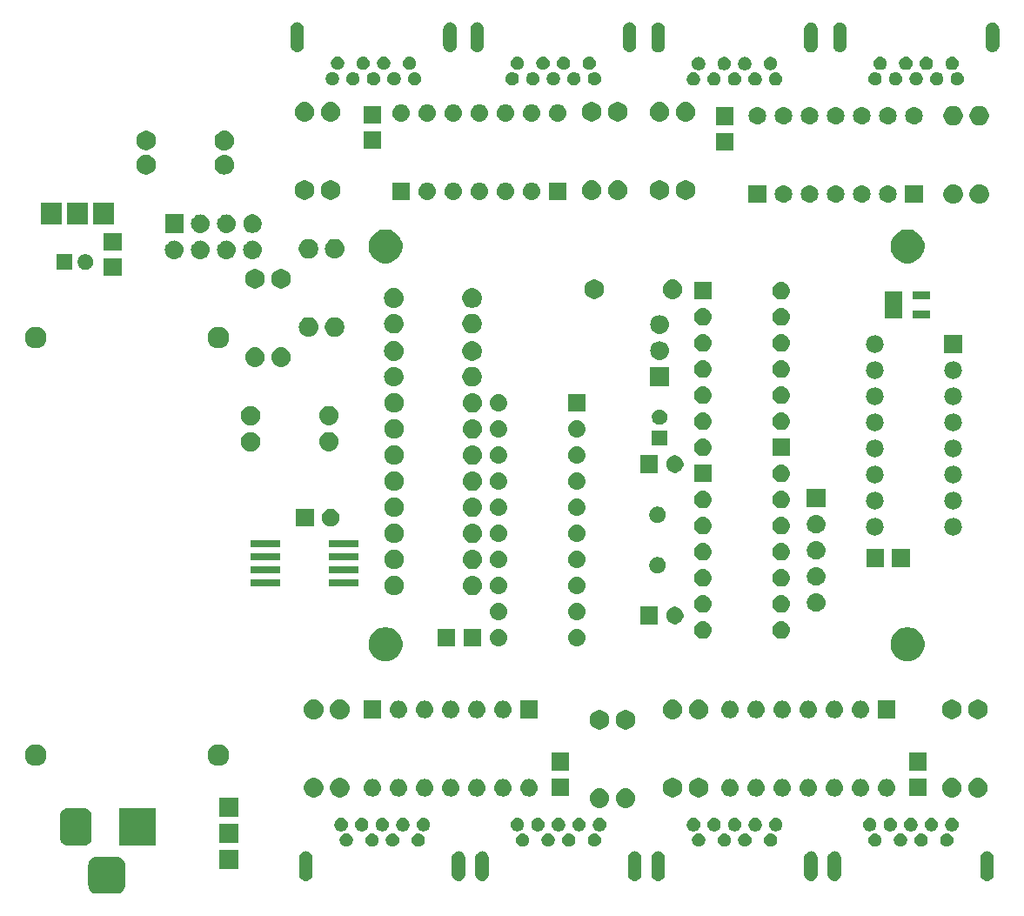
<source format=gbr>
G04 #@! TF.GenerationSoftware,KiCad,Pcbnew,5.0.2-bee76a0~70~ubuntu16.04.1*
G04 #@! TF.CreationDate,2020-01-14T10:26:45-07:00*
G04 #@! TF.ProjectId,Soil_Sensor_Hub,536f696c-5f53-4656-9e73-6f725f487562,rev?*
G04 #@! TF.SameCoordinates,Original*
G04 #@! TF.FileFunction,Soldermask,Top*
G04 #@! TF.FilePolarity,Negative*
%FSLAX46Y46*%
G04 Gerber Fmt 4.6, Leading zero omitted, Abs format (unit mm)*
G04 Created by KiCad (PCBNEW 5.0.2-bee76a0~70~ubuntu16.04.1) date Tue 14 Jan 2020 10:26:45 AM MST*
%MOMM*%
%LPD*%
G01*
G04 APERTURE LIST*
%ADD10C,0.100000*%
G04 APERTURE END LIST*
D10*
G36*
X102266366Y-175635695D02*
X102423458Y-175683348D01*
X102568230Y-175760731D01*
X102695128Y-175864872D01*
X102799269Y-175991770D01*
X102876652Y-176136542D01*
X102924305Y-176293634D01*
X102941000Y-176463140D01*
X102941000Y-178376860D01*
X102924305Y-178546366D01*
X102876652Y-178703458D01*
X102799269Y-178848230D01*
X102695128Y-178975128D01*
X102568230Y-179079269D01*
X102423458Y-179156652D01*
X102266366Y-179204305D01*
X102096860Y-179221000D01*
X100183140Y-179221000D01*
X100013634Y-179204305D01*
X99856542Y-179156652D01*
X99711770Y-179079269D01*
X99584872Y-178975128D01*
X99480731Y-178848230D01*
X99403348Y-178703458D01*
X99355695Y-178546366D01*
X99339000Y-178376860D01*
X99339000Y-176463140D01*
X99355695Y-176293634D01*
X99403348Y-176136542D01*
X99480731Y-175991770D01*
X99584872Y-175864872D01*
X99711770Y-175760731D01*
X99856542Y-175683348D01*
X100013634Y-175635695D01*
X100183140Y-175619000D01*
X102096860Y-175619000D01*
X102266366Y-175635695D01*
X102266366Y-175635695D01*
G37*
G36*
X120650617Y-175088420D02*
X120732426Y-175113237D01*
X120773332Y-175125645D01*
X120833782Y-175157957D01*
X120886425Y-175186095D01*
X120985553Y-175267447D01*
X121066905Y-175366574D01*
X121066906Y-175366576D01*
X121127355Y-175479667D01*
X121139763Y-175520573D01*
X121164580Y-175602382D01*
X121174000Y-175698027D01*
X121174000Y-177361973D01*
X121164580Y-177457618D01*
X121139763Y-177539427D01*
X121127355Y-177580333D01*
X121073819Y-177680491D01*
X121066905Y-177693426D01*
X120985553Y-177792553D01*
X120886426Y-177873905D01*
X120886424Y-177873906D01*
X120773333Y-177934355D01*
X120732427Y-177946763D01*
X120650618Y-177971580D01*
X120523000Y-177984149D01*
X120395383Y-177971580D01*
X120313574Y-177946763D01*
X120272668Y-177934355D01*
X120159577Y-177873906D01*
X120159575Y-177873905D01*
X120060448Y-177792553D01*
X119979096Y-177693426D01*
X119972182Y-177680491D01*
X119918646Y-177580333D01*
X119906238Y-177539427D01*
X119881421Y-177457618D01*
X119872001Y-177361973D01*
X119872000Y-175698028D01*
X119881420Y-175602383D01*
X119918645Y-175479669D01*
X119918645Y-175479668D01*
X119950957Y-175419218D01*
X119979095Y-175366575D01*
X120060447Y-175267447D01*
X120159574Y-175186095D01*
X120172509Y-175179181D01*
X120272667Y-175125645D01*
X120313573Y-175113237D01*
X120395382Y-175088420D01*
X120523000Y-175075851D01*
X120650617Y-175088420D01*
X120650617Y-175088420D01*
G37*
G36*
X137795617Y-175088420D02*
X137877426Y-175113237D01*
X137918332Y-175125645D01*
X137978782Y-175157957D01*
X138031425Y-175186095D01*
X138130553Y-175267447D01*
X138211905Y-175366574D01*
X138211906Y-175366576D01*
X138272355Y-175479667D01*
X138284763Y-175520573D01*
X138309580Y-175602382D01*
X138319000Y-175698027D01*
X138319000Y-177361973D01*
X138309580Y-177457618D01*
X138284763Y-177539427D01*
X138272355Y-177580333D01*
X138218819Y-177680491D01*
X138211905Y-177693426D01*
X138130553Y-177792553D01*
X138031426Y-177873905D01*
X138031424Y-177873906D01*
X137918333Y-177934355D01*
X137877427Y-177946763D01*
X137795618Y-177971580D01*
X137668000Y-177984149D01*
X137540383Y-177971580D01*
X137458574Y-177946763D01*
X137417668Y-177934355D01*
X137304577Y-177873906D01*
X137304575Y-177873905D01*
X137205448Y-177792553D01*
X137124096Y-177693426D01*
X137117182Y-177680491D01*
X137063646Y-177580333D01*
X137051238Y-177539427D01*
X137026421Y-177457618D01*
X137017001Y-177361973D01*
X137017000Y-175698028D01*
X137026420Y-175602383D01*
X137063645Y-175479669D01*
X137063645Y-175479668D01*
X137095957Y-175419218D01*
X137124095Y-175366575D01*
X137205447Y-175267447D01*
X137304574Y-175186095D01*
X137317509Y-175179181D01*
X137417667Y-175125645D01*
X137458573Y-175113237D01*
X137540382Y-175088420D01*
X137668000Y-175075851D01*
X137795617Y-175088420D01*
X137795617Y-175088420D01*
G37*
G36*
X152654617Y-175088420D02*
X152736426Y-175113237D01*
X152777332Y-175125645D01*
X152837782Y-175157957D01*
X152890425Y-175186095D01*
X152989553Y-175267447D01*
X153070905Y-175366574D01*
X153070906Y-175366576D01*
X153131355Y-175479667D01*
X153143763Y-175520573D01*
X153168580Y-175602382D01*
X153178000Y-175698027D01*
X153178000Y-177361973D01*
X153168580Y-177457618D01*
X153143763Y-177539427D01*
X153131355Y-177580333D01*
X153077819Y-177680491D01*
X153070905Y-177693426D01*
X152989553Y-177792553D01*
X152890426Y-177873905D01*
X152890424Y-177873906D01*
X152777333Y-177934355D01*
X152736427Y-177946763D01*
X152654618Y-177971580D01*
X152527000Y-177984149D01*
X152399383Y-177971580D01*
X152317574Y-177946763D01*
X152276668Y-177934355D01*
X152163577Y-177873906D01*
X152163575Y-177873905D01*
X152064448Y-177792553D01*
X151983096Y-177693426D01*
X151976182Y-177680491D01*
X151922646Y-177580333D01*
X151910238Y-177539427D01*
X151885421Y-177457618D01*
X151876001Y-177361973D01*
X151876000Y-175698028D01*
X151885420Y-175602383D01*
X151922645Y-175479669D01*
X151922645Y-175479668D01*
X151954957Y-175419218D01*
X151983095Y-175366575D01*
X152064447Y-175267447D01*
X152163574Y-175186095D01*
X152176509Y-175179181D01*
X152276667Y-175125645D01*
X152317573Y-175113237D01*
X152399382Y-175088420D01*
X152527000Y-175075851D01*
X152654617Y-175088420D01*
X152654617Y-175088420D01*
G37*
G36*
X186944617Y-175088420D02*
X187026426Y-175113237D01*
X187067332Y-175125645D01*
X187127782Y-175157957D01*
X187180425Y-175186095D01*
X187279553Y-175267447D01*
X187360905Y-175366574D01*
X187360906Y-175366576D01*
X187421355Y-175479667D01*
X187433763Y-175520573D01*
X187458580Y-175602382D01*
X187468000Y-175698027D01*
X187468000Y-177361973D01*
X187458580Y-177457618D01*
X187433763Y-177539427D01*
X187421355Y-177580333D01*
X187367819Y-177680491D01*
X187360905Y-177693426D01*
X187279553Y-177792553D01*
X187180426Y-177873905D01*
X187180424Y-177873906D01*
X187067333Y-177934355D01*
X187026427Y-177946763D01*
X186944618Y-177971580D01*
X186817000Y-177984149D01*
X186689383Y-177971580D01*
X186607574Y-177946763D01*
X186566668Y-177934355D01*
X186453577Y-177873906D01*
X186453575Y-177873905D01*
X186354448Y-177792553D01*
X186273096Y-177693426D01*
X186266182Y-177680491D01*
X186212646Y-177580333D01*
X186200238Y-177539427D01*
X186175421Y-177457618D01*
X186166001Y-177361973D01*
X186166000Y-175698028D01*
X186175420Y-175602383D01*
X186212645Y-175479669D01*
X186212645Y-175479668D01*
X186244957Y-175419218D01*
X186273095Y-175366575D01*
X186354447Y-175267447D01*
X186453574Y-175186095D01*
X186466509Y-175179181D01*
X186566667Y-175125645D01*
X186607573Y-175113237D01*
X186689382Y-175088420D01*
X186817000Y-175075851D01*
X186944617Y-175088420D01*
X186944617Y-175088420D01*
G37*
G36*
X169799617Y-175088420D02*
X169881426Y-175113237D01*
X169922332Y-175125645D01*
X169982782Y-175157957D01*
X170035425Y-175186095D01*
X170134553Y-175267447D01*
X170215905Y-175366574D01*
X170215906Y-175366576D01*
X170276355Y-175479667D01*
X170288763Y-175520573D01*
X170313580Y-175602382D01*
X170323000Y-175698027D01*
X170323000Y-177361973D01*
X170313580Y-177457618D01*
X170288763Y-177539427D01*
X170276355Y-177580333D01*
X170222819Y-177680491D01*
X170215905Y-177693426D01*
X170134553Y-177792553D01*
X170035426Y-177873905D01*
X170035424Y-177873906D01*
X169922333Y-177934355D01*
X169881427Y-177946763D01*
X169799618Y-177971580D01*
X169672000Y-177984149D01*
X169544383Y-177971580D01*
X169462574Y-177946763D01*
X169421668Y-177934355D01*
X169308577Y-177873906D01*
X169308575Y-177873905D01*
X169209448Y-177792553D01*
X169128096Y-177693426D01*
X169121182Y-177680491D01*
X169067646Y-177580333D01*
X169055238Y-177539427D01*
X169030421Y-177457618D01*
X169021001Y-177361973D01*
X169021000Y-175698028D01*
X169030420Y-175602383D01*
X169067645Y-175479669D01*
X169067645Y-175479668D01*
X169099957Y-175419218D01*
X169128095Y-175366575D01*
X169209447Y-175267447D01*
X169308574Y-175186095D01*
X169321509Y-175179181D01*
X169421667Y-175125645D01*
X169462573Y-175113237D01*
X169544382Y-175088420D01*
X169672000Y-175075851D01*
X169799617Y-175088420D01*
X169799617Y-175088420D01*
G37*
G36*
X172085617Y-175088420D02*
X172167426Y-175113237D01*
X172208332Y-175125645D01*
X172268782Y-175157957D01*
X172321425Y-175186095D01*
X172420553Y-175267447D01*
X172501905Y-175366574D01*
X172501906Y-175366576D01*
X172562355Y-175479667D01*
X172574763Y-175520573D01*
X172599580Y-175602382D01*
X172609000Y-175698027D01*
X172609000Y-177361973D01*
X172599580Y-177457618D01*
X172574763Y-177539427D01*
X172562355Y-177580333D01*
X172508819Y-177680491D01*
X172501905Y-177693426D01*
X172420553Y-177792553D01*
X172321426Y-177873905D01*
X172321424Y-177873906D01*
X172208333Y-177934355D01*
X172167427Y-177946763D01*
X172085618Y-177971580D01*
X171958000Y-177984149D01*
X171830383Y-177971580D01*
X171748574Y-177946763D01*
X171707668Y-177934355D01*
X171594577Y-177873906D01*
X171594575Y-177873905D01*
X171495448Y-177792553D01*
X171414096Y-177693426D01*
X171407182Y-177680491D01*
X171353646Y-177580333D01*
X171341238Y-177539427D01*
X171316421Y-177457618D01*
X171307001Y-177361973D01*
X171307000Y-175698028D01*
X171316420Y-175602383D01*
X171353645Y-175479669D01*
X171353645Y-175479668D01*
X171385957Y-175419218D01*
X171414095Y-175366575D01*
X171495447Y-175267447D01*
X171594574Y-175186095D01*
X171607509Y-175179181D01*
X171707667Y-175125645D01*
X171748573Y-175113237D01*
X171830382Y-175088420D01*
X171958000Y-175075851D01*
X172085617Y-175088420D01*
X172085617Y-175088420D01*
G37*
G36*
X135509617Y-175088420D02*
X135591426Y-175113237D01*
X135632332Y-175125645D01*
X135692782Y-175157957D01*
X135745425Y-175186095D01*
X135844553Y-175267447D01*
X135925905Y-175366574D01*
X135925906Y-175366576D01*
X135986355Y-175479667D01*
X135998763Y-175520573D01*
X136023580Y-175602382D01*
X136033000Y-175698027D01*
X136033000Y-177361973D01*
X136023580Y-177457618D01*
X135998763Y-177539427D01*
X135986355Y-177580333D01*
X135932819Y-177680491D01*
X135925905Y-177693426D01*
X135844553Y-177792553D01*
X135745426Y-177873905D01*
X135745424Y-177873906D01*
X135632333Y-177934355D01*
X135591427Y-177946763D01*
X135509618Y-177971580D01*
X135382000Y-177984149D01*
X135254383Y-177971580D01*
X135172574Y-177946763D01*
X135131668Y-177934355D01*
X135018577Y-177873906D01*
X135018575Y-177873905D01*
X134919448Y-177792553D01*
X134838096Y-177693426D01*
X134831182Y-177680491D01*
X134777646Y-177580333D01*
X134765238Y-177539427D01*
X134740421Y-177457618D01*
X134731001Y-177361973D01*
X134731000Y-175698028D01*
X134740420Y-175602383D01*
X134777645Y-175479669D01*
X134777645Y-175479668D01*
X134809957Y-175419218D01*
X134838095Y-175366575D01*
X134919447Y-175267447D01*
X135018574Y-175186095D01*
X135031509Y-175179181D01*
X135131667Y-175125645D01*
X135172573Y-175113237D01*
X135254382Y-175088420D01*
X135382000Y-175075851D01*
X135509617Y-175088420D01*
X135509617Y-175088420D01*
G37*
G36*
X154940617Y-175088420D02*
X155022426Y-175113237D01*
X155063332Y-175125645D01*
X155123782Y-175157957D01*
X155176425Y-175186095D01*
X155275553Y-175267447D01*
X155356905Y-175366574D01*
X155356906Y-175366576D01*
X155417355Y-175479667D01*
X155429763Y-175520573D01*
X155454580Y-175602382D01*
X155464000Y-175698027D01*
X155464000Y-177361973D01*
X155454580Y-177457618D01*
X155429763Y-177539427D01*
X155417355Y-177580333D01*
X155363819Y-177680491D01*
X155356905Y-177693426D01*
X155275553Y-177792553D01*
X155176426Y-177873905D01*
X155176424Y-177873906D01*
X155063333Y-177934355D01*
X155022427Y-177946763D01*
X154940618Y-177971580D01*
X154813000Y-177984149D01*
X154685383Y-177971580D01*
X154603574Y-177946763D01*
X154562668Y-177934355D01*
X154449577Y-177873906D01*
X154449575Y-177873905D01*
X154350448Y-177792553D01*
X154269096Y-177693426D01*
X154262182Y-177680491D01*
X154208646Y-177580333D01*
X154196238Y-177539427D01*
X154171421Y-177457618D01*
X154162001Y-177361973D01*
X154162000Y-175698028D01*
X154171420Y-175602383D01*
X154208645Y-175479669D01*
X154208645Y-175479668D01*
X154240957Y-175419218D01*
X154269095Y-175366575D01*
X154350447Y-175267447D01*
X154449574Y-175186095D01*
X154462509Y-175179181D01*
X154562667Y-175125645D01*
X154603573Y-175113237D01*
X154685382Y-175088420D01*
X154813000Y-175075851D01*
X154940617Y-175088420D01*
X154940617Y-175088420D01*
G37*
G36*
X113931000Y-176796000D02*
X112129000Y-176796000D01*
X112129000Y-174994000D01*
X113931000Y-174994000D01*
X113931000Y-176796000D01*
X113931000Y-176796000D01*
G37*
G36*
X144294890Y-173364017D02*
X144413361Y-173413089D01*
X144519992Y-173484338D01*
X144610662Y-173575008D01*
X144681911Y-173681639D01*
X144730983Y-173800110D01*
X144756000Y-173925881D01*
X144756000Y-174054119D01*
X144730983Y-174179890D01*
X144681911Y-174298361D01*
X144610662Y-174404992D01*
X144519992Y-174495662D01*
X144519989Y-174495664D01*
X144519988Y-174495665D01*
X144413364Y-174566909D01*
X144413361Y-174566911D01*
X144294890Y-174615983D01*
X144169119Y-174641000D01*
X144040881Y-174641000D01*
X143915110Y-174615983D01*
X143796639Y-174566911D01*
X143796636Y-174566909D01*
X143690012Y-174495665D01*
X143690011Y-174495664D01*
X143690008Y-174495662D01*
X143599338Y-174404992D01*
X143528089Y-174298361D01*
X143479017Y-174179890D01*
X143454000Y-174054119D01*
X143454000Y-173925881D01*
X143479017Y-173800110D01*
X143528089Y-173681639D01*
X143599338Y-173575008D01*
X143690008Y-173484338D01*
X143796639Y-173413089D01*
X143915110Y-173364017D01*
X144040881Y-173339000D01*
X144169119Y-173339000D01*
X144294890Y-173364017D01*
X144294890Y-173364017D01*
G37*
G36*
X148794890Y-173364017D02*
X148913361Y-173413089D01*
X149019992Y-173484338D01*
X149110662Y-173575008D01*
X149181911Y-173681639D01*
X149230983Y-173800110D01*
X149256000Y-173925881D01*
X149256000Y-174054119D01*
X149230983Y-174179890D01*
X149181911Y-174298361D01*
X149110662Y-174404992D01*
X149019992Y-174495662D01*
X149019989Y-174495664D01*
X149019988Y-174495665D01*
X148913364Y-174566909D01*
X148913361Y-174566911D01*
X148794890Y-174615983D01*
X148669119Y-174641000D01*
X148540881Y-174641000D01*
X148415110Y-174615983D01*
X148296639Y-174566911D01*
X148296636Y-174566909D01*
X148190012Y-174495665D01*
X148190011Y-174495664D01*
X148190008Y-174495662D01*
X148099338Y-174404992D01*
X148028089Y-174298361D01*
X147979017Y-174179890D01*
X147954000Y-174054119D01*
X147954000Y-173925881D01*
X147979017Y-173800110D01*
X148028089Y-173681639D01*
X148099338Y-173575008D01*
X148190008Y-173484338D01*
X148296639Y-173413089D01*
X148415110Y-173364017D01*
X148540881Y-173339000D01*
X148669119Y-173339000D01*
X148794890Y-173364017D01*
X148794890Y-173364017D01*
G37*
G36*
X146294890Y-173364017D02*
X146413361Y-173413089D01*
X146519992Y-173484338D01*
X146610662Y-173575008D01*
X146681911Y-173681639D01*
X146730983Y-173800110D01*
X146756000Y-173925881D01*
X146756000Y-174054119D01*
X146730983Y-174179890D01*
X146681911Y-174298361D01*
X146610662Y-174404992D01*
X146519992Y-174495662D01*
X146519989Y-174495664D01*
X146519988Y-174495665D01*
X146413364Y-174566909D01*
X146413361Y-174566911D01*
X146294890Y-174615983D01*
X146169119Y-174641000D01*
X146040881Y-174641000D01*
X145915110Y-174615983D01*
X145796639Y-174566911D01*
X145796636Y-174566909D01*
X145690012Y-174495665D01*
X145690011Y-174495664D01*
X145690008Y-174495662D01*
X145599338Y-174404992D01*
X145528089Y-174298361D01*
X145479017Y-174179890D01*
X145454000Y-174054119D01*
X145454000Y-173925881D01*
X145479017Y-173800110D01*
X145528089Y-173681639D01*
X145599338Y-173575008D01*
X145690008Y-173484338D01*
X145796639Y-173413089D01*
X145915110Y-173364017D01*
X146040881Y-173339000D01*
X146169119Y-173339000D01*
X146294890Y-173364017D01*
X146294890Y-173364017D01*
G37*
G36*
X141794890Y-173364017D02*
X141913361Y-173413089D01*
X142019992Y-173484338D01*
X142110662Y-173575008D01*
X142181911Y-173681639D01*
X142230983Y-173800110D01*
X142256000Y-173925881D01*
X142256000Y-174054119D01*
X142230983Y-174179890D01*
X142181911Y-174298361D01*
X142110662Y-174404992D01*
X142019992Y-174495662D01*
X142019989Y-174495664D01*
X142019988Y-174495665D01*
X141913364Y-174566909D01*
X141913361Y-174566911D01*
X141794890Y-174615983D01*
X141669119Y-174641000D01*
X141540881Y-174641000D01*
X141415110Y-174615983D01*
X141296639Y-174566911D01*
X141296636Y-174566909D01*
X141190012Y-174495665D01*
X141190011Y-174495664D01*
X141190008Y-174495662D01*
X141099338Y-174404992D01*
X141028089Y-174298361D01*
X140979017Y-174179890D01*
X140954000Y-174054119D01*
X140954000Y-173925881D01*
X140979017Y-173800110D01*
X141028089Y-173681639D01*
X141099338Y-173575008D01*
X141190008Y-173484338D01*
X141296639Y-173413089D01*
X141415110Y-173364017D01*
X141540881Y-173339000D01*
X141669119Y-173339000D01*
X141794890Y-173364017D01*
X141794890Y-173364017D01*
G37*
G36*
X176084890Y-173364017D02*
X176203361Y-173413089D01*
X176309992Y-173484338D01*
X176400662Y-173575008D01*
X176471911Y-173681639D01*
X176520983Y-173800110D01*
X176546000Y-173925881D01*
X176546000Y-174054119D01*
X176520983Y-174179890D01*
X176471911Y-174298361D01*
X176400662Y-174404992D01*
X176309992Y-174495662D01*
X176309989Y-174495664D01*
X176309988Y-174495665D01*
X176203364Y-174566909D01*
X176203361Y-174566911D01*
X176084890Y-174615983D01*
X175959119Y-174641000D01*
X175830881Y-174641000D01*
X175705110Y-174615983D01*
X175586639Y-174566911D01*
X175586636Y-174566909D01*
X175480012Y-174495665D01*
X175480011Y-174495664D01*
X175480008Y-174495662D01*
X175389338Y-174404992D01*
X175318089Y-174298361D01*
X175269017Y-174179890D01*
X175244000Y-174054119D01*
X175244000Y-173925881D01*
X175269017Y-173800110D01*
X175318089Y-173681639D01*
X175389338Y-173575008D01*
X175480008Y-173484338D01*
X175586639Y-173413089D01*
X175705110Y-173364017D01*
X175830881Y-173339000D01*
X175959119Y-173339000D01*
X176084890Y-173364017D01*
X176084890Y-173364017D01*
G37*
G36*
X183084890Y-173364017D02*
X183203361Y-173413089D01*
X183309992Y-173484338D01*
X183400662Y-173575008D01*
X183471911Y-173681639D01*
X183520983Y-173800110D01*
X183546000Y-173925881D01*
X183546000Y-174054119D01*
X183520983Y-174179890D01*
X183471911Y-174298361D01*
X183400662Y-174404992D01*
X183309992Y-174495662D01*
X183309989Y-174495664D01*
X183309988Y-174495665D01*
X183203364Y-174566909D01*
X183203361Y-174566911D01*
X183084890Y-174615983D01*
X182959119Y-174641000D01*
X182830881Y-174641000D01*
X182705110Y-174615983D01*
X182586639Y-174566911D01*
X182586636Y-174566909D01*
X182480012Y-174495665D01*
X182480011Y-174495664D01*
X182480008Y-174495662D01*
X182389338Y-174404992D01*
X182318089Y-174298361D01*
X182269017Y-174179890D01*
X182244000Y-174054119D01*
X182244000Y-173925881D01*
X182269017Y-173800110D01*
X182318089Y-173681639D01*
X182389338Y-173575008D01*
X182480008Y-173484338D01*
X182586639Y-173413089D01*
X182705110Y-173364017D01*
X182830881Y-173339000D01*
X182959119Y-173339000D01*
X183084890Y-173364017D01*
X183084890Y-173364017D01*
G37*
G36*
X158939890Y-173364017D02*
X159058361Y-173413089D01*
X159164992Y-173484338D01*
X159255662Y-173575008D01*
X159326911Y-173681639D01*
X159375983Y-173800110D01*
X159401000Y-173925881D01*
X159401000Y-174054119D01*
X159375983Y-174179890D01*
X159326911Y-174298361D01*
X159255662Y-174404992D01*
X159164992Y-174495662D01*
X159164989Y-174495664D01*
X159164988Y-174495665D01*
X159058364Y-174566909D01*
X159058361Y-174566911D01*
X158939890Y-174615983D01*
X158814119Y-174641000D01*
X158685881Y-174641000D01*
X158560110Y-174615983D01*
X158441639Y-174566911D01*
X158441636Y-174566909D01*
X158335012Y-174495665D01*
X158335011Y-174495664D01*
X158335008Y-174495662D01*
X158244338Y-174404992D01*
X158173089Y-174298361D01*
X158124017Y-174179890D01*
X158099000Y-174054119D01*
X158099000Y-173925881D01*
X158124017Y-173800110D01*
X158173089Y-173681639D01*
X158244338Y-173575008D01*
X158335008Y-173484338D01*
X158441639Y-173413089D01*
X158560110Y-173364017D01*
X158685881Y-173339000D01*
X158814119Y-173339000D01*
X158939890Y-173364017D01*
X158939890Y-173364017D01*
G37*
G36*
X161439890Y-173364017D02*
X161558361Y-173413089D01*
X161664992Y-173484338D01*
X161755662Y-173575008D01*
X161826911Y-173681639D01*
X161875983Y-173800110D01*
X161901000Y-173925881D01*
X161901000Y-174054119D01*
X161875983Y-174179890D01*
X161826911Y-174298361D01*
X161755662Y-174404992D01*
X161664992Y-174495662D01*
X161664989Y-174495664D01*
X161664988Y-174495665D01*
X161558364Y-174566909D01*
X161558361Y-174566911D01*
X161439890Y-174615983D01*
X161314119Y-174641000D01*
X161185881Y-174641000D01*
X161060110Y-174615983D01*
X160941639Y-174566911D01*
X160941636Y-174566909D01*
X160835012Y-174495665D01*
X160835011Y-174495664D01*
X160835008Y-174495662D01*
X160744338Y-174404992D01*
X160673089Y-174298361D01*
X160624017Y-174179890D01*
X160599000Y-174054119D01*
X160599000Y-173925881D01*
X160624017Y-173800110D01*
X160673089Y-173681639D01*
X160744338Y-173575008D01*
X160835008Y-173484338D01*
X160941639Y-173413089D01*
X161060110Y-173364017D01*
X161185881Y-173339000D01*
X161314119Y-173339000D01*
X161439890Y-173364017D01*
X161439890Y-173364017D01*
G37*
G36*
X131649890Y-173364017D02*
X131768361Y-173413089D01*
X131874992Y-173484338D01*
X131965662Y-173575008D01*
X132036911Y-173681639D01*
X132085983Y-173800110D01*
X132111000Y-173925881D01*
X132111000Y-174054119D01*
X132085983Y-174179890D01*
X132036911Y-174298361D01*
X131965662Y-174404992D01*
X131874992Y-174495662D01*
X131874989Y-174495664D01*
X131874988Y-174495665D01*
X131768364Y-174566909D01*
X131768361Y-174566911D01*
X131649890Y-174615983D01*
X131524119Y-174641000D01*
X131395881Y-174641000D01*
X131270110Y-174615983D01*
X131151639Y-174566911D01*
X131151636Y-174566909D01*
X131045012Y-174495665D01*
X131045011Y-174495664D01*
X131045008Y-174495662D01*
X130954338Y-174404992D01*
X130883089Y-174298361D01*
X130834017Y-174179890D01*
X130809000Y-174054119D01*
X130809000Y-173925881D01*
X130834017Y-173800110D01*
X130883089Y-173681639D01*
X130954338Y-173575008D01*
X131045008Y-173484338D01*
X131151639Y-173413089D01*
X131270110Y-173364017D01*
X131395881Y-173339000D01*
X131524119Y-173339000D01*
X131649890Y-173364017D01*
X131649890Y-173364017D01*
G37*
G36*
X129149890Y-173364017D02*
X129268361Y-173413089D01*
X129374992Y-173484338D01*
X129465662Y-173575008D01*
X129536911Y-173681639D01*
X129585983Y-173800110D01*
X129611000Y-173925881D01*
X129611000Y-174054119D01*
X129585983Y-174179890D01*
X129536911Y-174298361D01*
X129465662Y-174404992D01*
X129374992Y-174495662D01*
X129374989Y-174495664D01*
X129374988Y-174495665D01*
X129268364Y-174566909D01*
X129268361Y-174566911D01*
X129149890Y-174615983D01*
X129024119Y-174641000D01*
X128895881Y-174641000D01*
X128770110Y-174615983D01*
X128651639Y-174566911D01*
X128651636Y-174566909D01*
X128545012Y-174495665D01*
X128545011Y-174495664D01*
X128545008Y-174495662D01*
X128454338Y-174404992D01*
X128383089Y-174298361D01*
X128334017Y-174179890D01*
X128309000Y-174054119D01*
X128309000Y-173925881D01*
X128334017Y-173800110D01*
X128383089Y-173681639D01*
X128454338Y-173575008D01*
X128545008Y-173484338D01*
X128651639Y-173413089D01*
X128770110Y-173364017D01*
X128895881Y-173339000D01*
X129024119Y-173339000D01*
X129149890Y-173364017D01*
X129149890Y-173364017D01*
G37*
G36*
X180584890Y-173364017D02*
X180703361Y-173413089D01*
X180809992Y-173484338D01*
X180900662Y-173575008D01*
X180971911Y-173681639D01*
X181020983Y-173800110D01*
X181046000Y-173925881D01*
X181046000Y-174054119D01*
X181020983Y-174179890D01*
X180971911Y-174298361D01*
X180900662Y-174404992D01*
X180809992Y-174495662D01*
X180809989Y-174495664D01*
X180809988Y-174495665D01*
X180703364Y-174566909D01*
X180703361Y-174566911D01*
X180584890Y-174615983D01*
X180459119Y-174641000D01*
X180330881Y-174641000D01*
X180205110Y-174615983D01*
X180086639Y-174566911D01*
X180086636Y-174566909D01*
X179980012Y-174495665D01*
X179980011Y-174495664D01*
X179980008Y-174495662D01*
X179889338Y-174404992D01*
X179818089Y-174298361D01*
X179769017Y-174179890D01*
X179744000Y-174054119D01*
X179744000Y-173925881D01*
X179769017Y-173800110D01*
X179818089Y-173681639D01*
X179889338Y-173575008D01*
X179980008Y-173484338D01*
X180086639Y-173413089D01*
X180205110Y-173364017D01*
X180330881Y-173339000D01*
X180459119Y-173339000D01*
X180584890Y-173364017D01*
X180584890Y-173364017D01*
G37*
G36*
X124649890Y-173364017D02*
X124768361Y-173413089D01*
X124874992Y-173484338D01*
X124965662Y-173575008D01*
X125036911Y-173681639D01*
X125085983Y-173800110D01*
X125111000Y-173925881D01*
X125111000Y-174054119D01*
X125085983Y-174179890D01*
X125036911Y-174298361D01*
X124965662Y-174404992D01*
X124874992Y-174495662D01*
X124874989Y-174495664D01*
X124874988Y-174495665D01*
X124768364Y-174566909D01*
X124768361Y-174566911D01*
X124649890Y-174615983D01*
X124524119Y-174641000D01*
X124395881Y-174641000D01*
X124270110Y-174615983D01*
X124151639Y-174566911D01*
X124151636Y-174566909D01*
X124045012Y-174495665D01*
X124045011Y-174495664D01*
X124045008Y-174495662D01*
X123954338Y-174404992D01*
X123883089Y-174298361D01*
X123834017Y-174179890D01*
X123809000Y-174054119D01*
X123809000Y-173925881D01*
X123834017Y-173800110D01*
X123883089Y-173681639D01*
X123954338Y-173575008D01*
X124045008Y-173484338D01*
X124151639Y-173413089D01*
X124270110Y-173364017D01*
X124395881Y-173339000D01*
X124524119Y-173339000D01*
X124649890Y-173364017D01*
X124649890Y-173364017D01*
G37*
G36*
X127149890Y-173364017D02*
X127268361Y-173413089D01*
X127374992Y-173484338D01*
X127465662Y-173575008D01*
X127536911Y-173681639D01*
X127585983Y-173800110D01*
X127611000Y-173925881D01*
X127611000Y-174054119D01*
X127585983Y-174179890D01*
X127536911Y-174298361D01*
X127465662Y-174404992D01*
X127374992Y-174495662D01*
X127374989Y-174495664D01*
X127374988Y-174495665D01*
X127268364Y-174566909D01*
X127268361Y-174566911D01*
X127149890Y-174615983D01*
X127024119Y-174641000D01*
X126895881Y-174641000D01*
X126770110Y-174615983D01*
X126651639Y-174566911D01*
X126651636Y-174566909D01*
X126545012Y-174495665D01*
X126545011Y-174495664D01*
X126545008Y-174495662D01*
X126454338Y-174404992D01*
X126383089Y-174298361D01*
X126334017Y-174179890D01*
X126309000Y-174054119D01*
X126309000Y-173925881D01*
X126334017Y-173800110D01*
X126383089Y-173681639D01*
X126454338Y-173575008D01*
X126545008Y-173484338D01*
X126651639Y-173413089D01*
X126770110Y-173364017D01*
X126895881Y-173339000D01*
X127024119Y-173339000D01*
X127149890Y-173364017D01*
X127149890Y-173364017D01*
G37*
G36*
X165939890Y-173364017D02*
X166058361Y-173413089D01*
X166164992Y-173484338D01*
X166255662Y-173575008D01*
X166326911Y-173681639D01*
X166375983Y-173800110D01*
X166401000Y-173925881D01*
X166401000Y-174054119D01*
X166375983Y-174179890D01*
X166326911Y-174298361D01*
X166255662Y-174404992D01*
X166164992Y-174495662D01*
X166164989Y-174495664D01*
X166164988Y-174495665D01*
X166058364Y-174566909D01*
X166058361Y-174566911D01*
X165939890Y-174615983D01*
X165814119Y-174641000D01*
X165685881Y-174641000D01*
X165560110Y-174615983D01*
X165441639Y-174566911D01*
X165441636Y-174566909D01*
X165335012Y-174495665D01*
X165335011Y-174495664D01*
X165335008Y-174495662D01*
X165244338Y-174404992D01*
X165173089Y-174298361D01*
X165124017Y-174179890D01*
X165099000Y-174054119D01*
X165099000Y-173925881D01*
X165124017Y-173800110D01*
X165173089Y-173681639D01*
X165244338Y-173575008D01*
X165335008Y-173484338D01*
X165441639Y-173413089D01*
X165560110Y-173364017D01*
X165685881Y-173339000D01*
X165814119Y-173339000D01*
X165939890Y-173364017D01*
X165939890Y-173364017D01*
G37*
G36*
X163439890Y-173364017D02*
X163558361Y-173413089D01*
X163664992Y-173484338D01*
X163755662Y-173575008D01*
X163826911Y-173681639D01*
X163875983Y-173800110D01*
X163901000Y-173925881D01*
X163901000Y-174054119D01*
X163875983Y-174179890D01*
X163826911Y-174298361D01*
X163755662Y-174404992D01*
X163664992Y-174495662D01*
X163664989Y-174495664D01*
X163664988Y-174495665D01*
X163558364Y-174566909D01*
X163558361Y-174566911D01*
X163439890Y-174615983D01*
X163314119Y-174641000D01*
X163185881Y-174641000D01*
X163060110Y-174615983D01*
X162941639Y-174566911D01*
X162941636Y-174566909D01*
X162835012Y-174495665D01*
X162835011Y-174495664D01*
X162835008Y-174495662D01*
X162744338Y-174404992D01*
X162673089Y-174298361D01*
X162624017Y-174179890D01*
X162599000Y-174054119D01*
X162599000Y-173925881D01*
X162624017Y-173800110D01*
X162673089Y-173681639D01*
X162744338Y-173575008D01*
X162835008Y-173484338D01*
X162941639Y-173413089D01*
X163060110Y-173364017D01*
X163185881Y-173339000D01*
X163314119Y-173339000D01*
X163439890Y-173364017D01*
X163439890Y-173364017D01*
G37*
G36*
X178584890Y-173364017D02*
X178703361Y-173413089D01*
X178809992Y-173484338D01*
X178900662Y-173575008D01*
X178971911Y-173681639D01*
X179020983Y-173800110D01*
X179046000Y-173925881D01*
X179046000Y-174054119D01*
X179020983Y-174179890D01*
X178971911Y-174298361D01*
X178900662Y-174404992D01*
X178809992Y-174495662D01*
X178809989Y-174495664D01*
X178809988Y-174495665D01*
X178703364Y-174566909D01*
X178703361Y-174566911D01*
X178584890Y-174615983D01*
X178459119Y-174641000D01*
X178330881Y-174641000D01*
X178205110Y-174615983D01*
X178086639Y-174566911D01*
X178086636Y-174566909D01*
X177980012Y-174495665D01*
X177980011Y-174495664D01*
X177980008Y-174495662D01*
X177889338Y-174404992D01*
X177818089Y-174298361D01*
X177769017Y-174179890D01*
X177744000Y-174054119D01*
X177744000Y-173925881D01*
X177769017Y-173800110D01*
X177818089Y-173681639D01*
X177889338Y-173575008D01*
X177980008Y-173484338D01*
X178086639Y-173413089D01*
X178205110Y-173364017D01*
X178330881Y-173339000D01*
X178459119Y-173339000D01*
X178584890Y-173364017D01*
X178584890Y-173364017D01*
G37*
G36*
X99116978Y-170933293D02*
X99250627Y-170973835D01*
X99373782Y-171039662D01*
X99481739Y-171128261D01*
X99570338Y-171236218D01*
X99636165Y-171359373D01*
X99676707Y-171493022D01*
X99691000Y-171638140D01*
X99691000Y-173801860D01*
X99676707Y-173946978D01*
X99636165Y-174080627D01*
X99570338Y-174203782D01*
X99481739Y-174311739D01*
X99373782Y-174400338D01*
X99250627Y-174466165D01*
X99116978Y-174506707D01*
X98971860Y-174521000D01*
X97308140Y-174521000D01*
X97163022Y-174506707D01*
X97029373Y-174466165D01*
X96906218Y-174400338D01*
X96798261Y-174311739D01*
X96709662Y-174203782D01*
X96643835Y-174080627D01*
X96603293Y-173946978D01*
X96589000Y-173801860D01*
X96589000Y-171638140D01*
X96603293Y-171493022D01*
X96643835Y-171359373D01*
X96709662Y-171236218D01*
X96798261Y-171128261D01*
X96906218Y-171039662D01*
X97029373Y-170973835D01*
X97163022Y-170933293D01*
X97308140Y-170919000D01*
X98971860Y-170919000D01*
X99116978Y-170933293D01*
X99116978Y-170933293D01*
G37*
G36*
X105941000Y-174521000D02*
X102339000Y-174521000D01*
X102339000Y-170919000D01*
X105941000Y-170919000D01*
X105941000Y-174521000D01*
X105941000Y-174521000D01*
G37*
G36*
X113931000Y-174256000D02*
X112129000Y-174256000D01*
X112129000Y-172454000D01*
X113931000Y-172454000D01*
X113931000Y-174256000D01*
X113931000Y-174256000D01*
G37*
G36*
X175584890Y-171864017D02*
X175703361Y-171913089D01*
X175809992Y-171984338D01*
X175900662Y-172075008D01*
X175971911Y-172181639D01*
X176020983Y-172300110D01*
X176046000Y-172425881D01*
X176046000Y-172554119D01*
X176020983Y-172679890D01*
X175971911Y-172798361D01*
X175900662Y-172904992D01*
X175809992Y-172995662D01*
X175703361Y-173066911D01*
X175584890Y-173115983D01*
X175459119Y-173141000D01*
X175330881Y-173141000D01*
X175205110Y-173115983D01*
X175086639Y-173066911D01*
X174980008Y-172995662D01*
X174889338Y-172904992D01*
X174818089Y-172798361D01*
X174769017Y-172679890D01*
X174744000Y-172554119D01*
X174744000Y-172425881D01*
X174769017Y-172300110D01*
X174818089Y-172181639D01*
X174889338Y-172075008D01*
X174980008Y-171984338D01*
X175086639Y-171913089D01*
X175205110Y-171864017D01*
X175330881Y-171839000D01*
X175459119Y-171839000D01*
X175584890Y-171864017D01*
X175584890Y-171864017D01*
G37*
G36*
X141294890Y-171864017D02*
X141413361Y-171913089D01*
X141519992Y-171984338D01*
X141610662Y-172075008D01*
X141681911Y-172181639D01*
X141730983Y-172300110D01*
X141756000Y-172425881D01*
X141756000Y-172554119D01*
X141730983Y-172679890D01*
X141681911Y-172798361D01*
X141610662Y-172904992D01*
X141519992Y-172995662D01*
X141413361Y-173066911D01*
X141294890Y-173115983D01*
X141169119Y-173141000D01*
X141040881Y-173141000D01*
X140915110Y-173115983D01*
X140796639Y-173066911D01*
X140690008Y-172995662D01*
X140599338Y-172904992D01*
X140528089Y-172798361D01*
X140479017Y-172679890D01*
X140454000Y-172554119D01*
X140454000Y-172425881D01*
X140479017Y-172300110D01*
X140528089Y-172181639D01*
X140599338Y-172075008D01*
X140690008Y-171984338D01*
X140796639Y-171913089D01*
X140915110Y-171864017D01*
X141040881Y-171839000D01*
X141169119Y-171839000D01*
X141294890Y-171864017D01*
X141294890Y-171864017D01*
G37*
G36*
X143294890Y-171864017D02*
X143413361Y-171913089D01*
X143519992Y-171984338D01*
X143610662Y-172075008D01*
X143681911Y-172181639D01*
X143730983Y-172300110D01*
X143756000Y-172425881D01*
X143756000Y-172554119D01*
X143730983Y-172679890D01*
X143681911Y-172798361D01*
X143610662Y-172904992D01*
X143519992Y-172995662D01*
X143413361Y-173066911D01*
X143294890Y-173115983D01*
X143169119Y-173141000D01*
X143040881Y-173141000D01*
X142915110Y-173115983D01*
X142796639Y-173066911D01*
X142690008Y-172995662D01*
X142599338Y-172904992D01*
X142528089Y-172798361D01*
X142479017Y-172679890D01*
X142454000Y-172554119D01*
X142454000Y-172425881D01*
X142479017Y-172300110D01*
X142528089Y-172181639D01*
X142599338Y-172075008D01*
X142690008Y-171984338D01*
X142796639Y-171913089D01*
X142915110Y-171864017D01*
X143040881Y-171839000D01*
X143169119Y-171839000D01*
X143294890Y-171864017D01*
X143294890Y-171864017D01*
G37*
G36*
X145294890Y-171864017D02*
X145413361Y-171913089D01*
X145519992Y-171984338D01*
X145610662Y-172075008D01*
X145681911Y-172181639D01*
X145730983Y-172300110D01*
X145756000Y-172425881D01*
X145756000Y-172554119D01*
X145730983Y-172679890D01*
X145681911Y-172798361D01*
X145610662Y-172904992D01*
X145519992Y-172995662D01*
X145413361Y-173066911D01*
X145294890Y-173115983D01*
X145169119Y-173141000D01*
X145040881Y-173141000D01*
X144915110Y-173115983D01*
X144796639Y-173066911D01*
X144690008Y-172995662D01*
X144599338Y-172904992D01*
X144528089Y-172798361D01*
X144479017Y-172679890D01*
X144454000Y-172554119D01*
X144454000Y-172425881D01*
X144479017Y-172300110D01*
X144528089Y-172181639D01*
X144599338Y-172075008D01*
X144690008Y-171984338D01*
X144796639Y-171913089D01*
X144915110Y-171864017D01*
X145040881Y-171839000D01*
X145169119Y-171839000D01*
X145294890Y-171864017D01*
X145294890Y-171864017D01*
G37*
G36*
X149294890Y-171864017D02*
X149413361Y-171913089D01*
X149519992Y-171984338D01*
X149610662Y-172075008D01*
X149681911Y-172181639D01*
X149730983Y-172300110D01*
X149756000Y-172425881D01*
X149756000Y-172554119D01*
X149730983Y-172679890D01*
X149681911Y-172798361D01*
X149610662Y-172904992D01*
X149519992Y-172995662D01*
X149413361Y-173066911D01*
X149294890Y-173115983D01*
X149169119Y-173141000D01*
X149040881Y-173141000D01*
X148915110Y-173115983D01*
X148796639Y-173066911D01*
X148690008Y-172995662D01*
X148599338Y-172904992D01*
X148528089Y-172798361D01*
X148479017Y-172679890D01*
X148454000Y-172554119D01*
X148454000Y-172425881D01*
X148479017Y-172300110D01*
X148528089Y-172181639D01*
X148599338Y-172075008D01*
X148690008Y-171984338D01*
X148796639Y-171913089D01*
X148915110Y-171864017D01*
X149040881Y-171839000D01*
X149169119Y-171839000D01*
X149294890Y-171864017D01*
X149294890Y-171864017D01*
G37*
G36*
X183584890Y-171864017D02*
X183703361Y-171913089D01*
X183809992Y-171984338D01*
X183900662Y-172075008D01*
X183971911Y-172181639D01*
X184020983Y-172300110D01*
X184046000Y-172425881D01*
X184046000Y-172554119D01*
X184020983Y-172679890D01*
X183971911Y-172798361D01*
X183900662Y-172904992D01*
X183809992Y-172995662D01*
X183703361Y-173066911D01*
X183584890Y-173115983D01*
X183459119Y-173141000D01*
X183330881Y-173141000D01*
X183205110Y-173115983D01*
X183086639Y-173066911D01*
X182980008Y-172995662D01*
X182889338Y-172904992D01*
X182818089Y-172798361D01*
X182769017Y-172679890D01*
X182744000Y-172554119D01*
X182744000Y-172425881D01*
X182769017Y-172300110D01*
X182818089Y-172181639D01*
X182889338Y-172075008D01*
X182980008Y-171984338D01*
X183086639Y-171913089D01*
X183205110Y-171864017D01*
X183330881Y-171839000D01*
X183459119Y-171839000D01*
X183584890Y-171864017D01*
X183584890Y-171864017D01*
G37*
G36*
X181584890Y-171864017D02*
X181703361Y-171913089D01*
X181809992Y-171984338D01*
X181900662Y-172075008D01*
X181971911Y-172181639D01*
X182020983Y-172300110D01*
X182046000Y-172425881D01*
X182046000Y-172554119D01*
X182020983Y-172679890D01*
X181971911Y-172798361D01*
X181900662Y-172904992D01*
X181809992Y-172995662D01*
X181703361Y-173066911D01*
X181584890Y-173115983D01*
X181459119Y-173141000D01*
X181330881Y-173141000D01*
X181205110Y-173115983D01*
X181086639Y-173066911D01*
X180980008Y-172995662D01*
X180889338Y-172904992D01*
X180818089Y-172798361D01*
X180769017Y-172679890D01*
X180744000Y-172554119D01*
X180744000Y-172425881D01*
X180769017Y-172300110D01*
X180818089Y-172181639D01*
X180889338Y-172075008D01*
X180980008Y-171984338D01*
X181086639Y-171913089D01*
X181205110Y-171864017D01*
X181330881Y-171839000D01*
X181459119Y-171839000D01*
X181584890Y-171864017D01*
X181584890Y-171864017D01*
G37*
G36*
X128149890Y-171864017D02*
X128268361Y-171913089D01*
X128374992Y-171984338D01*
X128465662Y-172075008D01*
X128536911Y-172181639D01*
X128585983Y-172300110D01*
X128611000Y-172425881D01*
X128611000Y-172554119D01*
X128585983Y-172679890D01*
X128536911Y-172798361D01*
X128465662Y-172904992D01*
X128374992Y-172995662D01*
X128268361Y-173066911D01*
X128149890Y-173115983D01*
X128024119Y-173141000D01*
X127895881Y-173141000D01*
X127770110Y-173115983D01*
X127651639Y-173066911D01*
X127545008Y-172995662D01*
X127454338Y-172904992D01*
X127383089Y-172798361D01*
X127334017Y-172679890D01*
X127309000Y-172554119D01*
X127309000Y-172425881D01*
X127334017Y-172300110D01*
X127383089Y-172181639D01*
X127454338Y-172075008D01*
X127545008Y-171984338D01*
X127651639Y-171913089D01*
X127770110Y-171864017D01*
X127895881Y-171839000D01*
X128024119Y-171839000D01*
X128149890Y-171864017D01*
X128149890Y-171864017D01*
G37*
G36*
X126149890Y-171864017D02*
X126268361Y-171913089D01*
X126374992Y-171984338D01*
X126465662Y-172075008D01*
X126536911Y-172181639D01*
X126585983Y-172300110D01*
X126611000Y-172425881D01*
X126611000Y-172554119D01*
X126585983Y-172679890D01*
X126536911Y-172798361D01*
X126465662Y-172904992D01*
X126374992Y-172995662D01*
X126268361Y-173066911D01*
X126149890Y-173115983D01*
X126024119Y-173141000D01*
X125895881Y-173141000D01*
X125770110Y-173115983D01*
X125651639Y-173066911D01*
X125545008Y-172995662D01*
X125454338Y-172904992D01*
X125383089Y-172798361D01*
X125334017Y-172679890D01*
X125309000Y-172554119D01*
X125309000Y-172425881D01*
X125334017Y-172300110D01*
X125383089Y-172181639D01*
X125454338Y-172075008D01*
X125545008Y-171984338D01*
X125651639Y-171913089D01*
X125770110Y-171864017D01*
X125895881Y-171839000D01*
X126024119Y-171839000D01*
X126149890Y-171864017D01*
X126149890Y-171864017D01*
G37*
G36*
X124149890Y-171864017D02*
X124268361Y-171913089D01*
X124374992Y-171984338D01*
X124465662Y-172075008D01*
X124536911Y-172181639D01*
X124585983Y-172300110D01*
X124611000Y-172425881D01*
X124611000Y-172554119D01*
X124585983Y-172679890D01*
X124536911Y-172798361D01*
X124465662Y-172904992D01*
X124374992Y-172995662D01*
X124268361Y-173066911D01*
X124149890Y-173115983D01*
X124024119Y-173141000D01*
X123895881Y-173141000D01*
X123770110Y-173115983D01*
X123651639Y-173066911D01*
X123545008Y-172995662D01*
X123454338Y-172904992D01*
X123383089Y-172798361D01*
X123334017Y-172679890D01*
X123309000Y-172554119D01*
X123309000Y-172425881D01*
X123334017Y-172300110D01*
X123383089Y-172181639D01*
X123454338Y-172075008D01*
X123545008Y-171984338D01*
X123651639Y-171913089D01*
X123770110Y-171864017D01*
X123895881Y-171839000D01*
X124024119Y-171839000D01*
X124149890Y-171864017D01*
X124149890Y-171864017D01*
G37*
G36*
X132149890Y-171864017D02*
X132268361Y-171913089D01*
X132374992Y-171984338D01*
X132465662Y-172075008D01*
X132536911Y-172181639D01*
X132585983Y-172300110D01*
X132611000Y-172425881D01*
X132611000Y-172554119D01*
X132585983Y-172679890D01*
X132536911Y-172798361D01*
X132465662Y-172904992D01*
X132374992Y-172995662D01*
X132268361Y-173066911D01*
X132149890Y-173115983D01*
X132024119Y-173141000D01*
X131895881Y-173141000D01*
X131770110Y-173115983D01*
X131651639Y-173066911D01*
X131545008Y-172995662D01*
X131454338Y-172904992D01*
X131383089Y-172798361D01*
X131334017Y-172679890D01*
X131309000Y-172554119D01*
X131309000Y-172425881D01*
X131334017Y-172300110D01*
X131383089Y-172181639D01*
X131454338Y-172075008D01*
X131545008Y-171984338D01*
X131651639Y-171913089D01*
X131770110Y-171864017D01*
X131895881Y-171839000D01*
X132024119Y-171839000D01*
X132149890Y-171864017D01*
X132149890Y-171864017D01*
G37*
G36*
X162439890Y-171864017D02*
X162558361Y-171913089D01*
X162664992Y-171984338D01*
X162755662Y-172075008D01*
X162826911Y-172181639D01*
X162875983Y-172300110D01*
X162901000Y-172425881D01*
X162901000Y-172554119D01*
X162875983Y-172679890D01*
X162826911Y-172798361D01*
X162755662Y-172904992D01*
X162664992Y-172995662D01*
X162558361Y-173066911D01*
X162439890Y-173115983D01*
X162314119Y-173141000D01*
X162185881Y-173141000D01*
X162060110Y-173115983D01*
X161941639Y-173066911D01*
X161835008Y-172995662D01*
X161744338Y-172904992D01*
X161673089Y-172798361D01*
X161624017Y-172679890D01*
X161599000Y-172554119D01*
X161599000Y-172425881D01*
X161624017Y-172300110D01*
X161673089Y-172181639D01*
X161744338Y-172075008D01*
X161835008Y-171984338D01*
X161941639Y-171913089D01*
X162060110Y-171864017D01*
X162185881Y-171839000D01*
X162314119Y-171839000D01*
X162439890Y-171864017D01*
X162439890Y-171864017D01*
G37*
G36*
X147294890Y-171864017D02*
X147413361Y-171913089D01*
X147519992Y-171984338D01*
X147610662Y-172075008D01*
X147681911Y-172181639D01*
X147730983Y-172300110D01*
X147756000Y-172425881D01*
X147756000Y-172554119D01*
X147730983Y-172679890D01*
X147681911Y-172798361D01*
X147610662Y-172904992D01*
X147519992Y-172995662D01*
X147413361Y-173066911D01*
X147294890Y-173115983D01*
X147169119Y-173141000D01*
X147040881Y-173141000D01*
X146915110Y-173115983D01*
X146796639Y-173066911D01*
X146690008Y-172995662D01*
X146599338Y-172904992D01*
X146528089Y-172798361D01*
X146479017Y-172679890D01*
X146454000Y-172554119D01*
X146454000Y-172425881D01*
X146479017Y-172300110D01*
X146528089Y-172181639D01*
X146599338Y-172075008D01*
X146690008Y-171984338D01*
X146796639Y-171913089D01*
X146915110Y-171864017D01*
X147040881Y-171839000D01*
X147169119Y-171839000D01*
X147294890Y-171864017D01*
X147294890Y-171864017D01*
G37*
G36*
X164439890Y-171864017D02*
X164558361Y-171913089D01*
X164664992Y-171984338D01*
X164755662Y-172075008D01*
X164826911Y-172181639D01*
X164875983Y-172300110D01*
X164901000Y-172425881D01*
X164901000Y-172554119D01*
X164875983Y-172679890D01*
X164826911Y-172798361D01*
X164755662Y-172904992D01*
X164664992Y-172995662D01*
X164558361Y-173066911D01*
X164439890Y-173115983D01*
X164314119Y-173141000D01*
X164185881Y-173141000D01*
X164060110Y-173115983D01*
X163941639Y-173066911D01*
X163835008Y-172995662D01*
X163744338Y-172904992D01*
X163673089Y-172798361D01*
X163624017Y-172679890D01*
X163599000Y-172554119D01*
X163599000Y-172425881D01*
X163624017Y-172300110D01*
X163673089Y-172181639D01*
X163744338Y-172075008D01*
X163835008Y-171984338D01*
X163941639Y-171913089D01*
X164060110Y-171864017D01*
X164185881Y-171839000D01*
X164314119Y-171839000D01*
X164439890Y-171864017D01*
X164439890Y-171864017D01*
G37*
G36*
X166439890Y-171864017D02*
X166558361Y-171913089D01*
X166664992Y-171984338D01*
X166755662Y-172075008D01*
X166826911Y-172181639D01*
X166875983Y-172300110D01*
X166901000Y-172425881D01*
X166901000Y-172554119D01*
X166875983Y-172679890D01*
X166826911Y-172798361D01*
X166755662Y-172904992D01*
X166664992Y-172995662D01*
X166558361Y-173066911D01*
X166439890Y-173115983D01*
X166314119Y-173141000D01*
X166185881Y-173141000D01*
X166060110Y-173115983D01*
X165941639Y-173066911D01*
X165835008Y-172995662D01*
X165744338Y-172904992D01*
X165673089Y-172798361D01*
X165624017Y-172679890D01*
X165599000Y-172554119D01*
X165599000Y-172425881D01*
X165624017Y-172300110D01*
X165673089Y-172181639D01*
X165744338Y-172075008D01*
X165835008Y-171984338D01*
X165941639Y-171913089D01*
X166060110Y-171864017D01*
X166185881Y-171839000D01*
X166314119Y-171839000D01*
X166439890Y-171864017D01*
X166439890Y-171864017D01*
G37*
G36*
X130149890Y-171864017D02*
X130268361Y-171913089D01*
X130374992Y-171984338D01*
X130465662Y-172075008D01*
X130536911Y-172181639D01*
X130585983Y-172300110D01*
X130611000Y-172425881D01*
X130611000Y-172554119D01*
X130585983Y-172679890D01*
X130536911Y-172798361D01*
X130465662Y-172904992D01*
X130374992Y-172995662D01*
X130268361Y-173066911D01*
X130149890Y-173115983D01*
X130024119Y-173141000D01*
X129895881Y-173141000D01*
X129770110Y-173115983D01*
X129651639Y-173066911D01*
X129545008Y-172995662D01*
X129454338Y-172904992D01*
X129383089Y-172798361D01*
X129334017Y-172679890D01*
X129309000Y-172554119D01*
X129309000Y-172425881D01*
X129334017Y-172300110D01*
X129383089Y-172181639D01*
X129454338Y-172075008D01*
X129545008Y-171984338D01*
X129651639Y-171913089D01*
X129770110Y-171864017D01*
X129895881Y-171839000D01*
X130024119Y-171839000D01*
X130149890Y-171864017D01*
X130149890Y-171864017D01*
G37*
G36*
X177584890Y-171864017D02*
X177703361Y-171913089D01*
X177809992Y-171984338D01*
X177900662Y-172075008D01*
X177971911Y-172181639D01*
X178020983Y-172300110D01*
X178046000Y-172425881D01*
X178046000Y-172554119D01*
X178020983Y-172679890D01*
X177971911Y-172798361D01*
X177900662Y-172904992D01*
X177809992Y-172995662D01*
X177703361Y-173066911D01*
X177584890Y-173115983D01*
X177459119Y-173141000D01*
X177330881Y-173141000D01*
X177205110Y-173115983D01*
X177086639Y-173066911D01*
X176980008Y-172995662D01*
X176889338Y-172904992D01*
X176818089Y-172798361D01*
X176769017Y-172679890D01*
X176744000Y-172554119D01*
X176744000Y-172425881D01*
X176769017Y-172300110D01*
X176818089Y-172181639D01*
X176889338Y-172075008D01*
X176980008Y-171984338D01*
X177086639Y-171913089D01*
X177205110Y-171864017D01*
X177330881Y-171839000D01*
X177459119Y-171839000D01*
X177584890Y-171864017D01*
X177584890Y-171864017D01*
G37*
G36*
X179584890Y-171864017D02*
X179703361Y-171913089D01*
X179809992Y-171984338D01*
X179900662Y-172075008D01*
X179971911Y-172181639D01*
X180020983Y-172300110D01*
X180046000Y-172425881D01*
X180046000Y-172554119D01*
X180020983Y-172679890D01*
X179971911Y-172798361D01*
X179900662Y-172904992D01*
X179809992Y-172995662D01*
X179703361Y-173066911D01*
X179584890Y-173115983D01*
X179459119Y-173141000D01*
X179330881Y-173141000D01*
X179205110Y-173115983D01*
X179086639Y-173066911D01*
X178980008Y-172995662D01*
X178889338Y-172904992D01*
X178818089Y-172798361D01*
X178769017Y-172679890D01*
X178744000Y-172554119D01*
X178744000Y-172425881D01*
X178769017Y-172300110D01*
X178818089Y-172181639D01*
X178889338Y-172075008D01*
X178980008Y-171984338D01*
X179086639Y-171913089D01*
X179205110Y-171864017D01*
X179330881Y-171839000D01*
X179459119Y-171839000D01*
X179584890Y-171864017D01*
X179584890Y-171864017D01*
G37*
G36*
X158439890Y-171864017D02*
X158558361Y-171913089D01*
X158664992Y-171984338D01*
X158755662Y-172075008D01*
X158826911Y-172181639D01*
X158875983Y-172300110D01*
X158901000Y-172425881D01*
X158901000Y-172554119D01*
X158875983Y-172679890D01*
X158826911Y-172798361D01*
X158755662Y-172904992D01*
X158664992Y-172995662D01*
X158558361Y-173066911D01*
X158439890Y-173115983D01*
X158314119Y-173141000D01*
X158185881Y-173141000D01*
X158060110Y-173115983D01*
X157941639Y-173066911D01*
X157835008Y-172995662D01*
X157744338Y-172904992D01*
X157673089Y-172798361D01*
X157624017Y-172679890D01*
X157599000Y-172554119D01*
X157599000Y-172425881D01*
X157624017Y-172300110D01*
X157673089Y-172181639D01*
X157744338Y-172075008D01*
X157835008Y-171984338D01*
X157941639Y-171913089D01*
X158060110Y-171864017D01*
X158185881Y-171839000D01*
X158314119Y-171839000D01*
X158439890Y-171864017D01*
X158439890Y-171864017D01*
G37*
G36*
X160439890Y-171864017D02*
X160558361Y-171913089D01*
X160664992Y-171984338D01*
X160755662Y-172075008D01*
X160826911Y-172181639D01*
X160875983Y-172300110D01*
X160901000Y-172425881D01*
X160901000Y-172554119D01*
X160875983Y-172679890D01*
X160826911Y-172798361D01*
X160755662Y-172904992D01*
X160664992Y-172995662D01*
X160558361Y-173066911D01*
X160439890Y-173115983D01*
X160314119Y-173141000D01*
X160185881Y-173141000D01*
X160060110Y-173115983D01*
X159941639Y-173066911D01*
X159835008Y-172995662D01*
X159744338Y-172904992D01*
X159673089Y-172798361D01*
X159624017Y-172679890D01*
X159599000Y-172554119D01*
X159599000Y-172425881D01*
X159624017Y-172300110D01*
X159673089Y-172181639D01*
X159744338Y-172075008D01*
X159835008Y-171984338D01*
X159941639Y-171913089D01*
X160060110Y-171864017D01*
X160185881Y-171839000D01*
X160314119Y-171839000D01*
X160439890Y-171864017D01*
X160439890Y-171864017D01*
G37*
G36*
X113931000Y-171716000D02*
X112129000Y-171716000D01*
X112129000Y-169914000D01*
X113931000Y-169914000D01*
X113931000Y-171716000D01*
X113931000Y-171716000D01*
G37*
G36*
X149284425Y-168988760D02*
X149284428Y-168988761D01*
X149284429Y-168988761D01*
X149463693Y-169043140D01*
X149463695Y-169043141D01*
X149628905Y-169131448D01*
X149773712Y-169250288D01*
X149892552Y-169395095D01*
X149892553Y-169395097D01*
X149980860Y-169560307D01*
X150035239Y-169739571D01*
X150035240Y-169739575D01*
X150053601Y-169926000D01*
X150035240Y-170112425D01*
X149980859Y-170291695D01*
X149892552Y-170456905D01*
X149773712Y-170601712D01*
X149628905Y-170720552D01*
X149628903Y-170720553D01*
X149463693Y-170808860D01*
X149284429Y-170863239D01*
X149284428Y-170863239D01*
X149284425Y-170863240D01*
X149144718Y-170877000D01*
X149051282Y-170877000D01*
X148911575Y-170863240D01*
X148911572Y-170863239D01*
X148911571Y-170863239D01*
X148732307Y-170808860D01*
X148567097Y-170720553D01*
X148567095Y-170720552D01*
X148422288Y-170601712D01*
X148303448Y-170456905D01*
X148215141Y-170291695D01*
X148160760Y-170112425D01*
X148142399Y-169926000D01*
X148160760Y-169739575D01*
X148160761Y-169739571D01*
X148215140Y-169560307D01*
X148303447Y-169395097D01*
X148303448Y-169395095D01*
X148422288Y-169250288D01*
X148567095Y-169131448D01*
X148732305Y-169043141D01*
X148732307Y-169043140D01*
X148911571Y-168988761D01*
X148911572Y-168988761D01*
X148911575Y-168988760D01*
X149051282Y-168975000D01*
X149144718Y-168975000D01*
X149284425Y-168988760D01*
X149284425Y-168988760D01*
G37*
G36*
X151824425Y-168988760D02*
X151824428Y-168988761D01*
X151824429Y-168988761D01*
X152003693Y-169043140D01*
X152003695Y-169043141D01*
X152168905Y-169131448D01*
X152313712Y-169250288D01*
X152432552Y-169395095D01*
X152432553Y-169395097D01*
X152520860Y-169560307D01*
X152575239Y-169739571D01*
X152575240Y-169739575D01*
X152593601Y-169926000D01*
X152575240Y-170112425D01*
X152520859Y-170291695D01*
X152432552Y-170456905D01*
X152313712Y-170601712D01*
X152168905Y-170720552D01*
X152168903Y-170720553D01*
X152003693Y-170808860D01*
X151824429Y-170863239D01*
X151824428Y-170863239D01*
X151824425Y-170863240D01*
X151684718Y-170877000D01*
X151591282Y-170877000D01*
X151451575Y-170863240D01*
X151451572Y-170863239D01*
X151451571Y-170863239D01*
X151272307Y-170808860D01*
X151107097Y-170720553D01*
X151107095Y-170720552D01*
X150962288Y-170601712D01*
X150843448Y-170456905D01*
X150755141Y-170291695D01*
X150700760Y-170112425D01*
X150682399Y-169926000D01*
X150700760Y-169739575D01*
X150700761Y-169739571D01*
X150755140Y-169560307D01*
X150843447Y-169395097D01*
X150843448Y-169395095D01*
X150962288Y-169250288D01*
X151107095Y-169131448D01*
X151272305Y-169043141D01*
X151272307Y-169043140D01*
X151451571Y-168988761D01*
X151451572Y-168988761D01*
X151451575Y-168988760D01*
X151591282Y-168975000D01*
X151684718Y-168975000D01*
X151824425Y-168988760D01*
X151824425Y-168988760D01*
G37*
G36*
X186114425Y-167972760D02*
X186114428Y-167972761D01*
X186114429Y-167972761D01*
X186293693Y-168027140D01*
X186293695Y-168027141D01*
X186458905Y-168115448D01*
X186603712Y-168234288D01*
X186722552Y-168379095D01*
X186722553Y-168379097D01*
X186810860Y-168544307D01*
X186865239Y-168723571D01*
X186865240Y-168723575D01*
X186883601Y-168910000D01*
X186865240Y-169096425D01*
X186865239Y-169096428D01*
X186865239Y-169096429D01*
X186818567Y-169250288D01*
X186810859Y-169275695D01*
X186722552Y-169440905D01*
X186603712Y-169585712D01*
X186458905Y-169704552D01*
X186368705Y-169752765D01*
X186293693Y-169792860D01*
X186114429Y-169847239D01*
X186114428Y-169847239D01*
X186114425Y-169847240D01*
X185974718Y-169861000D01*
X185881282Y-169861000D01*
X185741575Y-169847240D01*
X185741572Y-169847239D01*
X185741571Y-169847239D01*
X185562307Y-169792860D01*
X185487295Y-169752765D01*
X185397095Y-169704552D01*
X185252288Y-169585712D01*
X185133448Y-169440905D01*
X185045141Y-169275695D01*
X185037434Y-169250288D01*
X184990761Y-169096429D01*
X184990761Y-169096428D01*
X184990760Y-169096425D01*
X184972399Y-168910000D01*
X184990760Y-168723575D01*
X184990761Y-168723571D01*
X185045140Y-168544307D01*
X185133447Y-168379097D01*
X185133448Y-168379095D01*
X185252288Y-168234288D01*
X185397095Y-168115448D01*
X185562305Y-168027141D01*
X185562307Y-168027140D01*
X185741571Y-167972761D01*
X185741572Y-167972761D01*
X185741575Y-167972760D01*
X185881282Y-167959000D01*
X185974718Y-167959000D01*
X186114425Y-167972760D01*
X186114425Y-167972760D01*
G37*
G36*
X183574425Y-167972760D02*
X183574428Y-167972761D01*
X183574429Y-167972761D01*
X183753693Y-168027140D01*
X183753695Y-168027141D01*
X183918905Y-168115448D01*
X184063712Y-168234288D01*
X184182552Y-168379095D01*
X184182553Y-168379097D01*
X184270860Y-168544307D01*
X184325239Y-168723571D01*
X184325240Y-168723575D01*
X184343601Y-168910000D01*
X184325240Y-169096425D01*
X184325239Y-169096428D01*
X184325239Y-169096429D01*
X184278567Y-169250288D01*
X184270859Y-169275695D01*
X184182552Y-169440905D01*
X184063712Y-169585712D01*
X183918905Y-169704552D01*
X183828705Y-169752765D01*
X183753693Y-169792860D01*
X183574429Y-169847239D01*
X183574428Y-169847239D01*
X183574425Y-169847240D01*
X183434718Y-169861000D01*
X183341282Y-169861000D01*
X183201575Y-169847240D01*
X183201572Y-169847239D01*
X183201571Y-169847239D01*
X183022307Y-169792860D01*
X182947295Y-169752765D01*
X182857095Y-169704552D01*
X182712288Y-169585712D01*
X182593448Y-169440905D01*
X182505141Y-169275695D01*
X182497434Y-169250288D01*
X182450761Y-169096429D01*
X182450761Y-169096428D01*
X182450760Y-169096425D01*
X182432399Y-168910000D01*
X182450760Y-168723575D01*
X182450761Y-168723571D01*
X182505140Y-168544307D01*
X182593447Y-168379097D01*
X182593448Y-168379095D01*
X182712288Y-168234288D01*
X182857095Y-168115448D01*
X183022305Y-168027141D01*
X183022307Y-168027140D01*
X183201571Y-167972761D01*
X183201572Y-167972761D01*
X183201575Y-167972760D01*
X183341282Y-167959000D01*
X183434718Y-167959000D01*
X183574425Y-167972760D01*
X183574425Y-167972760D01*
G37*
G36*
X159027396Y-167995546D02*
X159200466Y-168067234D01*
X159356230Y-168171312D01*
X159488688Y-168303770D01*
X159592766Y-168459534D01*
X159664454Y-168632604D01*
X159701000Y-168816333D01*
X159701000Y-169003667D01*
X159664454Y-169187396D01*
X159592766Y-169360466D01*
X159488688Y-169516230D01*
X159356230Y-169648688D01*
X159200466Y-169752766D01*
X159027396Y-169824454D01*
X158843667Y-169861000D01*
X158656333Y-169861000D01*
X158472604Y-169824454D01*
X158299534Y-169752766D01*
X158143770Y-169648688D01*
X158011312Y-169516230D01*
X157907234Y-169360466D01*
X157835546Y-169187396D01*
X157799000Y-169003667D01*
X157799000Y-168816333D01*
X157835546Y-168632604D01*
X157907234Y-168459534D01*
X158011312Y-168303770D01*
X158143770Y-168171312D01*
X158299534Y-168067234D01*
X158472604Y-167995546D01*
X158656333Y-167959000D01*
X158843667Y-167959000D01*
X159027396Y-167995546D01*
X159027396Y-167995546D01*
G37*
G36*
X156487396Y-167995546D02*
X156660466Y-168067234D01*
X156816230Y-168171312D01*
X156948688Y-168303770D01*
X157052766Y-168459534D01*
X157124454Y-168632604D01*
X157161000Y-168816333D01*
X157161000Y-169003667D01*
X157124454Y-169187396D01*
X157052766Y-169360466D01*
X156948688Y-169516230D01*
X156816230Y-169648688D01*
X156660466Y-169752766D01*
X156487396Y-169824454D01*
X156303667Y-169861000D01*
X156116333Y-169861000D01*
X155932604Y-169824454D01*
X155759534Y-169752766D01*
X155603770Y-169648688D01*
X155471312Y-169516230D01*
X155367234Y-169360466D01*
X155295546Y-169187396D01*
X155259000Y-169003667D01*
X155259000Y-168816333D01*
X155295546Y-168632604D01*
X155367234Y-168459534D01*
X155471312Y-168303770D01*
X155603770Y-168171312D01*
X155759534Y-168067234D01*
X155932604Y-167995546D01*
X156116333Y-167959000D01*
X156303667Y-167959000D01*
X156487396Y-167995546D01*
X156487396Y-167995546D01*
G37*
G36*
X124102396Y-167995546D02*
X124275466Y-168067234D01*
X124431230Y-168171312D01*
X124563688Y-168303770D01*
X124667766Y-168459534D01*
X124739454Y-168632604D01*
X124776000Y-168816333D01*
X124776000Y-169003667D01*
X124739454Y-169187396D01*
X124667766Y-169360466D01*
X124563688Y-169516230D01*
X124431230Y-169648688D01*
X124275466Y-169752766D01*
X124102396Y-169824454D01*
X123918667Y-169861000D01*
X123731333Y-169861000D01*
X123547604Y-169824454D01*
X123374534Y-169752766D01*
X123218770Y-169648688D01*
X123086312Y-169516230D01*
X122982234Y-169360466D01*
X122910546Y-169187396D01*
X122874000Y-169003667D01*
X122874000Y-168816333D01*
X122910546Y-168632604D01*
X122982234Y-168459534D01*
X123086312Y-168303770D01*
X123218770Y-168171312D01*
X123374534Y-168067234D01*
X123547604Y-167995546D01*
X123731333Y-167959000D01*
X123918667Y-167959000D01*
X124102396Y-167995546D01*
X124102396Y-167995546D01*
G37*
G36*
X121562396Y-167995546D02*
X121735466Y-168067234D01*
X121891230Y-168171312D01*
X122023688Y-168303770D01*
X122127766Y-168459534D01*
X122199454Y-168632604D01*
X122236000Y-168816333D01*
X122236000Y-169003667D01*
X122199454Y-169187396D01*
X122127766Y-169360466D01*
X122023688Y-169516230D01*
X121891230Y-169648688D01*
X121735466Y-169752766D01*
X121562396Y-169824454D01*
X121378667Y-169861000D01*
X121191333Y-169861000D01*
X121007604Y-169824454D01*
X120834534Y-169752766D01*
X120678770Y-169648688D01*
X120546312Y-169516230D01*
X120442234Y-169360466D01*
X120370546Y-169187396D01*
X120334000Y-169003667D01*
X120334000Y-168816333D01*
X120370546Y-168632604D01*
X120442234Y-168459534D01*
X120546312Y-168303770D01*
X120678770Y-168171312D01*
X120834534Y-168067234D01*
X121007604Y-167995546D01*
X121191333Y-167959000D01*
X121378667Y-167959000D01*
X121562396Y-167995546D01*
X121562396Y-167995546D01*
G37*
G36*
X142406821Y-168071313D02*
X142406824Y-168071314D01*
X142406825Y-168071314D01*
X142567239Y-168119975D01*
X142567241Y-168119976D01*
X142567244Y-168119977D01*
X142715078Y-168198995D01*
X142844659Y-168305341D01*
X142951005Y-168434922D01*
X143030023Y-168582756D01*
X143030024Y-168582759D01*
X143030025Y-168582761D01*
X143072739Y-168723571D01*
X143078687Y-168743179D01*
X143095117Y-168910000D01*
X143078687Y-169076821D01*
X143078686Y-169076824D01*
X143078686Y-169076825D01*
X143045145Y-169187396D01*
X143030023Y-169237244D01*
X142951005Y-169385078D01*
X142844659Y-169514659D01*
X142715078Y-169621005D01*
X142567244Y-169700023D01*
X142567241Y-169700024D01*
X142567239Y-169700025D01*
X142406825Y-169748686D01*
X142406824Y-169748686D01*
X142406821Y-169748687D01*
X142281804Y-169761000D01*
X142198196Y-169761000D01*
X142073179Y-169748687D01*
X142073176Y-169748686D01*
X142073175Y-169748686D01*
X141912761Y-169700025D01*
X141912759Y-169700024D01*
X141912756Y-169700023D01*
X141764922Y-169621005D01*
X141635341Y-169514659D01*
X141528995Y-169385078D01*
X141449977Y-169237244D01*
X141434856Y-169187396D01*
X141401314Y-169076825D01*
X141401314Y-169076824D01*
X141401313Y-169076821D01*
X141384883Y-168910000D01*
X141401313Y-168743179D01*
X141407261Y-168723571D01*
X141449975Y-168582761D01*
X141449976Y-168582759D01*
X141449977Y-168582756D01*
X141528995Y-168434922D01*
X141635341Y-168305341D01*
X141764922Y-168198995D01*
X141912756Y-168119977D01*
X141912759Y-168119976D01*
X141912761Y-168119975D01*
X142073175Y-168071314D01*
X142073176Y-168071314D01*
X142073179Y-168071313D01*
X142198196Y-168059000D01*
X142281804Y-168059000D01*
X142406821Y-168071313D01*
X142406821Y-168071313D01*
G37*
G36*
X134786821Y-168071313D02*
X134786824Y-168071314D01*
X134786825Y-168071314D01*
X134947239Y-168119975D01*
X134947241Y-168119976D01*
X134947244Y-168119977D01*
X135095078Y-168198995D01*
X135224659Y-168305341D01*
X135331005Y-168434922D01*
X135410023Y-168582756D01*
X135410024Y-168582759D01*
X135410025Y-168582761D01*
X135452739Y-168723571D01*
X135458687Y-168743179D01*
X135475117Y-168910000D01*
X135458687Y-169076821D01*
X135458686Y-169076824D01*
X135458686Y-169076825D01*
X135425145Y-169187396D01*
X135410023Y-169237244D01*
X135331005Y-169385078D01*
X135224659Y-169514659D01*
X135095078Y-169621005D01*
X134947244Y-169700023D01*
X134947241Y-169700024D01*
X134947239Y-169700025D01*
X134786825Y-169748686D01*
X134786824Y-169748686D01*
X134786821Y-169748687D01*
X134661804Y-169761000D01*
X134578196Y-169761000D01*
X134453179Y-169748687D01*
X134453176Y-169748686D01*
X134453175Y-169748686D01*
X134292761Y-169700025D01*
X134292759Y-169700024D01*
X134292756Y-169700023D01*
X134144922Y-169621005D01*
X134015341Y-169514659D01*
X133908995Y-169385078D01*
X133829977Y-169237244D01*
X133814856Y-169187396D01*
X133781314Y-169076825D01*
X133781314Y-169076824D01*
X133781313Y-169076821D01*
X133764883Y-168910000D01*
X133781313Y-168743179D01*
X133787261Y-168723571D01*
X133829975Y-168582761D01*
X133829976Y-168582759D01*
X133829977Y-168582756D01*
X133908995Y-168434922D01*
X134015341Y-168305341D01*
X134144922Y-168198995D01*
X134292756Y-168119977D01*
X134292759Y-168119976D01*
X134292761Y-168119975D01*
X134453175Y-168071314D01*
X134453176Y-168071314D01*
X134453179Y-168071313D01*
X134578196Y-168059000D01*
X134661804Y-168059000D01*
X134786821Y-168071313D01*
X134786821Y-168071313D01*
G37*
G36*
X132246821Y-168071313D02*
X132246824Y-168071314D01*
X132246825Y-168071314D01*
X132407239Y-168119975D01*
X132407241Y-168119976D01*
X132407244Y-168119977D01*
X132555078Y-168198995D01*
X132684659Y-168305341D01*
X132791005Y-168434922D01*
X132870023Y-168582756D01*
X132870024Y-168582759D01*
X132870025Y-168582761D01*
X132912739Y-168723571D01*
X132918687Y-168743179D01*
X132935117Y-168910000D01*
X132918687Y-169076821D01*
X132918686Y-169076824D01*
X132918686Y-169076825D01*
X132885145Y-169187396D01*
X132870023Y-169237244D01*
X132791005Y-169385078D01*
X132684659Y-169514659D01*
X132555078Y-169621005D01*
X132407244Y-169700023D01*
X132407241Y-169700024D01*
X132407239Y-169700025D01*
X132246825Y-169748686D01*
X132246824Y-169748686D01*
X132246821Y-169748687D01*
X132121804Y-169761000D01*
X132038196Y-169761000D01*
X131913179Y-169748687D01*
X131913176Y-169748686D01*
X131913175Y-169748686D01*
X131752761Y-169700025D01*
X131752759Y-169700024D01*
X131752756Y-169700023D01*
X131604922Y-169621005D01*
X131475341Y-169514659D01*
X131368995Y-169385078D01*
X131289977Y-169237244D01*
X131274856Y-169187396D01*
X131241314Y-169076825D01*
X131241314Y-169076824D01*
X131241313Y-169076821D01*
X131224883Y-168910000D01*
X131241313Y-168743179D01*
X131247261Y-168723571D01*
X131289975Y-168582761D01*
X131289976Y-168582759D01*
X131289977Y-168582756D01*
X131368995Y-168434922D01*
X131475341Y-168305341D01*
X131604922Y-168198995D01*
X131752756Y-168119977D01*
X131752759Y-168119976D01*
X131752761Y-168119975D01*
X131913175Y-168071314D01*
X131913176Y-168071314D01*
X131913179Y-168071313D01*
X132038196Y-168059000D01*
X132121804Y-168059000D01*
X132246821Y-168071313D01*
X132246821Y-168071313D01*
G37*
G36*
X127166821Y-168071313D02*
X127166824Y-168071314D01*
X127166825Y-168071314D01*
X127327239Y-168119975D01*
X127327241Y-168119976D01*
X127327244Y-168119977D01*
X127475078Y-168198995D01*
X127604659Y-168305341D01*
X127711005Y-168434922D01*
X127790023Y-168582756D01*
X127790024Y-168582759D01*
X127790025Y-168582761D01*
X127832739Y-168723571D01*
X127838687Y-168743179D01*
X127855117Y-168910000D01*
X127838687Y-169076821D01*
X127838686Y-169076824D01*
X127838686Y-169076825D01*
X127805145Y-169187396D01*
X127790023Y-169237244D01*
X127711005Y-169385078D01*
X127604659Y-169514659D01*
X127475078Y-169621005D01*
X127327244Y-169700023D01*
X127327241Y-169700024D01*
X127327239Y-169700025D01*
X127166825Y-169748686D01*
X127166824Y-169748686D01*
X127166821Y-169748687D01*
X127041804Y-169761000D01*
X126958196Y-169761000D01*
X126833179Y-169748687D01*
X126833176Y-169748686D01*
X126833175Y-169748686D01*
X126672761Y-169700025D01*
X126672759Y-169700024D01*
X126672756Y-169700023D01*
X126524922Y-169621005D01*
X126395341Y-169514659D01*
X126288995Y-169385078D01*
X126209977Y-169237244D01*
X126194856Y-169187396D01*
X126161314Y-169076825D01*
X126161314Y-169076824D01*
X126161313Y-169076821D01*
X126144883Y-168910000D01*
X126161313Y-168743179D01*
X126167261Y-168723571D01*
X126209975Y-168582761D01*
X126209976Y-168582759D01*
X126209977Y-168582756D01*
X126288995Y-168434922D01*
X126395341Y-168305341D01*
X126524922Y-168198995D01*
X126672756Y-168119977D01*
X126672759Y-168119976D01*
X126672761Y-168119975D01*
X126833175Y-168071314D01*
X126833176Y-168071314D01*
X126833179Y-168071313D01*
X126958196Y-168059000D01*
X127041804Y-168059000D01*
X127166821Y-168071313D01*
X127166821Y-168071313D01*
G37*
G36*
X161964821Y-168071313D02*
X161964824Y-168071314D01*
X161964825Y-168071314D01*
X162125239Y-168119975D01*
X162125241Y-168119976D01*
X162125244Y-168119977D01*
X162273078Y-168198995D01*
X162402659Y-168305341D01*
X162509005Y-168434922D01*
X162588023Y-168582756D01*
X162588024Y-168582759D01*
X162588025Y-168582761D01*
X162630739Y-168723571D01*
X162636687Y-168743179D01*
X162653117Y-168910000D01*
X162636687Y-169076821D01*
X162636686Y-169076824D01*
X162636686Y-169076825D01*
X162603145Y-169187396D01*
X162588023Y-169237244D01*
X162509005Y-169385078D01*
X162402659Y-169514659D01*
X162273078Y-169621005D01*
X162125244Y-169700023D01*
X162125241Y-169700024D01*
X162125239Y-169700025D01*
X161964825Y-169748686D01*
X161964824Y-169748686D01*
X161964821Y-169748687D01*
X161839804Y-169761000D01*
X161756196Y-169761000D01*
X161631179Y-169748687D01*
X161631176Y-169748686D01*
X161631175Y-169748686D01*
X161470761Y-169700025D01*
X161470759Y-169700024D01*
X161470756Y-169700023D01*
X161322922Y-169621005D01*
X161193341Y-169514659D01*
X161086995Y-169385078D01*
X161007977Y-169237244D01*
X160992856Y-169187396D01*
X160959314Y-169076825D01*
X160959314Y-169076824D01*
X160959313Y-169076821D01*
X160942883Y-168910000D01*
X160959313Y-168743179D01*
X160965261Y-168723571D01*
X161007975Y-168582761D01*
X161007976Y-168582759D01*
X161007977Y-168582756D01*
X161086995Y-168434922D01*
X161193341Y-168305341D01*
X161322922Y-168198995D01*
X161470756Y-168119977D01*
X161470759Y-168119976D01*
X161470761Y-168119975D01*
X161631175Y-168071314D01*
X161631176Y-168071314D01*
X161631179Y-168071313D01*
X161756196Y-168059000D01*
X161839804Y-168059000D01*
X161964821Y-168071313D01*
X161964821Y-168071313D01*
G37*
G36*
X164504821Y-168071313D02*
X164504824Y-168071314D01*
X164504825Y-168071314D01*
X164665239Y-168119975D01*
X164665241Y-168119976D01*
X164665244Y-168119977D01*
X164813078Y-168198995D01*
X164942659Y-168305341D01*
X165049005Y-168434922D01*
X165128023Y-168582756D01*
X165128024Y-168582759D01*
X165128025Y-168582761D01*
X165170739Y-168723571D01*
X165176687Y-168743179D01*
X165193117Y-168910000D01*
X165176687Y-169076821D01*
X165176686Y-169076824D01*
X165176686Y-169076825D01*
X165143145Y-169187396D01*
X165128023Y-169237244D01*
X165049005Y-169385078D01*
X164942659Y-169514659D01*
X164813078Y-169621005D01*
X164665244Y-169700023D01*
X164665241Y-169700024D01*
X164665239Y-169700025D01*
X164504825Y-169748686D01*
X164504824Y-169748686D01*
X164504821Y-169748687D01*
X164379804Y-169761000D01*
X164296196Y-169761000D01*
X164171179Y-169748687D01*
X164171176Y-169748686D01*
X164171175Y-169748686D01*
X164010761Y-169700025D01*
X164010759Y-169700024D01*
X164010756Y-169700023D01*
X163862922Y-169621005D01*
X163733341Y-169514659D01*
X163626995Y-169385078D01*
X163547977Y-169237244D01*
X163532856Y-169187396D01*
X163499314Y-169076825D01*
X163499314Y-169076824D01*
X163499313Y-169076821D01*
X163482883Y-168910000D01*
X163499313Y-168743179D01*
X163505261Y-168723571D01*
X163547975Y-168582761D01*
X163547976Y-168582759D01*
X163547977Y-168582756D01*
X163626995Y-168434922D01*
X163733341Y-168305341D01*
X163862922Y-168198995D01*
X164010756Y-168119977D01*
X164010759Y-168119976D01*
X164010761Y-168119975D01*
X164171175Y-168071314D01*
X164171176Y-168071314D01*
X164171179Y-168071313D01*
X164296196Y-168059000D01*
X164379804Y-168059000D01*
X164504821Y-168071313D01*
X164504821Y-168071313D01*
G37*
G36*
X167044821Y-168071313D02*
X167044824Y-168071314D01*
X167044825Y-168071314D01*
X167205239Y-168119975D01*
X167205241Y-168119976D01*
X167205244Y-168119977D01*
X167353078Y-168198995D01*
X167482659Y-168305341D01*
X167589005Y-168434922D01*
X167668023Y-168582756D01*
X167668024Y-168582759D01*
X167668025Y-168582761D01*
X167710739Y-168723571D01*
X167716687Y-168743179D01*
X167733117Y-168910000D01*
X167716687Y-169076821D01*
X167716686Y-169076824D01*
X167716686Y-169076825D01*
X167683145Y-169187396D01*
X167668023Y-169237244D01*
X167589005Y-169385078D01*
X167482659Y-169514659D01*
X167353078Y-169621005D01*
X167205244Y-169700023D01*
X167205241Y-169700024D01*
X167205239Y-169700025D01*
X167044825Y-169748686D01*
X167044824Y-169748686D01*
X167044821Y-169748687D01*
X166919804Y-169761000D01*
X166836196Y-169761000D01*
X166711179Y-169748687D01*
X166711176Y-169748686D01*
X166711175Y-169748686D01*
X166550761Y-169700025D01*
X166550759Y-169700024D01*
X166550756Y-169700023D01*
X166402922Y-169621005D01*
X166273341Y-169514659D01*
X166166995Y-169385078D01*
X166087977Y-169237244D01*
X166072856Y-169187396D01*
X166039314Y-169076825D01*
X166039314Y-169076824D01*
X166039313Y-169076821D01*
X166022883Y-168910000D01*
X166039313Y-168743179D01*
X166045261Y-168723571D01*
X166087975Y-168582761D01*
X166087976Y-168582759D01*
X166087977Y-168582756D01*
X166166995Y-168434922D01*
X166273341Y-168305341D01*
X166402922Y-168198995D01*
X166550756Y-168119977D01*
X166550759Y-168119976D01*
X166550761Y-168119975D01*
X166711175Y-168071314D01*
X166711176Y-168071314D01*
X166711179Y-168071313D01*
X166836196Y-168059000D01*
X166919804Y-168059000D01*
X167044821Y-168071313D01*
X167044821Y-168071313D01*
G37*
G36*
X139866821Y-168071313D02*
X139866824Y-168071314D01*
X139866825Y-168071314D01*
X140027239Y-168119975D01*
X140027241Y-168119976D01*
X140027244Y-168119977D01*
X140175078Y-168198995D01*
X140304659Y-168305341D01*
X140411005Y-168434922D01*
X140490023Y-168582756D01*
X140490024Y-168582759D01*
X140490025Y-168582761D01*
X140532739Y-168723571D01*
X140538687Y-168743179D01*
X140555117Y-168910000D01*
X140538687Y-169076821D01*
X140538686Y-169076824D01*
X140538686Y-169076825D01*
X140505145Y-169187396D01*
X140490023Y-169237244D01*
X140411005Y-169385078D01*
X140304659Y-169514659D01*
X140175078Y-169621005D01*
X140027244Y-169700023D01*
X140027241Y-169700024D01*
X140027239Y-169700025D01*
X139866825Y-169748686D01*
X139866824Y-169748686D01*
X139866821Y-169748687D01*
X139741804Y-169761000D01*
X139658196Y-169761000D01*
X139533179Y-169748687D01*
X139533176Y-169748686D01*
X139533175Y-169748686D01*
X139372761Y-169700025D01*
X139372759Y-169700024D01*
X139372756Y-169700023D01*
X139224922Y-169621005D01*
X139095341Y-169514659D01*
X138988995Y-169385078D01*
X138909977Y-169237244D01*
X138894856Y-169187396D01*
X138861314Y-169076825D01*
X138861314Y-169076824D01*
X138861313Y-169076821D01*
X138844883Y-168910000D01*
X138861313Y-168743179D01*
X138867261Y-168723571D01*
X138909975Y-168582761D01*
X138909976Y-168582759D01*
X138909977Y-168582756D01*
X138988995Y-168434922D01*
X139095341Y-168305341D01*
X139224922Y-168198995D01*
X139372756Y-168119977D01*
X139372759Y-168119976D01*
X139372761Y-168119975D01*
X139533175Y-168071314D01*
X139533176Y-168071314D01*
X139533179Y-168071313D01*
X139658196Y-168059000D01*
X139741804Y-168059000D01*
X139866821Y-168071313D01*
X139866821Y-168071313D01*
G37*
G36*
X174664821Y-168071313D02*
X174664824Y-168071314D01*
X174664825Y-168071314D01*
X174825239Y-168119975D01*
X174825241Y-168119976D01*
X174825244Y-168119977D01*
X174973078Y-168198995D01*
X175102659Y-168305341D01*
X175209005Y-168434922D01*
X175288023Y-168582756D01*
X175288024Y-168582759D01*
X175288025Y-168582761D01*
X175330739Y-168723571D01*
X175336687Y-168743179D01*
X175353117Y-168910000D01*
X175336687Y-169076821D01*
X175336686Y-169076824D01*
X175336686Y-169076825D01*
X175303145Y-169187396D01*
X175288023Y-169237244D01*
X175209005Y-169385078D01*
X175102659Y-169514659D01*
X174973078Y-169621005D01*
X174825244Y-169700023D01*
X174825241Y-169700024D01*
X174825239Y-169700025D01*
X174664825Y-169748686D01*
X174664824Y-169748686D01*
X174664821Y-169748687D01*
X174539804Y-169761000D01*
X174456196Y-169761000D01*
X174331179Y-169748687D01*
X174331176Y-169748686D01*
X174331175Y-169748686D01*
X174170761Y-169700025D01*
X174170759Y-169700024D01*
X174170756Y-169700023D01*
X174022922Y-169621005D01*
X173893341Y-169514659D01*
X173786995Y-169385078D01*
X173707977Y-169237244D01*
X173692856Y-169187396D01*
X173659314Y-169076825D01*
X173659314Y-169076824D01*
X173659313Y-169076821D01*
X173642883Y-168910000D01*
X173659313Y-168743179D01*
X173665261Y-168723571D01*
X173707975Y-168582761D01*
X173707976Y-168582759D01*
X173707977Y-168582756D01*
X173786995Y-168434922D01*
X173893341Y-168305341D01*
X174022922Y-168198995D01*
X174170756Y-168119977D01*
X174170759Y-168119976D01*
X174170761Y-168119975D01*
X174331175Y-168071314D01*
X174331176Y-168071314D01*
X174331179Y-168071313D01*
X174456196Y-168059000D01*
X174539804Y-168059000D01*
X174664821Y-168071313D01*
X174664821Y-168071313D01*
G37*
G36*
X177204821Y-168071313D02*
X177204824Y-168071314D01*
X177204825Y-168071314D01*
X177365239Y-168119975D01*
X177365241Y-168119976D01*
X177365244Y-168119977D01*
X177513078Y-168198995D01*
X177642659Y-168305341D01*
X177749005Y-168434922D01*
X177828023Y-168582756D01*
X177828024Y-168582759D01*
X177828025Y-168582761D01*
X177870739Y-168723571D01*
X177876687Y-168743179D01*
X177893117Y-168910000D01*
X177876687Y-169076821D01*
X177876686Y-169076824D01*
X177876686Y-169076825D01*
X177843145Y-169187396D01*
X177828023Y-169237244D01*
X177749005Y-169385078D01*
X177642659Y-169514659D01*
X177513078Y-169621005D01*
X177365244Y-169700023D01*
X177365241Y-169700024D01*
X177365239Y-169700025D01*
X177204825Y-169748686D01*
X177204824Y-169748686D01*
X177204821Y-169748687D01*
X177079804Y-169761000D01*
X176996196Y-169761000D01*
X176871179Y-169748687D01*
X176871176Y-169748686D01*
X176871175Y-169748686D01*
X176710761Y-169700025D01*
X176710759Y-169700024D01*
X176710756Y-169700023D01*
X176562922Y-169621005D01*
X176433341Y-169514659D01*
X176326995Y-169385078D01*
X176247977Y-169237244D01*
X176232856Y-169187396D01*
X176199314Y-169076825D01*
X176199314Y-169076824D01*
X176199313Y-169076821D01*
X176182883Y-168910000D01*
X176199313Y-168743179D01*
X176205261Y-168723571D01*
X176247975Y-168582761D01*
X176247976Y-168582759D01*
X176247977Y-168582756D01*
X176326995Y-168434922D01*
X176433341Y-168305341D01*
X176562922Y-168198995D01*
X176710756Y-168119977D01*
X176710759Y-168119976D01*
X176710761Y-168119975D01*
X176871175Y-168071314D01*
X176871176Y-168071314D01*
X176871179Y-168071313D01*
X176996196Y-168059000D01*
X177079804Y-168059000D01*
X177204821Y-168071313D01*
X177204821Y-168071313D01*
G37*
G36*
X129706821Y-168071313D02*
X129706824Y-168071314D01*
X129706825Y-168071314D01*
X129867239Y-168119975D01*
X129867241Y-168119976D01*
X129867244Y-168119977D01*
X130015078Y-168198995D01*
X130144659Y-168305341D01*
X130251005Y-168434922D01*
X130330023Y-168582756D01*
X130330024Y-168582759D01*
X130330025Y-168582761D01*
X130372739Y-168723571D01*
X130378687Y-168743179D01*
X130395117Y-168910000D01*
X130378687Y-169076821D01*
X130378686Y-169076824D01*
X130378686Y-169076825D01*
X130345145Y-169187396D01*
X130330023Y-169237244D01*
X130251005Y-169385078D01*
X130144659Y-169514659D01*
X130015078Y-169621005D01*
X129867244Y-169700023D01*
X129867241Y-169700024D01*
X129867239Y-169700025D01*
X129706825Y-169748686D01*
X129706824Y-169748686D01*
X129706821Y-169748687D01*
X129581804Y-169761000D01*
X129498196Y-169761000D01*
X129373179Y-169748687D01*
X129373176Y-169748686D01*
X129373175Y-169748686D01*
X129212761Y-169700025D01*
X129212759Y-169700024D01*
X129212756Y-169700023D01*
X129064922Y-169621005D01*
X128935341Y-169514659D01*
X128828995Y-169385078D01*
X128749977Y-169237244D01*
X128734856Y-169187396D01*
X128701314Y-169076825D01*
X128701314Y-169076824D01*
X128701313Y-169076821D01*
X128684883Y-168910000D01*
X128701313Y-168743179D01*
X128707261Y-168723571D01*
X128749975Y-168582761D01*
X128749976Y-168582759D01*
X128749977Y-168582756D01*
X128828995Y-168434922D01*
X128935341Y-168305341D01*
X129064922Y-168198995D01*
X129212756Y-168119977D01*
X129212759Y-168119976D01*
X129212761Y-168119975D01*
X129373175Y-168071314D01*
X129373176Y-168071314D01*
X129373179Y-168071313D01*
X129498196Y-168059000D01*
X129581804Y-168059000D01*
X129706821Y-168071313D01*
X129706821Y-168071313D01*
G37*
G36*
X137326821Y-168071313D02*
X137326824Y-168071314D01*
X137326825Y-168071314D01*
X137487239Y-168119975D01*
X137487241Y-168119976D01*
X137487244Y-168119977D01*
X137635078Y-168198995D01*
X137764659Y-168305341D01*
X137871005Y-168434922D01*
X137950023Y-168582756D01*
X137950024Y-168582759D01*
X137950025Y-168582761D01*
X137992739Y-168723571D01*
X137998687Y-168743179D01*
X138015117Y-168910000D01*
X137998687Y-169076821D01*
X137998686Y-169076824D01*
X137998686Y-169076825D01*
X137965145Y-169187396D01*
X137950023Y-169237244D01*
X137871005Y-169385078D01*
X137764659Y-169514659D01*
X137635078Y-169621005D01*
X137487244Y-169700023D01*
X137487241Y-169700024D01*
X137487239Y-169700025D01*
X137326825Y-169748686D01*
X137326824Y-169748686D01*
X137326821Y-169748687D01*
X137201804Y-169761000D01*
X137118196Y-169761000D01*
X136993179Y-169748687D01*
X136993176Y-169748686D01*
X136993175Y-169748686D01*
X136832761Y-169700025D01*
X136832759Y-169700024D01*
X136832756Y-169700023D01*
X136684922Y-169621005D01*
X136555341Y-169514659D01*
X136448995Y-169385078D01*
X136369977Y-169237244D01*
X136354856Y-169187396D01*
X136321314Y-169076825D01*
X136321314Y-169076824D01*
X136321313Y-169076821D01*
X136304883Y-168910000D01*
X136321313Y-168743179D01*
X136327261Y-168723571D01*
X136369975Y-168582761D01*
X136369976Y-168582759D01*
X136369977Y-168582756D01*
X136448995Y-168434922D01*
X136555341Y-168305341D01*
X136684922Y-168198995D01*
X136832756Y-168119977D01*
X136832759Y-168119976D01*
X136832761Y-168119975D01*
X136993175Y-168071314D01*
X136993176Y-168071314D01*
X136993179Y-168071313D01*
X137118196Y-168059000D01*
X137201804Y-168059000D01*
X137326821Y-168071313D01*
X137326821Y-168071313D01*
G37*
G36*
X172124821Y-168071313D02*
X172124824Y-168071314D01*
X172124825Y-168071314D01*
X172285239Y-168119975D01*
X172285241Y-168119976D01*
X172285244Y-168119977D01*
X172433078Y-168198995D01*
X172562659Y-168305341D01*
X172669005Y-168434922D01*
X172748023Y-168582756D01*
X172748024Y-168582759D01*
X172748025Y-168582761D01*
X172790739Y-168723571D01*
X172796687Y-168743179D01*
X172813117Y-168910000D01*
X172796687Y-169076821D01*
X172796686Y-169076824D01*
X172796686Y-169076825D01*
X172763145Y-169187396D01*
X172748023Y-169237244D01*
X172669005Y-169385078D01*
X172562659Y-169514659D01*
X172433078Y-169621005D01*
X172285244Y-169700023D01*
X172285241Y-169700024D01*
X172285239Y-169700025D01*
X172124825Y-169748686D01*
X172124824Y-169748686D01*
X172124821Y-169748687D01*
X171999804Y-169761000D01*
X171916196Y-169761000D01*
X171791179Y-169748687D01*
X171791176Y-169748686D01*
X171791175Y-169748686D01*
X171630761Y-169700025D01*
X171630759Y-169700024D01*
X171630756Y-169700023D01*
X171482922Y-169621005D01*
X171353341Y-169514659D01*
X171246995Y-169385078D01*
X171167977Y-169237244D01*
X171152856Y-169187396D01*
X171119314Y-169076825D01*
X171119314Y-169076824D01*
X171119313Y-169076821D01*
X171102883Y-168910000D01*
X171119313Y-168743179D01*
X171125261Y-168723571D01*
X171167975Y-168582761D01*
X171167976Y-168582759D01*
X171167977Y-168582756D01*
X171246995Y-168434922D01*
X171353341Y-168305341D01*
X171482922Y-168198995D01*
X171630756Y-168119977D01*
X171630759Y-168119976D01*
X171630761Y-168119975D01*
X171791175Y-168071314D01*
X171791176Y-168071314D01*
X171791179Y-168071313D01*
X171916196Y-168059000D01*
X171999804Y-168059000D01*
X172124821Y-168071313D01*
X172124821Y-168071313D01*
G37*
G36*
X169584821Y-168071313D02*
X169584824Y-168071314D01*
X169584825Y-168071314D01*
X169745239Y-168119975D01*
X169745241Y-168119976D01*
X169745244Y-168119977D01*
X169893078Y-168198995D01*
X170022659Y-168305341D01*
X170129005Y-168434922D01*
X170208023Y-168582756D01*
X170208024Y-168582759D01*
X170208025Y-168582761D01*
X170250739Y-168723571D01*
X170256687Y-168743179D01*
X170273117Y-168910000D01*
X170256687Y-169076821D01*
X170256686Y-169076824D01*
X170256686Y-169076825D01*
X170223145Y-169187396D01*
X170208023Y-169237244D01*
X170129005Y-169385078D01*
X170022659Y-169514659D01*
X169893078Y-169621005D01*
X169745244Y-169700023D01*
X169745241Y-169700024D01*
X169745239Y-169700025D01*
X169584825Y-169748686D01*
X169584824Y-169748686D01*
X169584821Y-169748687D01*
X169459804Y-169761000D01*
X169376196Y-169761000D01*
X169251179Y-169748687D01*
X169251176Y-169748686D01*
X169251175Y-169748686D01*
X169090761Y-169700025D01*
X169090759Y-169700024D01*
X169090756Y-169700023D01*
X168942922Y-169621005D01*
X168813341Y-169514659D01*
X168706995Y-169385078D01*
X168627977Y-169237244D01*
X168612856Y-169187396D01*
X168579314Y-169076825D01*
X168579314Y-169076824D01*
X168579313Y-169076821D01*
X168562883Y-168910000D01*
X168579313Y-168743179D01*
X168585261Y-168723571D01*
X168627975Y-168582761D01*
X168627976Y-168582759D01*
X168627977Y-168582756D01*
X168706995Y-168434922D01*
X168813341Y-168305341D01*
X168942922Y-168198995D01*
X169090756Y-168119977D01*
X169090759Y-168119976D01*
X169090761Y-168119975D01*
X169251175Y-168071314D01*
X169251176Y-168071314D01*
X169251179Y-168071313D01*
X169376196Y-168059000D01*
X169459804Y-168059000D01*
X169584821Y-168071313D01*
X169584821Y-168071313D01*
G37*
G36*
X146139000Y-169721000D02*
X144437000Y-169721000D01*
X144437000Y-168019000D01*
X146139000Y-168019000D01*
X146139000Y-169721000D01*
X146139000Y-169721000D01*
G37*
G36*
X180937000Y-169721000D02*
X179235000Y-169721000D01*
X179235000Y-168019000D01*
X180937000Y-168019000D01*
X180937000Y-169721000D01*
X180937000Y-169721000D01*
G37*
G36*
X180937000Y-167221000D02*
X179235000Y-167221000D01*
X179235000Y-165519000D01*
X180937000Y-165519000D01*
X180937000Y-167221000D01*
X180937000Y-167221000D01*
G37*
G36*
X146139000Y-167221000D02*
X144437000Y-167221000D01*
X144437000Y-165519000D01*
X146139000Y-165519000D01*
X146139000Y-167221000D01*
X146139000Y-167221000D01*
G37*
G36*
X112320565Y-164724389D02*
X112511834Y-164803615D01*
X112683976Y-164918637D01*
X112830363Y-165065024D01*
X112945385Y-165237166D01*
X113024611Y-165428435D01*
X113065000Y-165631484D01*
X113065000Y-165838516D01*
X113024611Y-166041565D01*
X112945385Y-166232834D01*
X112830363Y-166404976D01*
X112683976Y-166551363D01*
X112511834Y-166666385D01*
X112320565Y-166745611D01*
X112117516Y-166786000D01*
X111910484Y-166786000D01*
X111707435Y-166745611D01*
X111516166Y-166666385D01*
X111344024Y-166551363D01*
X111197637Y-166404976D01*
X111082615Y-166232834D01*
X111003389Y-166041565D01*
X110963000Y-165838516D01*
X110963000Y-165631484D01*
X111003389Y-165428435D01*
X111082615Y-165237166D01*
X111197637Y-165065024D01*
X111344024Y-164918637D01*
X111516166Y-164803615D01*
X111707435Y-164724389D01*
X111910484Y-164684000D01*
X112117516Y-164684000D01*
X112320565Y-164724389D01*
X112320565Y-164724389D01*
G37*
G36*
X94540565Y-164724389D02*
X94731834Y-164803615D01*
X94903976Y-164918637D01*
X95050363Y-165065024D01*
X95165385Y-165237166D01*
X95244611Y-165428435D01*
X95285000Y-165631484D01*
X95285000Y-165838516D01*
X95244611Y-166041565D01*
X95165385Y-166232834D01*
X95050363Y-166404976D01*
X94903976Y-166551363D01*
X94731834Y-166666385D01*
X94540565Y-166745611D01*
X94337516Y-166786000D01*
X94130484Y-166786000D01*
X93927435Y-166745611D01*
X93736166Y-166666385D01*
X93564024Y-166551363D01*
X93417637Y-166404976D01*
X93302615Y-166232834D01*
X93223389Y-166041565D01*
X93183000Y-165838516D01*
X93183000Y-165631484D01*
X93223389Y-165428435D01*
X93302615Y-165237166D01*
X93417637Y-165065024D01*
X93564024Y-164918637D01*
X93736166Y-164803615D01*
X93927435Y-164724389D01*
X94130484Y-164684000D01*
X94337516Y-164684000D01*
X94540565Y-164724389D01*
X94540565Y-164724389D01*
G37*
G36*
X151915396Y-161391546D02*
X152088466Y-161463234D01*
X152244230Y-161567312D01*
X152376688Y-161699770D01*
X152480766Y-161855534D01*
X152552454Y-162028604D01*
X152589000Y-162212333D01*
X152589000Y-162399667D01*
X152552454Y-162583396D01*
X152480766Y-162756466D01*
X152376688Y-162912230D01*
X152244230Y-163044688D01*
X152088466Y-163148766D01*
X151915396Y-163220454D01*
X151731667Y-163257000D01*
X151544333Y-163257000D01*
X151360604Y-163220454D01*
X151187534Y-163148766D01*
X151031770Y-163044688D01*
X150899312Y-162912230D01*
X150795234Y-162756466D01*
X150723546Y-162583396D01*
X150687000Y-162399667D01*
X150687000Y-162212333D01*
X150723546Y-162028604D01*
X150795234Y-161855534D01*
X150899312Y-161699770D01*
X151031770Y-161567312D01*
X151187534Y-161463234D01*
X151360604Y-161391546D01*
X151544333Y-161355000D01*
X151731667Y-161355000D01*
X151915396Y-161391546D01*
X151915396Y-161391546D01*
G37*
G36*
X149375396Y-161391546D02*
X149548466Y-161463234D01*
X149704230Y-161567312D01*
X149836688Y-161699770D01*
X149940766Y-161855534D01*
X150012454Y-162028604D01*
X150049000Y-162212333D01*
X150049000Y-162399667D01*
X150012454Y-162583396D01*
X149940766Y-162756466D01*
X149836688Y-162912230D01*
X149704230Y-163044688D01*
X149548466Y-163148766D01*
X149375396Y-163220454D01*
X149191667Y-163257000D01*
X149004333Y-163257000D01*
X148820604Y-163220454D01*
X148647534Y-163148766D01*
X148491770Y-163044688D01*
X148359312Y-162912230D01*
X148255234Y-162756466D01*
X148183546Y-162583396D01*
X148147000Y-162399667D01*
X148147000Y-162212333D01*
X148183546Y-162028604D01*
X148255234Y-161855534D01*
X148359312Y-161699770D01*
X148491770Y-161567312D01*
X148647534Y-161463234D01*
X148820604Y-161391546D01*
X149004333Y-161355000D01*
X149191667Y-161355000D01*
X149375396Y-161391546D01*
X149375396Y-161391546D01*
G37*
G36*
X124011425Y-160352760D02*
X124011428Y-160352761D01*
X124011429Y-160352761D01*
X124190693Y-160407140D01*
X124190695Y-160407141D01*
X124355905Y-160495448D01*
X124500712Y-160614288D01*
X124619552Y-160759095D01*
X124619553Y-160759097D01*
X124707860Y-160924307D01*
X124762239Y-161103571D01*
X124762240Y-161103575D01*
X124780601Y-161290000D01*
X124762240Y-161476425D01*
X124762239Y-161476428D01*
X124762239Y-161476429D01*
X124734645Y-161567396D01*
X124707859Y-161655695D01*
X124619552Y-161820905D01*
X124500712Y-161965712D01*
X124355905Y-162084552D01*
X124265705Y-162132765D01*
X124190693Y-162172860D01*
X124011429Y-162227239D01*
X124011428Y-162227239D01*
X124011425Y-162227240D01*
X123871718Y-162241000D01*
X123778282Y-162241000D01*
X123638575Y-162227240D01*
X123638572Y-162227239D01*
X123638571Y-162227239D01*
X123459307Y-162172860D01*
X123384295Y-162132765D01*
X123294095Y-162084552D01*
X123149288Y-161965712D01*
X123030448Y-161820905D01*
X122942141Y-161655695D01*
X122915356Y-161567396D01*
X122887761Y-161476429D01*
X122887761Y-161476428D01*
X122887760Y-161476425D01*
X122869399Y-161290000D01*
X122887760Y-161103575D01*
X122887761Y-161103571D01*
X122942140Y-160924307D01*
X123030447Y-160759097D01*
X123030448Y-160759095D01*
X123149288Y-160614288D01*
X123294095Y-160495448D01*
X123459305Y-160407141D01*
X123459307Y-160407140D01*
X123638571Y-160352761D01*
X123638572Y-160352761D01*
X123638575Y-160352760D01*
X123778282Y-160339000D01*
X123871718Y-160339000D01*
X124011425Y-160352760D01*
X124011425Y-160352760D01*
G37*
G36*
X183665396Y-160375546D02*
X183838466Y-160447234D01*
X183994230Y-160551312D01*
X184126688Y-160683770D01*
X184230766Y-160839534D01*
X184302454Y-161012604D01*
X184339000Y-161196333D01*
X184339000Y-161383667D01*
X184302454Y-161567396D01*
X184230766Y-161740466D01*
X184126688Y-161896230D01*
X183994230Y-162028688D01*
X183838466Y-162132766D01*
X183665396Y-162204454D01*
X183481667Y-162241000D01*
X183294333Y-162241000D01*
X183110604Y-162204454D01*
X182937534Y-162132766D01*
X182781770Y-162028688D01*
X182649312Y-161896230D01*
X182545234Y-161740466D01*
X182473546Y-161567396D01*
X182437000Y-161383667D01*
X182437000Y-161196333D01*
X182473546Y-161012604D01*
X182545234Y-160839534D01*
X182649312Y-160683770D01*
X182781770Y-160551312D01*
X182937534Y-160447234D01*
X183110604Y-160375546D01*
X183294333Y-160339000D01*
X183481667Y-160339000D01*
X183665396Y-160375546D01*
X183665396Y-160375546D01*
G37*
G36*
X186205396Y-160375546D02*
X186378466Y-160447234D01*
X186534230Y-160551312D01*
X186666688Y-160683770D01*
X186770766Y-160839534D01*
X186842454Y-161012604D01*
X186879000Y-161196333D01*
X186879000Y-161383667D01*
X186842454Y-161567396D01*
X186770766Y-161740466D01*
X186666688Y-161896230D01*
X186534230Y-162028688D01*
X186378466Y-162132766D01*
X186205396Y-162204454D01*
X186021667Y-162241000D01*
X185834333Y-162241000D01*
X185650604Y-162204454D01*
X185477534Y-162132766D01*
X185321770Y-162028688D01*
X185189312Y-161896230D01*
X185085234Y-161740466D01*
X185013546Y-161567396D01*
X184977000Y-161383667D01*
X184977000Y-161196333D01*
X185013546Y-161012604D01*
X185085234Y-160839534D01*
X185189312Y-160683770D01*
X185321770Y-160551312D01*
X185477534Y-160447234D01*
X185650604Y-160375546D01*
X185834333Y-160339000D01*
X186021667Y-160339000D01*
X186205396Y-160375546D01*
X186205396Y-160375546D01*
G37*
G36*
X156396425Y-160352760D02*
X156396428Y-160352761D01*
X156396429Y-160352761D01*
X156575693Y-160407140D01*
X156575695Y-160407141D01*
X156740905Y-160495448D01*
X156885712Y-160614288D01*
X157004552Y-160759095D01*
X157004553Y-160759097D01*
X157092860Y-160924307D01*
X157147239Y-161103571D01*
X157147240Y-161103575D01*
X157165601Y-161290000D01*
X157147240Y-161476425D01*
X157147239Y-161476428D01*
X157147239Y-161476429D01*
X157119645Y-161567396D01*
X157092859Y-161655695D01*
X157004552Y-161820905D01*
X156885712Y-161965712D01*
X156740905Y-162084552D01*
X156650705Y-162132765D01*
X156575693Y-162172860D01*
X156396429Y-162227239D01*
X156396428Y-162227239D01*
X156396425Y-162227240D01*
X156256718Y-162241000D01*
X156163282Y-162241000D01*
X156023575Y-162227240D01*
X156023572Y-162227239D01*
X156023571Y-162227239D01*
X155844307Y-162172860D01*
X155769295Y-162132765D01*
X155679095Y-162084552D01*
X155534288Y-161965712D01*
X155415448Y-161820905D01*
X155327141Y-161655695D01*
X155300356Y-161567396D01*
X155272761Y-161476429D01*
X155272761Y-161476428D01*
X155272760Y-161476425D01*
X155254399Y-161290000D01*
X155272760Y-161103575D01*
X155272761Y-161103571D01*
X155327140Y-160924307D01*
X155415447Y-160759097D01*
X155415448Y-160759095D01*
X155534288Y-160614288D01*
X155679095Y-160495448D01*
X155844305Y-160407141D01*
X155844307Y-160407140D01*
X156023571Y-160352761D01*
X156023572Y-160352761D01*
X156023575Y-160352760D01*
X156163282Y-160339000D01*
X156256718Y-160339000D01*
X156396425Y-160352760D01*
X156396425Y-160352760D01*
G37*
G36*
X121471425Y-160352760D02*
X121471428Y-160352761D01*
X121471429Y-160352761D01*
X121650693Y-160407140D01*
X121650695Y-160407141D01*
X121815905Y-160495448D01*
X121960712Y-160614288D01*
X122079552Y-160759095D01*
X122079553Y-160759097D01*
X122167860Y-160924307D01*
X122222239Y-161103571D01*
X122222240Y-161103575D01*
X122240601Y-161290000D01*
X122222240Y-161476425D01*
X122222239Y-161476428D01*
X122222239Y-161476429D01*
X122194645Y-161567396D01*
X122167859Y-161655695D01*
X122079552Y-161820905D01*
X121960712Y-161965712D01*
X121815905Y-162084552D01*
X121725705Y-162132765D01*
X121650693Y-162172860D01*
X121471429Y-162227239D01*
X121471428Y-162227239D01*
X121471425Y-162227240D01*
X121331718Y-162241000D01*
X121238282Y-162241000D01*
X121098575Y-162227240D01*
X121098572Y-162227239D01*
X121098571Y-162227239D01*
X120919307Y-162172860D01*
X120844295Y-162132765D01*
X120754095Y-162084552D01*
X120609288Y-161965712D01*
X120490448Y-161820905D01*
X120402141Y-161655695D01*
X120375356Y-161567396D01*
X120347761Y-161476429D01*
X120347761Y-161476428D01*
X120347760Y-161476425D01*
X120329399Y-161290000D01*
X120347760Y-161103575D01*
X120347761Y-161103571D01*
X120402140Y-160924307D01*
X120490447Y-160759097D01*
X120490448Y-160759095D01*
X120609288Y-160614288D01*
X120754095Y-160495448D01*
X120919305Y-160407141D01*
X120919307Y-160407140D01*
X121098571Y-160352761D01*
X121098572Y-160352761D01*
X121098575Y-160352760D01*
X121238282Y-160339000D01*
X121331718Y-160339000D01*
X121471425Y-160352760D01*
X121471425Y-160352760D01*
G37*
G36*
X158936425Y-160352760D02*
X158936428Y-160352761D01*
X158936429Y-160352761D01*
X159115693Y-160407140D01*
X159115695Y-160407141D01*
X159280905Y-160495448D01*
X159425712Y-160614288D01*
X159544552Y-160759095D01*
X159544553Y-160759097D01*
X159632860Y-160924307D01*
X159687239Y-161103571D01*
X159687240Y-161103575D01*
X159705601Y-161290000D01*
X159687240Y-161476425D01*
X159687239Y-161476428D01*
X159687239Y-161476429D01*
X159659645Y-161567396D01*
X159632859Y-161655695D01*
X159544552Y-161820905D01*
X159425712Y-161965712D01*
X159280905Y-162084552D01*
X159190705Y-162132765D01*
X159115693Y-162172860D01*
X158936429Y-162227239D01*
X158936428Y-162227239D01*
X158936425Y-162227240D01*
X158796718Y-162241000D01*
X158703282Y-162241000D01*
X158563575Y-162227240D01*
X158563572Y-162227239D01*
X158563571Y-162227239D01*
X158384307Y-162172860D01*
X158309295Y-162132765D01*
X158219095Y-162084552D01*
X158074288Y-161965712D01*
X157955448Y-161820905D01*
X157867141Y-161655695D01*
X157840356Y-161567396D01*
X157812761Y-161476429D01*
X157812761Y-161476428D01*
X157812760Y-161476425D01*
X157794399Y-161290000D01*
X157812760Y-161103575D01*
X157812761Y-161103571D01*
X157867140Y-160924307D01*
X157955447Y-160759097D01*
X157955448Y-160759095D01*
X158074288Y-160614288D01*
X158219095Y-160495448D01*
X158384305Y-160407141D01*
X158384307Y-160407140D01*
X158563571Y-160352761D01*
X158563572Y-160352761D01*
X158563575Y-160352760D01*
X158703282Y-160339000D01*
X158796718Y-160339000D01*
X158936425Y-160352760D01*
X158936425Y-160352760D01*
G37*
G36*
X161964821Y-160451313D02*
X161964824Y-160451314D01*
X161964825Y-160451314D01*
X162125239Y-160499975D01*
X162125241Y-160499976D01*
X162125244Y-160499977D01*
X162273078Y-160578995D01*
X162402659Y-160685341D01*
X162509005Y-160814922D01*
X162588023Y-160962756D01*
X162588024Y-160962759D01*
X162588025Y-160962761D01*
X162630739Y-161103571D01*
X162636687Y-161123179D01*
X162653117Y-161290000D01*
X162636687Y-161456821D01*
X162636686Y-161456824D01*
X162636686Y-161456825D01*
X162603145Y-161567396D01*
X162588023Y-161617244D01*
X162509005Y-161765078D01*
X162402659Y-161894659D01*
X162273078Y-162001005D01*
X162125244Y-162080023D01*
X162125241Y-162080024D01*
X162125239Y-162080025D01*
X161964825Y-162128686D01*
X161964824Y-162128686D01*
X161964821Y-162128687D01*
X161839804Y-162141000D01*
X161756196Y-162141000D01*
X161631179Y-162128687D01*
X161631176Y-162128686D01*
X161631175Y-162128686D01*
X161470761Y-162080025D01*
X161470759Y-162080024D01*
X161470756Y-162080023D01*
X161322922Y-162001005D01*
X161193341Y-161894659D01*
X161086995Y-161765078D01*
X161007977Y-161617244D01*
X160992856Y-161567396D01*
X160959314Y-161456825D01*
X160959314Y-161456824D01*
X160959313Y-161456821D01*
X160942883Y-161290000D01*
X160959313Y-161123179D01*
X160965261Y-161103571D01*
X161007975Y-160962761D01*
X161007976Y-160962759D01*
X161007977Y-160962756D01*
X161086995Y-160814922D01*
X161193341Y-160685341D01*
X161322922Y-160578995D01*
X161470756Y-160499977D01*
X161470759Y-160499976D01*
X161470761Y-160499975D01*
X161631175Y-160451314D01*
X161631176Y-160451314D01*
X161631179Y-160451313D01*
X161756196Y-160439000D01*
X161839804Y-160439000D01*
X161964821Y-160451313D01*
X161964821Y-160451313D01*
G37*
G36*
X129706821Y-160451313D02*
X129706824Y-160451314D01*
X129706825Y-160451314D01*
X129867239Y-160499975D01*
X129867241Y-160499976D01*
X129867244Y-160499977D01*
X130015078Y-160578995D01*
X130144659Y-160685341D01*
X130251005Y-160814922D01*
X130330023Y-160962756D01*
X130330024Y-160962759D01*
X130330025Y-160962761D01*
X130372739Y-161103571D01*
X130378687Y-161123179D01*
X130395117Y-161290000D01*
X130378687Y-161456821D01*
X130378686Y-161456824D01*
X130378686Y-161456825D01*
X130345145Y-161567396D01*
X130330023Y-161617244D01*
X130251005Y-161765078D01*
X130144659Y-161894659D01*
X130015078Y-162001005D01*
X129867244Y-162080023D01*
X129867241Y-162080024D01*
X129867239Y-162080025D01*
X129706825Y-162128686D01*
X129706824Y-162128686D01*
X129706821Y-162128687D01*
X129581804Y-162141000D01*
X129498196Y-162141000D01*
X129373179Y-162128687D01*
X129373176Y-162128686D01*
X129373175Y-162128686D01*
X129212761Y-162080025D01*
X129212759Y-162080024D01*
X129212756Y-162080023D01*
X129064922Y-162001005D01*
X128935341Y-161894659D01*
X128828995Y-161765078D01*
X128749977Y-161617244D01*
X128734856Y-161567396D01*
X128701314Y-161456825D01*
X128701314Y-161456824D01*
X128701313Y-161456821D01*
X128684883Y-161290000D01*
X128701313Y-161123179D01*
X128707261Y-161103571D01*
X128749975Y-160962761D01*
X128749976Y-160962759D01*
X128749977Y-160962756D01*
X128828995Y-160814922D01*
X128935341Y-160685341D01*
X129064922Y-160578995D01*
X129212756Y-160499977D01*
X129212759Y-160499976D01*
X129212761Y-160499975D01*
X129373175Y-160451314D01*
X129373176Y-160451314D01*
X129373179Y-160451313D01*
X129498196Y-160439000D01*
X129581804Y-160439000D01*
X129706821Y-160451313D01*
X129706821Y-160451313D01*
G37*
G36*
X132246821Y-160451313D02*
X132246824Y-160451314D01*
X132246825Y-160451314D01*
X132407239Y-160499975D01*
X132407241Y-160499976D01*
X132407244Y-160499977D01*
X132555078Y-160578995D01*
X132684659Y-160685341D01*
X132791005Y-160814922D01*
X132870023Y-160962756D01*
X132870024Y-160962759D01*
X132870025Y-160962761D01*
X132912739Y-161103571D01*
X132918687Y-161123179D01*
X132935117Y-161290000D01*
X132918687Y-161456821D01*
X132918686Y-161456824D01*
X132918686Y-161456825D01*
X132885145Y-161567396D01*
X132870023Y-161617244D01*
X132791005Y-161765078D01*
X132684659Y-161894659D01*
X132555078Y-162001005D01*
X132407244Y-162080023D01*
X132407241Y-162080024D01*
X132407239Y-162080025D01*
X132246825Y-162128686D01*
X132246824Y-162128686D01*
X132246821Y-162128687D01*
X132121804Y-162141000D01*
X132038196Y-162141000D01*
X131913179Y-162128687D01*
X131913176Y-162128686D01*
X131913175Y-162128686D01*
X131752761Y-162080025D01*
X131752759Y-162080024D01*
X131752756Y-162080023D01*
X131604922Y-162001005D01*
X131475341Y-161894659D01*
X131368995Y-161765078D01*
X131289977Y-161617244D01*
X131274856Y-161567396D01*
X131241314Y-161456825D01*
X131241314Y-161456824D01*
X131241313Y-161456821D01*
X131224883Y-161290000D01*
X131241313Y-161123179D01*
X131247261Y-161103571D01*
X131289975Y-160962761D01*
X131289976Y-160962759D01*
X131289977Y-160962756D01*
X131368995Y-160814922D01*
X131475341Y-160685341D01*
X131604922Y-160578995D01*
X131752756Y-160499977D01*
X131752759Y-160499976D01*
X131752761Y-160499975D01*
X131913175Y-160451314D01*
X131913176Y-160451314D01*
X131913179Y-160451313D01*
X132038196Y-160439000D01*
X132121804Y-160439000D01*
X132246821Y-160451313D01*
X132246821Y-160451313D01*
G37*
G36*
X134786821Y-160451313D02*
X134786824Y-160451314D01*
X134786825Y-160451314D01*
X134947239Y-160499975D01*
X134947241Y-160499976D01*
X134947244Y-160499977D01*
X135095078Y-160578995D01*
X135224659Y-160685341D01*
X135331005Y-160814922D01*
X135410023Y-160962756D01*
X135410024Y-160962759D01*
X135410025Y-160962761D01*
X135452739Y-161103571D01*
X135458687Y-161123179D01*
X135475117Y-161290000D01*
X135458687Y-161456821D01*
X135458686Y-161456824D01*
X135458686Y-161456825D01*
X135425145Y-161567396D01*
X135410023Y-161617244D01*
X135331005Y-161765078D01*
X135224659Y-161894659D01*
X135095078Y-162001005D01*
X134947244Y-162080023D01*
X134947241Y-162080024D01*
X134947239Y-162080025D01*
X134786825Y-162128686D01*
X134786824Y-162128686D01*
X134786821Y-162128687D01*
X134661804Y-162141000D01*
X134578196Y-162141000D01*
X134453179Y-162128687D01*
X134453176Y-162128686D01*
X134453175Y-162128686D01*
X134292761Y-162080025D01*
X134292759Y-162080024D01*
X134292756Y-162080023D01*
X134144922Y-162001005D01*
X134015341Y-161894659D01*
X133908995Y-161765078D01*
X133829977Y-161617244D01*
X133814856Y-161567396D01*
X133781314Y-161456825D01*
X133781314Y-161456824D01*
X133781313Y-161456821D01*
X133764883Y-161290000D01*
X133781313Y-161123179D01*
X133787261Y-161103571D01*
X133829975Y-160962761D01*
X133829976Y-160962759D01*
X133829977Y-160962756D01*
X133908995Y-160814922D01*
X134015341Y-160685341D01*
X134144922Y-160578995D01*
X134292756Y-160499977D01*
X134292759Y-160499976D01*
X134292761Y-160499975D01*
X134453175Y-160451314D01*
X134453176Y-160451314D01*
X134453179Y-160451313D01*
X134578196Y-160439000D01*
X134661804Y-160439000D01*
X134786821Y-160451313D01*
X134786821Y-160451313D01*
G37*
G36*
X172124821Y-160451313D02*
X172124824Y-160451314D01*
X172124825Y-160451314D01*
X172285239Y-160499975D01*
X172285241Y-160499976D01*
X172285244Y-160499977D01*
X172433078Y-160578995D01*
X172562659Y-160685341D01*
X172669005Y-160814922D01*
X172748023Y-160962756D01*
X172748024Y-160962759D01*
X172748025Y-160962761D01*
X172790739Y-161103571D01*
X172796687Y-161123179D01*
X172813117Y-161290000D01*
X172796687Y-161456821D01*
X172796686Y-161456824D01*
X172796686Y-161456825D01*
X172763145Y-161567396D01*
X172748023Y-161617244D01*
X172669005Y-161765078D01*
X172562659Y-161894659D01*
X172433078Y-162001005D01*
X172285244Y-162080023D01*
X172285241Y-162080024D01*
X172285239Y-162080025D01*
X172124825Y-162128686D01*
X172124824Y-162128686D01*
X172124821Y-162128687D01*
X171999804Y-162141000D01*
X171916196Y-162141000D01*
X171791179Y-162128687D01*
X171791176Y-162128686D01*
X171791175Y-162128686D01*
X171630761Y-162080025D01*
X171630759Y-162080024D01*
X171630756Y-162080023D01*
X171482922Y-162001005D01*
X171353341Y-161894659D01*
X171246995Y-161765078D01*
X171167977Y-161617244D01*
X171152856Y-161567396D01*
X171119314Y-161456825D01*
X171119314Y-161456824D01*
X171119313Y-161456821D01*
X171102883Y-161290000D01*
X171119313Y-161123179D01*
X171125261Y-161103571D01*
X171167975Y-160962761D01*
X171167976Y-160962759D01*
X171167977Y-160962756D01*
X171246995Y-160814922D01*
X171353341Y-160685341D01*
X171482922Y-160578995D01*
X171630756Y-160499977D01*
X171630759Y-160499976D01*
X171630761Y-160499975D01*
X171791175Y-160451314D01*
X171791176Y-160451314D01*
X171791179Y-160451313D01*
X171916196Y-160439000D01*
X171999804Y-160439000D01*
X172124821Y-160451313D01*
X172124821Y-160451313D01*
G37*
G36*
X137326821Y-160451313D02*
X137326824Y-160451314D01*
X137326825Y-160451314D01*
X137487239Y-160499975D01*
X137487241Y-160499976D01*
X137487244Y-160499977D01*
X137635078Y-160578995D01*
X137764659Y-160685341D01*
X137871005Y-160814922D01*
X137950023Y-160962756D01*
X137950024Y-160962759D01*
X137950025Y-160962761D01*
X137992739Y-161103571D01*
X137998687Y-161123179D01*
X138015117Y-161290000D01*
X137998687Y-161456821D01*
X137998686Y-161456824D01*
X137998686Y-161456825D01*
X137965145Y-161567396D01*
X137950023Y-161617244D01*
X137871005Y-161765078D01*
X137764659Y-161894659D01*
X137635078Y-162001005D01*
X137487244Y-162080023D01*
X137487241Y-162080024D01*
X137487239Y-162080025D01*
X137326825Y-162128686D01*
X137326824Y-162128686D01*
X137326821Y-162128687D01*
X137201804Y-162141000D01*
X137118196Y-162141000D01*
X136993179Y-162128687D01*
X136993176Y-162128686D01*
X136993175Y-162128686D01*
X136832761Y-162080025D01*
X136832759Y-162080024D01*
X136832756Y-162080023D01*
X136684922Y-162001005D01*
X136555341Y-161894659D01*
X136448995Y-161765078D01*
X136369977Y-161617244D01*
X136354856Y-161567396D01*
X136321314Y-161456825D01*
X136321314Y-161456824D01*
X136321313Y-161456821D01*
X136304883Y-161290000D01*
X136321313Y-161123179D01*
X136327261Y-161103571D01*
X136369975Y-160962761D01*
X136369976Y-160962759D01*
X136369977Y-160962756D01*
X136448995Y-160814922D01*
X136555341Y-160685341D01*
X136684922Y-160578995D01*
X136832756Y-160499977D01*
X136832759Y-160499976D01*
X136832761Y-160499975D01*
X136993175Y-160451314D01*
X136993176Y-160451314D01*
X136993179Y-160451313D01*
X137118196Y-160439000D01*
X137201804Y-160439000D01*
X137326821Y-160451313D01*
X137326821Y-160451313D01*
G37*
G36*
X139866821Y-160451313D02*
X139866824Y-160451314D01*
X139866825Y-160451314D01*
X140027239Y-160499975D01*
X140027241Y-160499976D01*
X140027244Y-160499977D01*
X140175078Y-160578995D01*
X140304659Y-160685341D01*
X140411005Y-160814922D01*
X140490023Y-160962756D01*
X140490024Y-160962759D01*
X140490025Y-160962761D01*
X140532739Y-161103571D01*
X140538687Y-161123179D01*
X140555117Y-161290000D01*
X140538687Y-161456821D01*
X140538686Y-161456824D01*
X140538686Y-161456825D01*
X140505145Y-161567396D01*
X140490023Y-161617244D01*
X140411005Y-161765078D01*
X140304659Y-161894659D01*
X140175078Y-162001005D01*
X140027244Y-162080023D01*
X140027241Y-162080024D01*
X140027239Y-162080025D01*
X139866825Y-162128686D01*
X139866824Y-162128686D01*
X139866821Y-162128687D01*
X139741804Y-162141000D01*
X139658196Y-162141000D01*
X139533179Y-162128687D01*
X139533176Y-162128686D01*
X139533175Y-162128686D01*
X139372761Y-162080025D01*
X139372759Y-162080024D01*
X139372756Y-162080023D01*
X139224922Y-162001005D01*
X139095341Y-161894659D01*
X138988995Y-161765078D01*
X138909977Y-161617244D01*
X138894856Y-161567396D01*
X138861314Y-161456825D01*
X138861314Y-161456824D01*
X138861313Y-161456821D01*
X138844883Y-161290000D01*
X138861313Y-161123179D01*
X138867261Y-161103571D01*
X138909975Y-160962761D01*
X138909976Y-160962759D01*
X138909977Y-160962756D01*
X138988995Y-160814922D01*
X139095341Y-160685341D01*
X139224922Y-160578995D01*
X139372756Y-160499977D01*
X139372759Y-160499976D01*
X139372761Y-160499975D01*
X139533175Y-160451314D01*
X139533176Y-160451314D01*
X139533179Y-160451313D01*
X139658196Y-160439000D01*
X139741804Y-160439000D01*
X139866821Y-160451313D01*
X139866821Y-160451313D01*
G37*
G36*
X177889000Y-162141000D02*
X176187000Y-162141000D01*
X176187000Y-160439000D01*
X177889000Y-160439000D01*
X177889000Y-162141000D01*
X177889000Y-162141000D01*
G37*
G36*
X143091000Y-162141000D02*
X141389000Y-162141000D01*
X141389000Y-160439000D01*
X143091000Y-160439000D01*
X143091000Y-162141000D01*
X143091000Y-162141000D01*
G37*
G36*
X164504821Y-160451313D02*
X164504824Y-160451314D01*
X164504825Y-160451314D01*
X164665239Y-160499975D01*
X164665241Y-160499976D01*
X164665244Y-160499977D01*
X164813078Y-160578995D01*
X164942659Y-160685341D01*
X165049005Y-160814922D01*
X165128023Y-160962756D01*
X165128024Y-160962759D01*
X165128025Y-160962761D01*
X165170739Y-161103571D01*
X165176687Y-161123179D01*
X165193117Y-161290000D01*
X165176687Y-161456821D01*
X165176686Y-161456824D01*
X165176686Y-161456825D01*
X165143145Y-161567396D01*
X165128023Y-161617244D01*
X165049005Y-161765078D01*
X164942659Y-161894659D01*
X164813078Y-162001005D01*
X164665244Y-162080023D01*
X164665241Y-162080024D01*
X164665239Y-162080025D01*
X164504825Y-162128686D01*
X164504824Y-162128686D01*
X164504821Y-162128687D01*
X164379804Y-162141000D01*
X164296196Y-162141000D01*
X164171179Y-162128687D01*
X164171176Y-162128686D01*
X164171175Y-162128686D01*
X164010761Y-162080025D01*
X164010759Y-162080024D01*
X164010756Y-162080023D01*
X163862922Y-162001005D01*
X163733341Y-161894659D01*
X163626995Y-161765078D01*
X163547977Y-161617244D01*
X163532856Y-161567396D01*
X163499314Y-161456825D01*
X163499314Y-161456824D01*
X163499313Y-161456821D01*
X163482883Y-161290000D01*
X163499313Y-161123179D01*
X163505261Y-161103571D01*
X163547975Y-160962761D01*
X163547976Y-160962759D01*
X163547977Y-160962756D01*
X163626995Y-160814922D01*
X163733341Y-160685341D01*
X163862922Y-160578995D01*
X164010756Y-160499977D01*
X164010759Y-160499976D01*
X164010761Y-160499975D01*
X164171175Y-160451314D01*
X164171176Y-160451314D01*
X164171179Y-160451313D01*
X164296196Y-160439000D01*
X164379804Y-160439000D01*
X164504821Y-160451313D01*
X164504821Y-160451313D01*
G37*
G36*
X127851000Y-162141000D02*
X126149000Y-162141000D01*
X126149000Y-160439000D01*
X127851000Y-160439000D01*
X127851000Y-162141000D01*
X127851000Y-162141000D01*
G37*
G36*
X169584821Y-160451313D02*
X169584824Y-160451314D01*
X169584825Y-160451314D01*
X169745239Y-160499975D01*
X169745241Y-160499976D01*
X169745244Y-160499977D01*
X169893078Y-160578995D01*
X170022659Y-160685341D01*
X170129005Y-160814922D01*
X170208023Y-160962756D01*
X170208024Y-160962759D01*
X170208025Y-160962761D01*
X170250739Y-161103571D01*
X170256687Y-161123179D01*
X170273117Y-161290000D01*
X170256687Y-161456821D01*
X170256686Y-161456824D01*
X170256686Y-161456825D01*
X170223145Y-161567396D01*
X170208023Y-161617244D01*
X170129005Y-161765078D01*
X170022659Y-161894659D01*
X169893078Y-162001005D01*
X169745244Y-162080023D01*
X169745241Y-162080024D01*
X169745239Y-162080025D01*
X169584825Y-162128686D01*
X169584824Y-162128686D01*
X169584821Y-162128687D01*
X169459804Y-162141000D01*
X169376196Y-162141000D01*
X169251179Y-162128687D01*
X169251176Y-162128686D01*
X169251175Y-162128686D01*
X169090761Y-162080025D01*
X169090759Y-162080024D01*
X169090756Y-162080023D01*
X168942922Y-162001005D01*
X168813341Y-161894659D01*
X168706995Y-161765078D01*
X168627977Y-161617244D01*
X168612856Y-161567396D01*
X168579314Y-161456825D01*
X168579314Y-161456824D01*
X168579313Y-161456821D01*
X168562883Y-161290000D01*
X168579313Y-161123179D01*
X168585261Y-161103571D01*
X168627975Y-160962761D01*
X168627976Y-160962759D01*
X168627977Y-160962756D01*
X168706995Y-160814922D01*
X168813341Y-160685341D01*
X168942922Y-160578995D01*
X169090756Y-160499977D01*
X169090759Y-160499976D01*
X169090761Y-160499975D01*
X169251175Y-160451314D01*
X169251176Y-160451314D01*
X169251179Y-160451313D01*
X169376196Y-160439000D01*
X169459804Y-160439000D01*
X169584821Y-160451313D01*
X169584821Y-160451313D01*
G37*
G36*
X167044821Y-160451313D02*
X167044824Y-160451314D01*
X167044825Y-160451314D01*
X167205239Y-160499975D01*
X167205241Y-160499976D01*
X167205244Y-160499977D01*
X167353078Y-160578995D01*
X167482659Y-160685341D01*
X167589005Y-160814922D01*
X167668023Y-160962756D01*
X167668024Y-160962759D01*
X167668025Y-160962761D01*
X167710739Y-161103571D01*
X167716687Y-161123179D01*
X167733117Y-161290000D01*
X167716687Y-161456821D01*
X167716686Y-161456824D01*
X167716686Y-161456825D01*
X167683145Y-161567396D01*
X167668023Y-161617244D01*
X167589005Y-161765078D01*
X167482659Y-161894659D01*
X167353078Y-162001005D01*
X167205244Y-162080023D01*
X167205241Y-162080024D01*
X167205239Y-162080025D01*
X167044825Y-162128686D01*
X167044824Y-162128686D01*
X167044821Y-162128687D01*
X166919804Y-162141000D01*
X166836196Y-162141000D01*
X166711179Y-162128687D01*
X166711176Y-162128686D01*
X166711175Y-162128686D01*
X166550761Y-162080025D01*
X166550759Y-162080024D01*
X166550756Y-162080023D01*
X166402922Y-162001005D01*
X166273341Y-161894659D01*
X166166995Y-161765078D01*
X166087977Y-161617244D01*
X166072856Y-161567396D01*
X166039314Y-161456825D01*
X166039314Y-161456824D01*
X166039313Y-161456821D01*
X166022883Y-161290000D01*
X166039313Y-161123179D01*
X166045261Y-161103571D01*
X166087975Y-160962761D01*
X166087976Y-160962759D01*
X166087977Y-160962756D01*
X166166995Y-160814922D01*
X166273341Y-160685341D01*
X166402922Y-160578995D01*
X166550756Y-160499977D01*
X166550759Y-160499976D01*
X166550761Y-160499975D01*
X166711175Y-160451314D01*
X166711176Y-160451314D01*
X166711179Y-160451313D01*
X166836196Y-160439000D01*
X166919804Y-160439000D01*
X167044821Y-160451313D01*
X167044821Y-160451313D01*
G37*
G36*
X174664821Y-160451313D02*
X174664824Y-160451314D01*
X174664825Y-160451314D01*
X174825239Y-160499975D01*
X174825241Y-160499976D01*
X174825244Y-160499977D01*
X174973078Y-160578995D01*
X175102659Y-160685341D01*
X175209005Y-160814922D01*
X175288023Y-160962756D01*
X175288024Y-160962759D01*
X175288025Y-160962761D01*
X175330739Y-161103571D01*
X175336687Y-161123179D01*
X175353117Y-161290000D01*
X175336687Y-161456821D01*
X175336686Y-161456824D01*
X175336686Y-161456825D01*
X175303145Y-161567396D01*
X175288023Y-161617244D01*
X175209005Y-161765078D01*
X175102659Y-161894659D01*
X174973078Y-162001005D01*
X174825244Y-162080023D01*
X174825241Y-162080024D01*
X174825239Y-162080025D01*
X174664825Y-162128686D01*
X174664824Y-162128686D01*
X174664821Y-162128687D01*
X174539804Y-162141000D01*
X174456196Y-162141000D01*
X174331179Y-162128687D01*
X174331176Y-162128686D01*
X174331175Y-162128686D01*
X174170761Y-162080025D01*
X174170759Y-162080024D01*
X174170756Y-162080023D01*
X174022922Y-162001005D01*
X173893341Y-161894659D01*
X173786995Y-161765078D01*
X173707977Y-161617244D01*
X173692856Y-161567396D01*
X173659314Y-161456825D01*
X173659314Y-161456824D01*
X173659313Y-161456821D01*
X173642883Y-161290000D01*
X173659313Y-161123179D01*
X173665261Y-161103571D01*
X173707975Y-160962761D01*
X173707976Y-160962759D01*
X173707977Y-160962756D01*
X173786995Y-160814922D01*
X173893341Y-160685341D01*
X174022922Y-160578995D01*
X174170756Y-160499977D01*
X174170759Y-160499976D01*
X174170761Y-160499975D01*
X174331175Y-160451314D01*
X174331176Y-160451314D01*
X174331179Y-160451313D01*
X174456196Y-160439000D01*
X174539804Y-160439000D01*
X174664821Y-160451313D01*
X174664821Y-160451313D01*
G37*
G36*
X128645256Y-153331298D02*
X128751579Y-153352447D01*
X128850356Y-153393362D01*
X129035223Y-153469936D01*
X129052042Y-153476903D01*
X129176679Y-153560183D01*
X129322454Y-153657587D01*
X129552413Y-153887546D01*
X129733098Y-154157960D01*
X129769550Y-154245963D01*
X129832886Y-154398869D01*
X129857553Y-154458422D01*
X129921000Y-154777389D01*
X129921000Y-155102611D01*
X129857553Y-155421578D01*
X129733098Y-155722040D01*
X129552413Y-155992454D01*
X129322454Y-156222413D01*
X129322451Y-156222415D01*
X129052042Y-156403097D01*
X128751579Y-156527553D01*
X128645256Y-156548702D01*
X128432611Y-156591000D01*
X128107389Y-156591000D01*
X127894744Y-156548702D01*
X127788421Y-156527553D01*
X127487958Y-156403097D01*
X127217549Y-156222415D01*
X127217546Y-156222413D01*
X126987587Y-155992454D01*
X126806902Y-155722040D01*
X126682447Y-155421578D01*
X126619000Y-155102611D01*
X126619000Y-154777389D01*
X126682447Y-154458422D01*
X126707115Y-154398869D01*
X126770450Y-154245963D01*
X126806902Y-154157960D01*
X126987587Y-153887546D01*
X127217546Y-153657587D01*
X127363321Y-153560183D01*
X127487958Y-153476903D01*
X127504778Y-153469936D01*
X127689644Y-153393362D01*
X127788421Y-153352447D01*
X127894744Y-153331298D01*
X128107389Y-153289000D01*
X128432611Y-153289000D01*
X128645256Y-153331298D01*
X128645256Y-153331298D01*
G37*
G36*
X179445256Y-153331298D02*
X179551579Y-153352447D01*
X179650356Y-153393362D01*
X179835223Y-153469936D01*
X179852042Y-153476903D01*
X179976679Y-153560183D01*
X180122454Y-153657587D01*
X180352413Y-153887546D01*
X180533098Y-154157960D01*
X180569550Y-154245963D01*
X180632886Y-154398869D01*
X180657553Y-154458422D01*
X180721000Y-154777389D01*
X180721000Y-155102611D01*
X180657553Y-155421578D01*
X180533098Y-155722040D01*
X180352413Y-155992454D01*
X180122454Y-156222413D01*
X180122451Y-156222415D01*
X179852042Y-156403097D01*
X179551579Y-156527553D01*
X179445256Y-156548702D01*
X179232611Y-156591000D01*
X178907389Y-156591000D01*
X178694744Y-156548702D01*
X178588421Y-156527553D01*
X178287958Y-156403097D01*
X178017549Y-156222415D01*
X178017546Y-156222413D01*
X177787587Y-155992454D01*
X177606902Y-155722040D01*
X177482447Y-155421578D01*
X177419000Y-155102611D01*
X177419000Y-154777389D01*
X177482447Y-154458422D01*
X177507115Y-154398869D01*
X177570450Y-154245963D01*
X177606902Y-154157960D01*
X177787587Y-153887546D01*
X178017546Y-153657587D01*
X178163321Y-153560183D01*
X178287958Y-153476903D01*
X178304778Y-153469936D01*
X178489644Y-153393362D01*
X178588421Y-153352447D01*
X178694744Y-153331298D01*
X178907389Y-153289000D01*
X179232611Y-153289000D01*
X179445256Y-153331298D01*
X179445256Y-153331298D01*
G37*
G36*
X147056985Y-153469936D02*
X147056988Y-153469937D01*
X147056989Y-153469937D01*
X147217403Y-153518598D01*
X147217405Y-153518599D01*
X147217408Y-153518600D01*
X147365242Y-153597618D01*
X147494823Y-153703964D01*
X147601169Y-153833545D01*
X147680187Y-153981379D01*
X147728851Y-154141802D01*
X147745281Y-154308623D01*
X147728851Y-154475444D01*
X147680187Y-154635867D01*
X147601169Y-154783701D01*
X147494823Y-154913282D01*
X147365242Y-155019628D01*
X147217408Y-155098646D01*
X147217405Y-155098647D01*
X147217403Y-155098648D01*
X147056989Y-155147309D01*
X147056988Y-155147309D01*
X147056985Y-155147310D01*
X146931968Y-155159623D01*
X146848360Y-155159623D01*
X146723343Y-155147310D01*
X146723340Y-155147309D01*
X146723339Y-155147309D01*
X146562925Y-155098648D01*
X146562923Y-155098647D01*
X146562920Y-155098646D01*
X146415086Y-155019628D01*
X146285505Y-154913282D01*
X146179159Y-154783701D01*
X146100141Y-154635867D01*
X146051477Y-154475444D01*
X146035047Y-154308623D01*
X146051477Y-154141802D01*
X146100141Y-153981379D01*
X146179159Y-153833545D01*
X146285505Y-153703964D01*
X146415086Y-153597618D01*
X146562920Y-153518600D01*
X146562923Y-153518599D01*
X146562925Y-153518598D01*
X146723339Y-153469937D01*
X146723340Y-153469937D01*
X146723343Y-153469936D01*
X146848360Y-153457623D01*
X146931968Y-153457623D01*
X147056985Y-153469936D01*
X147056985Y-153469936D01*
G37*
G36*
X139436985Y-153469936D02*
X139436988Y-153469937D01*
X139436989Y-153469937D01*
X139597403Y-153518598D01*
X139597405Y-153518599D01*
X139597408Y-153518600D01*
X139745242Y-153597618D01*
X139874823Y-153703964D01*
X139981169Y-153833545D01*
X140060187Y-153981379D01*
X140108851Y-154141802D01*
X140125281Y-154308623D01*
X140108851Y-154475444D01*
X140060187Y-154635867D01*
X139981169Y-154783701D01*
X139874823Y-154913282D01*
X139745242Y-155019628D01*
X139597408Y-155098646D01*
X139597405Y-155098647D01*
X139597403Y-155098648D01*
X139436989Y-155147309D01*
X139436988Y-155147309D01*
X139436985Y-155147310D01*
X139311968Y-155159623D01*
X139228360Y-155159623D01*
X139103343Y-155147310D01*
X139103340Y-155147309D01*
X139103339Y-155147309D01*
X138942925Y-155098648D01*
X138942923Y-155098647D01*
X138942920Y-155098646D01*
X138795086Y-155019628D01*
X138665505Y-154913282D01*
X138559159Y-154783701D01*
X138480141Y-154635867D01*
X138431477Y-154475444D01*
X138415047Y-154308623D01*
X138431477Y-154141802D01*
X138480141Y-153981379D01*
X138559159Y-153833545D01*
X138665505Y-153703964D01*
X138795086Y-153597618D01*
X138942920Y-153518600D01*
X138942923Y-153518599D01*
X138942925Y-153518598D01*
X139103339Y-153469937D01*
X139103340Y-153469937D01*
X139103343Y-153469936D01*
X139228360Y-153457623D01*
X139311968Y-153457623D01*
X139436985Y-153469936D01*
X139436985Y-153469936D01*
G37*
G36*
X137581164Y-155159623D02*
X135879164Y-155159623D01*
X135879164Y-153457623D01*
X137581164Y-153457623D01*
X137581164Y-155159623D01*
X137581164Y-155159623D01*
G37*
G36*
X135081164Y-155159623D02*
X133379164Y-155159623D01*
X133379164Y-153457623D01*
X135081164Y-153457623D01*
X135081164Y-155159623D01*
X135081164Y-155159623D01*
G37*
G36*
X166931836Y-152721496D02*
X166931839Y-152721497D01*
X166931840Y-152721497D01*
X167092254Y-152770158D01*
X167092256Y-152770159D01*
X167092259Y-152770160D01*
X167240093Y-152849178D01*
X167369674Y-152955524D01*
X167476020Y-153085105D01*
X167555038Y-153232939D01*
X167603702Y-153393362D01*
X167620132Y-153560183D01*
X167603702Y-153727004D01*
X167555038Y-153887427D01*
X167476020Y-154035261D01*
X167369674Y-154164842D01*
X167240093Y-154271188D01*
X167092259Y-154350206D01*
X167092256Y-154350207D01*
X167092254Y-154350208D01*
X166931840Y-154398869D01*
X166931839Y-154398869D01*
X166931836Y-154398870D01*
X166806819Y-154411183D01*
X166723211Y-154411183D01*
X166598194Y-154398870D01*
X166598191Y-154398869D01*
X166598190Y-154398869D01*
X166437776Y-154350208D01*
X166437774Y-154350207D01*
X166437771Y-154350206D01*
X166289937Y-154271188D01*
X166160356Y-154164842D01*
X166054010Y-154035261D01*
X165974992Y-153887427D01*
X165926328Y-153727004D01*
X165909898Y-153560183D01*
X165926328Y-153393362D01*
X165974992Y-153232939D01*
X166054010Y-153085105D01*
X166160356Y-152955524D01*
X166289937Y-152849178D01*
X166437771Y-152770160D01*
X166437774Y-152770159D01*
X166437776Y-152770158D01*
X166598190Y-152721497D01*
X166598191Y-152721497D01*
X166598194Y-152721496D01*
X166723211Y-152709183D01*
X166806819Y-152709183D01*
X166931836Y-152721496D01*
X166931836Y-152721496D01*
G37*
G36*
X159311836Y-152721496D02*
X159311839Y-152721497D01*
X159311840Y-152721497D01*
X159472254Y-152770158D01*
X159472256Y-152770159D01*
X159472259Y-152770160D01*
X159620093Y-152849178D01*
X159749674Y-152955524D01*
X159856020Y-153085105D01*
X159935038Y-153232939D01*
X159983702Y-153393362D01*
X160000132Y-153560183D01*
X159983702Y-153727004D01*
X159935038Y-153887427D01*
X159856020Y-154035261D01*
X159749674Y-154164842D01*
X159620093Y-154271188D01*
X159472259Y-154350206D01*
X159472256Y-154350207D01*
X159472254Y-154350208D01*
X159311840Y-154398869D01*
X159311839Y-154398869D01*
X159311836Y-154398870D01*
X159186819Y-154411183D01*
X159103211Y-154411183D01*
X158978194Y-154398870D01*
X158978191Y-154398869D01*
X158978190Y-154398869D01*
X158817776Y-154350208D01*
X158817774Y-154350207D01*
X158817771Y-154350206D01*
X158669937Y-154271188D01*
X158540356Y-154164842D01*
X158434010Y-154035261D01*
X158354992Y-153887427D01*
X158306328Y-153727004D01*
X158289898Y-153560183D01*
X158306328Y-153393362D01*
X158354992Y-153232939D01*
X158434010Y-153085105D01*
X158540356Y-152955524D01*
X158669937Y-152849178D01*
X158817771Y-152770160D01*
X158817774Y-152770159D01*
X158817776Y-152770158D01*
X158978190Y-152721497D01*
X158978191Y-152721497D01*
X158978194Y-152721496D01*
X159103211Y-152709183D01*
X159186819Y-152709183D01*
X159311836Y-152721496D01*
X159311836Y-152721496D01*
G37*
G36*
X156672228Y-151327703D02*
X156827100Y-151391853D01*
X156966481Y-151484985D01*
X157085015Y-151603519D01*
X157178147Y-151742900D01*
X157242297Y-151897772D01*
X157275000Y-152062184D01*
X157275000Y-152229816D01*
X157242297Y-152394228D01*
X157178147Y-152549100D01*
X157085015Y-152688481D01*
X156966481Y-152807015D01*
X156827100Y-152900147D01*
X156672228Y-152964297D01*
X156507816Y-152997000D01*
X156340184Y-152997000D01*
X156175772Y-152964297D01*
X156020900Y-152900147D01*
X155881519Y-152807015D01*
X155762985Y-152688481D01*
X155669853Y-152549100D01*
X155605703Y-152394228D01*
X155573000Y-152229816D01*
X155573000Y-152062184D01*
X155605703Y-151897772D01*
X155669853Y-151742900D01*
X155762985Y-151603519D01*
X155881519Y-151484985D01*
X156020900Y-151391853D01*
X156175772Y-151327703D01*
X156340184Y-151295000D01*
X156507816Y-151295000D01*
X156672228Y-151327703D01*
X156672228Y-151327703D01*
G37*
G36*
X154775000Y-152997000D02*
X153073000Y-152997000D01*
X153073000Y-151295000D01*
X154775000Y-151295000D01*
X154775000Y-152997000D01*
X154775000Y-152997000D01*
G37*
G36*
X147056985Y-150929936D02*
X147056988Y-150929937D01*
X147056989Y-150929937D01*
X147217403Y-150978598D01*
X147217405Y-150978599D01*
X147217408Y-150978600D01*
X147365242Y-151057618D01*
X147494823Y-151163964D01*
X147601169Y-151293545D01*
X147680187Y-151441379D01*
X147680188Y-151441382D01*
X147680189Y-151441384D01*
X147702880Y-151516186D01*
X147728851Y-151601802D01*
X147745281Y-151768623D01*
X147728851Y-151935444D01*
X147680187Y-152095867D01*
X147601169Y-152243701D01*
X147494823Y-152373282D01*
X147365242Y-152479628D01*
X147217408Y-152558646D01*
X147217405Y-152558647D01*
X147217403Y-152558648D01*
X147056989Y-152607309D01*
X147056988Y-152607309D01*
X147056985Y-152607310D01*
X146931968Y-152619623D01*
X146848360Y-152619623D01*
X146723343Y-152607310D01*
X146723340Y-152607309D01*
X146723339Y-152607309D01*
X146562925Y-152558648D01*
X146562923Y-152558647D01*
X146562920Y-152558646D01*
X146415086Y-152479628D01*
X146285505Y-152373282D01*
X146179159Y-152243701D01*
X146100141Y-152095867D01*
X146051477Y-151935444D01*
X146035047Y-151768623D01*
X146051477Y-151601802D01*
X146077448Y-151516186D01*
X146100139Y-151441384D01*
X146100140Y-151441382D01*
X146100141Y-151441379D01*
X146179159Y-151293545D01*
X146285505Y-151163964D01*
X146415086Y-151057618D01*
X146562920Y-150978600D01*
X146562923Y-150978599D01*
X146562925Y-150978598D01*
X146723339Y-150929937D01*
X146723340Y-150929937D01*
X146723343Y-150929936D01*
X146848360Y-150917623D01*
X146931968Y-150917623D01*
X147056985Y-150929936D01*
X147056985Y-150929936D01*
G37*
G36*
X139436985Y-150929936D02*
X139436988Y-150929937D01*
X139436989Y-150929937D01*
X139597403Y-150978598D01*
X139597405Y-150978599D01*
X139597408Y-150978600D01*
X139745242Y-151057618D01*
X139874823Y-151163964D01*
X139981169Y-151293545D01*
X140060187Y-151441379D01*
X140060188Y-151441382D01*
X140060189Y-151441384D01*
X140082880Y-151516186D01*
X140108851Y-151601802D01*
X140125281Y-151768623D01*
X140108851Y-151935444D01*
X140060187Y-152095867D01*
X139981169Y-152243701D01*
X139874823Y-152373282D01*
X139745242Y-152479628D01*
X139597408Y-152558646D01*
X139597405Y-152558647D01*
X139597403Y-152558648D01*
X139436989Y-152607309D01*
X139436988Y-152607309D01*
X139436985Y-152607310D01*
X139311968Y-152619623D01*
X139228360Y-152619623D01*
X139103343Y-152607310D01*
X139103340Y-152607309D01*
X139103339Y-152607309D01*
X138942925Y-152558648D01*
X138942923Y-152558647D01*
X138942920Y-152558646D01*
X138795086Y-152479628D01*
X138665505Y-152373282D01*
X138559159Y-152243701D01*
X138480141Y-152095867D01*
X138431477Y-151935444D01*
X138415047Y-151768623D01*
X138431477Y-151601802D01*
X138457448Y-151516186D01*
X138480139Y-151441384D01*
X138480140Y-151441382D01*
X138480141Y-151441379D01*
X138559159Y-151293545D01*
X138665505Y-151163964D01*
X138795086Y-151057618D01*
X138942920Y-150978600D01*
X138942923Y-150978599D01*
X138942925Y-150978598D01*
X139103339Y-150929937D01*
X139103340Y-150929937D01*
X139103343Y-150929936D01*
X139228360Y-150917623D01*
X139311968Y-150917623D01*
X139436985Y-150929936D01*
X139436985Y-150929936D01*
G37*
G36*
X159311836Y-150181496D02*
X159311839Y-150181497D01*
X159311840Y-150181497D01*
X159472254Y-150230158D01*
X159472256Y-150230159D01*
X159472259Y-150230160D01*
X159620093Y-150309178D01*
X159749674Y-150415524D01*
X159856020Y-150545105D01*
X159935038Y-150692939D01*
X159935039Y-150692942D01*
X159935040Y-150692944D01*
X159983701Y-150853358D01*
X159983702Y-150853362D01*
X160000132Y-151020183D01*
X159983702Y-151187004D01*
X159983701Y-151187007D01*
X159983701Y-151187008D01*
X159941022Y-151327703D01*
X159935038Y-151347427D01*
X159856020Y-151495261D01*
X159749674Y-151624842D01*
X159620093Y-151731188D01*
X159472259Y-151810206D01*
X159472256Y-151810207D01*
X159472254Y-151810208D01*
X159311840Y-151858869D01*
X159311839Y-151858869D01*
X159311836Y-151858870D01*
X159186819Y-151871183D01*
X159103211Y-151871183D01*
X158978194Y-151858870D01*
X158978191Y-151858869D01*
X158978190Y-151858869D01*
X158817776Y-151810208D01*
X158817774Y-151810207D01*
X158817771Y-151810206D01*
X158669937Y-151731188D01*
X158540356Y-151624842D01*
X158434010Y-151495261D01*
X158354992Y-151347427D01*
X158349009Y-151327703D01*
X158306329Y-151187008D01*
X158306329Y-151187007D01*
X158306328Y-151187004D01*
X158289898Y-151020183D01*
X158306328Y-150853362D01*
X158306329Y-150853358D01*
X158354990Y-150692944D01*
X158354991Y-150692942D01*
X158354992Y-150692939D01*
X158434010Y-150545105D01*
X158540356Y-150415524D01*
X158669937Y-150309178D01*
X158817771Y-150230160D01*
X158817774Y-150230159D01*
X158817776Y-150230158D01*
X158978190Y-150181497D01*
X158978191Y-150181497D01*
X158978194Y-150181496D01*
X159103211Y-150169183D01*
X159186819Y-150169183D01*
X159311836Y-150181496D01*
X159311836Y-150181496D01*
G37*
G36*
X166931836Y-150181496D02*
X166931839Y-150181497D01*
X166931840Y-150181497D01*
X167092254Y-150230158D01*
X167092256Y-150230159D01*
X167092259Y-150230160D01*
X167240093Y-150309178D01*
X167369674Y-150415524D01*
X167476020Y-150545105D01*
X167555038Y-150692939D01*
X167555039Y-150692942D01*
X167555040Y-150692944D01*
X167603701Y-150853358D01*
X167603702Y-150853362D01*
X167620132Y-151020183D01*
X167603702Y-151187004D01*
X167603701Y-151187007D01*
X167603701Y-151187008D01*
X167561022Y-151327703D01*
X167555038Y-151347427D01*
X167476020Y-151495261D01*
X167369674Y-151624842D01*
X167240093Y-151731188D01*
X167092259Y-151810206D01*
X167092256Y-151810207D01*
X167092254Y-151810208D01*
X166931840Y-151858869D01*
X166931839Y-151858869D01*
X166931836Y-151858870D01*
X166806819Y-151871183D01*
X166723211Y-151871183D01*
X166598194Y-151858870D01*
X166598191Y-151858869D01*
X166598190Y-151858869D01*
X166437776Y-151810208D01*
X166437774Y-151810207D01*
X166437771Y-151810206D01*
X166289937Y-151731188D01*
X166160356Y-151624842D01*
X166054010Y-151495261D01*
X165974992Y-151347427D01*
X165969009Y-151327703D01*
X165926329Y-151187008D01*
X165926329Y-151187007D01*
X165926328Y-151187004D01*
X165909898Y-151020183D01*
X165926328Y-150853362D01*
X165926329Y-150853358D01*
X165974990Y-150692944D01*
X165974991Y-150692942D01*
X165974992Y-150692939D01*
X166054010Y-150545105D01*
X166160356Y-150415524D01*
X166289937Y-150309178D01*
X166437771Y-150230160D01*
X166437774Y-150230159D01*
X166437776Y-150230158D01*
X166598190Y-150181497D01*
X166598191Y-150181497D01*
X166598194Y-150181496D01*
X166723211Y-150169183D01*
X166806819Y-150169183D01*
X166931836Y-150181496D01*
X166931836Y-150181496D01*
G37*
G36*
X170290443Y-149981519D02*
X170356627Y-149988037D01*
X170457538Y-150018648D01*
X170526467Y-150039557D01*
X170601424Y-150079623D01*
X170682991Y-150123222D01*
X170707183Y-150143076D01*
X170820186Y-150235814D01*
X170880393Y-150309178D01*
X170932778Y-150373009D01*
X170932779Y-150373011D01*
X171016443Y-150529533D01*
X171033616Y-150586147D01*
X171067963Y-150699373D01*
X171085359Y-150876000D01*
X171067963Y-151052627D01*
X171034189Y-151163964D01*
X171016443Y-151222467D01*
X170960192Y-151327703D01*
X170932778Y-151378991D01*
X170903448Y-151414729D01*
X170820186Y-151516186D01*
X170718729Y-151599448D01*
X170682991Y-151628778D01*
X170682989Y-151628779D01*
X170526467Y-151712443D01*
X170469853Y-151729616D01*
X170356627Y-151763963D01*
X170309312Y-151768623D01*
X170224260Y-151777000D01*
X170135740Y-151777000D01*
X170050688Y-151768623D01*
X170003373Y-151763963D01*
X169890147Y-151729616D01*
X169833533Y-151712443D01*
X169677011Y-151628779D01*
X169677009Y-151628778D01*
X169641271Y-151599448D01*
X169539814Y-151516186D01*
X169456552Y-151414729D01*
X169427222Y-151378991D01*
X169399808Y-151327703D01*
X169343557Y-151222467D01*
X169325811Y-151163964D01*
X169292037Y-151052627D01*
X169274641Y-150876000D01*
X169292037Y-150699373D01*
X169326384Y-150586147D01*
X169343557Y-150529533D01*
X169427221Y-150373011D01*
X169427222Y-150373009D01*
X169479607Y-150309178D01*
X169539814Y-150235814D01*
X169652817Y-150143076D01*
X169677009Y-150123222D01*
X169758576Y-150079623D01*
X169833533Y-150039557D01*
X169902462Y-150018648D01*
X170003373Y-149988037D01*
X170069557Y-149981519D01*
X170135740Y-149975000D01*
X170224260Y-149975000D01*
X170290443Y-149981519D01*
X170290443Y-149981519D01*
G37*
G36*
X129387560Y-148314169D02*
X129560630Y-148385857D01*
X129716394Y-148489935D01*
X129848852Y-148622393D01*
X129952930Y-148778157D01*
X130024618Y-148951227D01*
X130061164Y-149134956D01*
X130061164Y-149322290D01*
X130024618Y-149506019D01*
X129952930Y-149679089D01*
X129848852Y-149834853D01*
X129716394Y-149967311D01*
X129560630Y-150071389D01*
X129387560Y-150143077D01*
X129203831Y-150179623D01*
X129016497Y-150179623D01*
X128832768Y-150143077D01*
X128659698Y-150071389D01*
X128503934Y-149967311D01*
X128371476Y-149834853D01*
X128267398Y-149679089D01*
X128195710Y-149506019D01*
X128159164Y-149322290D01*
X128159164Y-149134956D01*
X128195710Y-148951227D01*
X128267398Y-148778157D01*
X128371476Y-148622393D01*
X128503934Y-148489935D01*
X128659698Y-148385857D01*
X128832768Y-148314169D01*
X129016497Y-148277623D01*
X129203831Y-148277623D01*
X129387560Y-148314169D01*
X129387560Y-148314169D01*
G37*
G36*
X136916589Y-148291383D02*
X136916592Y-148291384D01*
X136916593Y-148291384D01*
X137095857Y-148345763D01*
X137095859Y-148345764D01*
X137261069Y-148434071D01*
X137405876Y-148552911D01*
X137524716Y-148697718D01*
X137524717Y-148697720D01*
X137613024Y-148862930D01*
X137667403Y-149042194D01*
X137667404Y-149042198D01*
X137685765Y-149228623D01*
X137667404Y-149415048D01*
X137667403Y-149415051D01*
X137667403Y-149415052D01*
X137639809Y-149506019D01*
X137613023Y-149594318D01*
X137524716Y-149759528D01*
X137405876Y-149904335D01*
X137261069Y-150023175D01*
X137170869Y-150071388D01*
X137095857Y-150111483D01*
X136916593Y-150165862D01*
X136916592Y-150165862D01*
X136916589Y-150165863D01*
X136776882Y-150179623D01*
X136683446Y-150179623D01*
X136543739Y-150165863D01*
X136543736Y-150165862D01*
X136543735Y-150165862D01*
X136364471Y-150111483D01*
X136289459Y-150071388D01*
X136199259Y-150023175D01*
X136054452Y-149904335D01*
X135935612Y-149759528D01*
X135847305Y-149594318D01*
X135820520Y-149506019D01*
X135792925Y-149415052D01*
X135792925Y-149415051D01*
X135792924Y-149415048D01*
X135774563Y-149228623D01*
X135792924Y-149042198D01*
X135792925Y-149042194D01*
X135847304Y-148862930D01*
X135935611Y-148697720D01*
X135935612Y-148697718D01*
X136054452Y-148552911D01*
X136199259Y-148434071D01*
X136364469Y-148345764D01*
X136364471Y-148345763D01*
X136543735Y-148291384D01*
X136543736Y-148291384D01*
X136543739Y-148291383D01*
X136683446Y-148277623D01*
X136776882Y-148277623D01*
X136916589Y-148291383D01*
X136916589Y-148291383D01*
G37*
G36*
X147056985Y-148389936D02*
X147056988Y-148389937D01*
X147056989Y-148389937D01*
X147217403Y-148438598D01*
X147217405Y-148438599D01*
X147217408Y-148438600D01*
X147365242Y-148517618D01*
X147494823Y-148623964D01*
X147601169Y-148753545D01*
X147680187Y-148901379D01*
X147680188Y-148901382D01*
X147680189Y-148901384D01*
X147702880Y-148976186D01*
X147728851Y-149061802D01*
X147745281Y-149228623D01*
X147728851Y-149395444D01*
X147728850Y-149395447D01*
X147728850Y-149395448D01*
X147695309Y-149506019D01*
X147680187Y-149555867D01*
X147601169Y-149703701D01*
X147494823Y-149833282D01*
X147365242Y-149939628D01*
X147217408Y-150018646D01*
X147217405Y-150018647D01*
X147217403Y-150018648D01*
X147056989Y-150067309D01*
X147056988Y-150067309D01*
X147056985Y-150067310D01*
X146931968Y-150079623D01*
X146848360Y-150079623D01*
X146723343Y-150067310D01*
X146723340Y-150067309D01*
X146723339Y-150067309D01*
X146562925Y-150018648D01*
X146562923Y-150018647D01*
X146562920Y-150018646D01*
X146415086Y-149939628D01*
X146285505Y-149833282D01*
X146179159Y-149703701D01*
X146100141Y-149555867D01*
X146085020Y-149506019D01*
X146051478Y-149395448D01*
X146051478Y-149395447D01*
X146051477Y-149395444D01*
X146035047Y-149228623D01*
X146051477Y-149061802D01*
X146077448Y-148976186D01*
X146100139Y-148901384D01*
X146100140Y-148901382D01*
X146100141Y-148901379D01*
X146179159Y-148753545D01*
X146285505Y-148623964D01*
X146415086Y-148517618D01*
X146562920Y-148438600D01*
X146562923Y-148438599D01*
X146562925Y-148438598D01*
X146723339Y-148389937D01*
X146723340Y-148389937D01*
X146723343Y-148389936D01*
X146848360Y-148377623D01*
X146931968Y-148377623D01*
X147056985Y-148389936D01*
X147056985Y-148389936D01*
G37*
G36*
X139436985Y-148389936D02*
X139436988Y-148389937D01*
X139436989Y-148389937D01*
X139597403Y-148438598D01*
X139597405Y-148438599D01*
X139597408Y-148438600D01*
X139745242Y-148517618D01*
X139874823Y-148623964D01*
X139981169Y-148753545D01*
X140060187Y-148901379D01*
X140060188Y-148901382D01*
X140060189Y-148901384D01*
X140082880Y-148976186D01*
X140108851Y-149061802D01*
X140125281Y-149228623D01*
X140108851Y-149395444D01*
X140108850Y-149395447D01*
X140108850Y-149395448D01*
X140075309Y-149506019D01*
X140060187Y-149555867D01*
X139981169Y-149703701D01*
X139874823Y-149833282D01*
X139745242Y-149939628D01*
X139597408Y-150018646D01*
X139597405Y-150018647D01*
X139597403Y-150018648D01*
X139436989Y-150067309D01*
X139436988Y-150067309D01*
X139436985Y-150067310D01*
X139311968Y-150079623D01*
X139228360Y-150079623D01*
X139103343Y-150067310D01*
X139103340Y-150067309D01*
X139103339Y-150067309D01*
X138942925Y-150018648D01*
X138942923Y-150018647D01*
X138942920Y-150018646D01*
X138795086Y-149939628D01*
X138665505Y-149833282D01*
X138559159Y-149703701D01*
X138480141Y-149555867D01*
X138465020Y-149506019D01*
X138431478Y-149395448D01*
X138431478Y-149395447D01*
X138431477Y-149395444D01*
X138415047Y-149228623D01*
X138431477Y-149061802D01*
X138457448Y-148976186D01*
X138480139Y-148901384D01*
X138480140Y-148901382D01*
X138480141Y-148901379D01*
X138559159Y-148753545D01*
X138665505Y-148623964D01*
X138795086Y-148517618D01*
X138942920Y-148438600D01*
X138942923Y-148438599D01*
X138942925Y-148438598D01*
X139103339Y-148389937D01*
X139103340Y-148389937D01*
X139103343Y-148389936D01*
X139228360Y-148377623D01*
X139311968Y-148377623D01*
X139436985Y-148389936D01*
X139436985Y-148389936D01*
G37*
G36*
X125632000Y-149347400D02*
X122780000Y-149347400D01*
X122780000Y-148645400D01*
X125632000Y-148645400D01*
X125632000Y-149347400D01*
X125632000Y-149347400D01*
G37*
G36*
X159311836Y-147641496D02*
X159311839Y-147641497D01*
X159311840Y-147641497D01*
X159472254Y-147690158D01*
X159472256Y-147690159D01*
X159472259Y-147690160D01*
X159620093Y-147769178D01*
X159749674Y-147875524D01*
X159856020Y-148005105D01*
X159935038Y-148152939D01*
X159935039Y-148152942D01*
X159935040Y-148152944D01*
X159972861Y-148277623D01*
X159983702Y-148313362D01*
X160000132Y-148480183D01*
X159983702Y-148647004D01*
X159983701Y-148647007D01*
X159983701Y-148647008D01*
X159943918Y-148778156D01*
X159935038Y-148807427D01*
X159856020Y-148955261D01*
X159749674Y-149084842D01*
X159620093Y-149191188D01*
X159472259Y-149270206D01*
X159472256Y-149270207D01*
X159472254Y-149270208D01*
X159311840Y-149318869D01*
X159311839Y-149318869D01*
X159311836Y-149318870D01*
X159186819Y-149331183D01*
X159103211Y-149331183D01*
X158978194Y-149318870D01*
X158978191Y-149318869D01*
X158978190Y-149318869D01*
X158817776Y-149270208D01*
X158817774Y-149270207D01*
X158817771Y-149270206D01*
X158669937Y-149191188D01*
X158540356Y-149084842D01*
X158434010Y-148955261D01*
X158354992Y-148807427D01*
X158346113Y-148778156D01*
X158306329Y-148647008D01*
X158306329Y-148647007D01*
X158306328Y-148647004D01*
X158289898Y-148480183D01*
X158306328Y-148313362D01*
X158317169Y-148277623D01*
X158354990Y-148152944D01*
X158354991Y-148152942D01*
X158354992Y-148152939D01*
X158434010Y-148005105D01*
X158540356Y-147875524D01*
X158669937Y-147769178D01*
X158817771Y-147690160D01*
X158817774Y-147690159D01*
X158817776Y-147690158D01*
X158978190Y-147641497D01*
X158978191Y-147641497D01*
X158978194Y-147641496D01*
X159103211Y-147629183D01*
X159186819Y-147629183D01*
X159311836Y-147641496D01*
X159311836Y-147641496D01*
G37*
G36*
X166931836Y-147641496D02*
X166931839Y-147641497D01*
X166931840Y-147641497D01*
X167092254Y-147690158D01*
X167092256Y-147690159D01*
X167092259Y-147690160D01*
X167240093Y-147769178D01*
X167369674Y-147875524D01*
X167476020Y-148005105D01*
X167555038Y-148152939D01*
X167555039Y-148152942D01*
X167555040Y-148152944D01*
X167592861Y-148277623D01*
X167603702Y-148313362D01*
X167620132Y-148480183D01*
X167603702Y-148647004D01*
X167603701Y-148647007D01*
X167603701Y-148647008D01*
X167563918Y-148778156D01*
X167555038Y-148807427D01*
X167476020Y-148955261D01*
X167369674Y-149084842D01*
X167240093Y-149191188D01*
X167092259Y-149270206D01*
X167092256Y-149270207D01*
X167092254Y-149270208D01*
X166931840Y-149318869D01*
X166931839Y-149318869D01*
X166931836Y-149318870D01*
X166806819Y-149331183D01*
X166723211Y-149331183D01*
X166598194Y-149318870D01*
X166598191Y-149318869D01*
X166598190Y-149318869D01*
X166437776Y-149270208D01*
X166437774Y-149270207D01*
X166437771Y-149270206D01*
X166289937Y-149191188D01*
X166160356Y-149084842D01*
X166054010Y-148955261D01*
X165974992Y-148807427D01*
X165966113Y-148778156D01*
X165926329Y-148647008D01*
X165926329Y-148647007D01*
X165926328Y-148647004D01*
X165909898Y-148480183D01*
X165926328Y-148313362D01*
X165937169Y-148277623D01*
X165974990Y-148152944D01*
X165974991Y-148152942D01*
X165974992Y-148152939D01*
X166054010Y-148005105D01*
X166160356Y-147875524D01*
X166289937Y-147769178D01*
X166437771Y-147690160D01*
X166437774Y-147690159D01*
X166437776Y-147690158D01*
X166598190Y-147641497D01*
X166598191Y-147641497D01*
X166598194Y-147641496D01*
X166723211Y-147629183D01*
X166806819Y-147629183D01*
X166931836Y-147641496D01*
X166931836Y-147641496D01*
G37*
G36*
X118012000Y-149322000D02*
X115160000Y-149322000D01*
X115160000Y-148620000D01*
X118012000Y-148620000D01*
X118012000Y-149322000D01*
X118012000Y-149322000D01*
G37*
G36*
X170290443Y-147441519D02*
X170356627Y-147448037D01*
X170457538Y-147478648D01*
X170526467Y-147499557D01*
X170601424Y-147539623D01*
X170682991Y-147583222D01*
X170707183Y-147603076D01*
X170820186Y-147695814D01*
X170880393Y-147769178D01*
X170932778Y-147833009D01*
X170932779Y-147833011D01*
X171016443Y-147989533D01*
X171023076Y-148011401D01*
X171067963Y-148159373D01*
X171085359Y-148336000D01*
X171067963Y-148512627D01*
X171055743Y-148552911D01*
X171016443Y-148682467D01*
X171008291Y-148697718D01*
X170932778Y-148838991D01*
X170903448Y-148874729D01*
X170820186Y-148976186D01*
X170718729Y-149059448D01*
X170682991Y-149088778D01*
X170682989Y-149088779D01*
X170526467Y-149172443D01*
X170469853Y-149189616D01*
X170356627Y-149223963D01*
X170309312Y-149228623D01*
X170224260Y-149237000D01*
X170135740Y-149237000D01*
X170050688Y-149228623D01*
X170003373Y-149223963D01*
X169890147Y-149189616D01*
X169833533Y-149172443D01*
X169677011Y-149088779D01*
X169677009Y-149088778D01*
X169641271Y-149059448D01*
X169539814Y-148976186D01*
X169456552Y-148874729D01*
X169427222Y-148838991D01*
X169351709Y-148697718D01*
X169343557Y-148682467D01*
X169304257Y-148552911D01*
X169292037Y-148512627D01*
X169274641Y-148336000D01*
X169292037Y-148159373D01*
X169336924Y-148011401D01*
X169343557Y-147989533D01*
X169427221Y-147833011D01*
X169427222Y-147833009D01*
X169479607Y-147769178D01*
X169539814Y-147695814D01*
X169652817Y-147603076D01*
X169677009Y-147583222D01*
X169758576Y-147539623D01*
X169833533Y-147499557D01*
X169902462Y-147478648D01*
X170003373Y-147448037D01*
X170069557Y-147441519D01*
X170135740Y-147435000D01*
X170224260Y-147435000D01*
X170290443Y-147441519D01*
X170290443Y-147441519D01*
G37*
G36*
X125632000Y-148052000D02*
X122780000Y-148052000D01*
X122780000Y-147350000D01*
X125632000Y-147350000D01*
X125632000Y-148052000D01*
X125632000Y-148052000D01*
G37*
G36*
X118012000Y-148052000D02*
X115160000Y-148052000D01*
X115160000Y-147350000D01*
X118012000Y-147350000D01*
X118012000Y-148052000D01*
X118012000Y-148052000D01*
G37*
G36*
X154972658Y-146470964D02*
X155118430Y-146531345D01*
X155249626Y-146619007D01*
X155361191Y-146730572D01*
X155448853Y-146861768D01*
X155509234Y-147007540D01*
X155540015Y-147162290D01*
X155540015Y-147320076D01*
X155509234Y-147474826D01*
X155448853Y-147620598D01*
X155361191Y-147751794D01*
X155249626Y-147863359D01*
X155118430Y-147951021D01*
X154972658Y-148011402D01*
X154817908Y-148042183D01*
X154660122Y-148042183D01*
X154505372Y-148011402D01*
X154359600Y-147951021D01*
X154228404Y-147863359D01*
X154116839Y-147751794D01*
X154029177Y-147620598D01*
X153968796Y-147474826D01*
X153938015Y-147320076D01*
X153938015Y-147162290D01*
X153968796Y-147007540D01*
X154029177Y-146861768D01*
X154116839Y-146730572D01*
X154228404Y-146619007D01*
X154359600Y-146531345D01*
X154505372Y-146470964D01*
X154660122Y-146440183D01*
X154817908Y-146440183D01*
X154972658Y-146470964D01*
X154972658Y-146470964D01*
G37*
G36*
X129387560Y-145774169D02*
X129560630Y-145845857D01*
X129716394Y-145949935D01*
X129848852Y-146082393D01*
X129952930Y-146238157D01*
X130024618Y-146411227D01*
X130061164Y-146594956D01*
X130061164Y-146782290D01*
X130024618Y-146966019D01*
X129952930Y-147139089D01*
X129848852Y-147294853D01*
X129716394Y-147427311D01*
X129560630Y-147531389D01*
X129387560Y-147603077D01*
X129203831Y-147639623D01*
X129016497Y-147639623D01*
X128832768Y-147603077D01*
X128659698Y-147531389D01*
X128503934Y-147427311D01*
X128371476Y-147294853D01*
X128267398Y-147139089D01*
X128195710Y-146966019D01*
X128159164Y-146782290D01*
X128159164Y-146594956D01*
X128195710Y-146411227D01*
X128267398Y-146238157D01*
X128371476Y-146082393D01*
X128503934Y-145949935D01*
X128659698Y-145845857D01*
X128832768Y-145774169D01*
X129016497Y-145737623D01*
X129203831Y-145737623D01*
X129387560Y-145774169D01*
X129387560Y-145774169D01*
G37*
G36*
X136916589Y-145751383D02*
X136916592Y-145751384D01*
X136916593Y-145751384D01*
X137095857Y-145805763D01*
X137095859Y-145805764D01*
X137261069Y-145894071D01*
X137405876Y-146012911D01*
X137524716Y-146157718D01*
X137524717Y-146157720D01*
X137613024Y-146322930D01*
X137657930Y-146470965D01*
X137667404Y-146502198D01*
X137685765Y-146688623D01*
X137667404Y-146875048D01*
X137667403Y-146875051D01*
X137667403Y-146875052D01*
X137639809Y-146966019D01*
X137613023Y-147054318D01*
X137524716Y-147219528D01*
X137405876Y-147364335D01*
X137261069Y-147483175D01*
X137170869Y-147531388D01*
X137095857Y-147571483D01*
X136916593Y-147625862D01*
X136916592Y-147625862D01*
X136916589Y-147625863D01*
X136776882Y-147639623D01*
X136683446Y-147639623D01*
X136543739Y-147625863D01*
X136543736Y-147625862D01*
X136543735Y-147625862D01*
X136364471Y-147571483D01*
X136289459Y-147531388D01*
X136199259Y-147483175D01*
X136054452Y-147364335D01*
X135935612Y-147219528D01*
X135847305Y-147054318D01*
X135820520Y-146966019D01*
X135792925Y-146875052D01*
X135792925Y-146875051D01*
X135792924Y-146875048D01*
X135774563Y-146688623D01*
X135792924Y-146502198D01*
X135802398Y-146470965D01*
X135847304Y-146322930D01*
X135935611Y-146157720D01*
X135935612Y-146157718D01*
X136054452Y-146012911D01*
X136199259Y-145894071D01*
X136364469Y-145805764D01*
X136364471Y-145805763D01*
X136543735Y-145751384D01*
X136543736Y-145751384D01*
X136543739Y-145751383D01*
X136683446Y-145737623D01*
X136776882Y-145737623D01*
X136916589Y-145751383D01*
X136916589Y-145751383D01*
G37*
G36*
X147056985Y-145849936D02*
X147056988Y-145849937D01*
X147056989Y-145849937D01*
X147217403Y-145898598D01*
X147217405Y-145898599D01*
X147217408Y-145898600D01*
X147365242Y-145977618D01*
X147494823Y-146083964D01*
X147601169Y-146213545D01*
X147680187Y-146361379D01*
X147680188Y-146361382D01*
X147680189Y-146361384D01*
X147713430Y-146470965D01*
X147728851Y-146521802D01*
X147745281Y-146688623D01*
X147728851Y-146855444D01*
X147728850Y-146855447D01*
X147728850Y-146855448D01*
X147695309Y-146966019D01*
X147680187Y-147015867D01*
X147601169Y-147163701D01*
X147494823Y-147293282D01*
X147365242Y-147399628D01*
X147217408Y-147478646D01*
X147217405Y-147478647D01*
X147217403Y-147478648D01*
X147056989Y-147527309D01*
X147056988Y-147527309D01*
X147056985Y-147527310D01*
X146931968Y-147539623D01*
X146848360Y-147539623D01*
X146723343Y-147527310D01*
X146723340Y-147527309D01*
X146723339Y-147527309D01*
X146562925Y-147478648D01*
X146562923Y-147478647D01*
X146562920Y-147478646D01*
X146415086Y-147399628D01*
X146285505Y-147293282D01*
X146179159Y-147163701D01*
X146100141Y-147015867D01*
X146085020Y-146966019D01*
X146051478Y-146855448D01*
X146051478Y-146855447D01*
X146051477Y-146855444D01*
X146035047Y-146688623D01*
X146051477Y-146521802D01*
X146066898Y-146470965D01*
X146100139Y-146361384D01*
X146100140Y-146361382D01*
X146100141Y-146361379D01*
X146179159Y-146213545D01*
X146285505Y-146083964D01*
X146415086Y-145977618D01*
X146562920Y-145898600D01*
X146562923Y-145898599D01*
X146562925Y-145898598D01*
X146723339Y-145849937D01*
X146723340Y-145849937D01*
X146723343Y-145849936D01*
X146848360Y-145837623D01*
X146931968Y-145837623D01*
X147056985Y-145849936D01*
X147056985Y-145849936D01*
G37*
G36*
X139436985Y-145849936D02*
X139436988Y-145849937D01*
X139436989Y-145849937D01*
X139597403Y-145898598D01*
X139597405Y-145898599D01*
X139597408Y-145898600D01*
X139745242Y-145977618D01*
X139874823Y-146083964D01*
X139981169Y-146213545D01*
X140060187Y-146361379D01*
X140060188Y-146361382D01*
X140060189Y-146361384D01*
X140093430Y-146470965D01*
X140108851Y-146521802D01*
X140125281Y-146688623D01*
X140108851Y-146855444D01*
X140108850Y-146855447D01*
X140108850Y-146855448D01*
X140075309Y-146966019D01*
X140060187Y-147015867D01*
X139981169Y-147163701D01*
X139874823Y-147293282D01*
X139745242Y-147399628D01*
X139597408Y-147478646D01*
X139597405Y-147478647D01*
X139597403Y-147478648D01*
X139436989Y-147527309D01*
X139436988Y-147527309D01*
X139436985Y-147527310D01*
X139311968Y-147539623D01*
X139228360Y-147539623D01*
X139103343Y-147527310D01*
X139103340Y-147527309D01*
X139103339Y-147527309D01*
X138942925Y-147478648D01*
X138942923Y-147478647D01*
X138942920Y-147478646D01*
X138795086Y-147399628D01*
X138665505Y-147293282D01*
X138559159Y-147163701D01*
X138480141Y-147015867D01*
X138465020Y-146966019D01*
X138431478Y-146855448D01*
X138431478Y-146855447D01*
X138431477Y-146855444D01*
X138415047Y-146688623D01*
X138431477Y-146521802D01*
X138446898Y-146470965D01*
X138480139Y-146361384D01*
X138480140Y-146361382D01*
X138480141Y-146361379D01*
X138559159Y-146213545D01*
X138665505Y-146083964D01*
X138795086Y-145977618D01*
X138942920Y-145898600D01*
X138942923Y-145898599D01*
X138942925Y-145898598D01*
X139103339Y-145849937D01*
X139103340Y-145849937D01*
X139103343Y-145849936D01*
X139228360Y-145837623D01*
X139311968Y-145837623D01*
X139436985Y-145849936D01*
X139436985Y-145849936D01*
G37*
G36*
X176786000Y-147409000D02*
X175084000Y-147409000D01*
X175084000Y-145707000D01*
X176786000Y-145707000D01*
X176786000Y-147409000D01*
X176786000Y-147409000D01*
G37*
G36*
X179286000Y-147409000D02*
X177584000Y-147409000D01*
X177584000Y-145707000D01*
X179286000Y-145707000D01*
X179286000Y-147409000D01*
X179286000Y-147409000D01*
G37*
G36*
X118012000Y-146807400D02*
X115160000Y-146807400D01*
X115160000Y-146105400D01*
X118012000Y-146105400D01*
X118012000Y-146807400D01*
X118012000Y-146807400D01*
G37*
G36*
X159311836Y-145101496D02*
X159311839Y-145101497D01*
X159311840Y-145101497D01*
X159472254Y-145150158D01*
X159472256Y-145150159D01*
X159472259Y-145150160D01*
X159620093Y-145229178D01*
X159749674Y-145335524D01*
X159856020Y-145465105D01*
X159935038Y-145612939D01*
X159935039Y-145612942D01*
X159935040Y-145612944D01*
X159972861Y-145737623D01*
X159983702Y-145773362D01*
X160000132Y-145940183D01*
X159983702Y-146107004D01*
X159983701Y-146107007D01*
X159983701Y-146107008D01*
X159943918Y-146238156D01*
X159935038Y-146267427D01*
X159856020Y-146415261D01*
X159749674Y-146544842D01*
X159620093Y-146651188D01*
X159472259Y-146730206D01*
X159472256Y-146730207D01*
X159472254Y-146730208D01*
X159311840Y-146778869D01*
X159311839Y-146778869D01*
X159311836Y-146778870D01*
X159186819Y-146791183D01*
X159103211Y-146791183D01*
X158978194Y-146778870D01*
X158978191Y-146778869D01*
X158978190Y-146778869D01*
X158817776Y-146730208D01*
X158817774Y-146730207D01*
X158817771Y-146730206D01*
X158669937Y-146651188D01*
X158540356Y-146544842D01*
X158434010Y-146415261D01*
X158354992Y-146267427D01*
X158346113Y-146238156D01*
X158306329Y-146107008D01*
X158306329Y-146107007D01*
X158306328Y-146107004D01*
X158289898Y-145940183D01*
X158306328Y-145773362D01*
X158317169Y-145737623D01*
X158354990Y-145612944D01*
X158354991Y-145612942D01*
X158354992Y-145612939D01*
X158434010Y-145465105D01*
X158540356Y-145335524D01*
X158669937Y-145229178D01*
X158817771Y-145150160D01*
X158817774Y-145150159D01*
X158817776Y-145150158D01*
X158978190Y-145101497D01*
X158978191Y-145101497D01*
X158978194Y-145101496D01*
X159103211Y-145089183D01*
X159186819Y-145089183D01*
X159311836Y-145101496D01*
X159311836Y-145101496D01*
G37*
G36*
X166931836Y-145101496D02*
X166931839Y-145101497D01*
X166931840Y-145101497D01*
X167092254Y-145150158D01*
X167092256Y-145150159D01*
X167092259Y-145150160D01*
X167240093Y-145229178D01*
X167369674Y-145335524D01*
X167476020Y-145465105D01*
X167555038Y-145612939D01*
X167555039Y-145612942D01*
X167555040Y-145612944D01*
X167592861Y-145737623D01*
X167603702Y-145773362D01*
X167620132Y-145940183D01*
X167603702Y-146107004D01*
X167603701Y-146107007D01*
X167603701Y-146107008D01*
X167563918Y-146238156D01*
X167555038Y-146267427D01*
X167476020Y-146415261D01*
X167369674Y-146544842D01*
X167240093Y-146651188D01*
X167092259Y-146730206D01*
X167092256Y-146730207D01*
X167092254Y-146730208D01*
X166931840Y-146778869D01*
X166931839Y-146778869D01*
X166931836Y-146778870D01*
X166806819Y-146791183D01*
X166723211Y-146791183D01*
X166598194Y-146778870D01*
X166598191Y-146778869D01*
X166598190Y-146778869D01*
X166437776Y-146730208D01*
X166437774Y-146730207D01*
X166437771Y-146730206D01*
X166289937Y-146651188D01*
X166160356Y-146544842D01*
X166054010Y-146415261D01*
X165974992Y-146267427D01*
X165966113Y-146238156D01*
X165926329Y-146107008D01*
X165926329Y-146107007D01*
X165926328Y-146107004D01*
X165909898Y-145940183D01*
X165926328Y-145773362D01*
X165937169Y-145737623D01*
X165974990Y-145612944D01*
X165974991Y-145612942D01*
X165974992Y-145612939D01*
X166054010Y-145465105D01*
X166160356Y-145335524D01*
X166289937Y-145229178D01*
X166437771Y-145150160D01*
X166437774Y-145150159D01*
X166437776Y-145150158D01*
X166598190Y-145101497D01*
X166598191Y-145101497D01*
X166598194Y-145101496D01*
X166723211Y-145089183D01*
X166806819Y-145089183D01*
X166931836Y-145101496D01*
X166931836Y-145101496D01*
G37*
G36*
X125632000Y-146782000D02*
X122780000Y-146782000D01*
X122780000Y-146080000D01*
X125632000Y-146080000D01*
X125632000Y-146782000D01*
X125632000Y-146782000D01*
G37*
G36*
X170290442Y-144901518D02*
X170356627Y-144908037D01*
X170457538Y-144938648D01*
X170526467Y-144959557D01*
X170601424Y-144999623D01*
X170682991Y-145043222D01*
X170707183Y-145063076D01*
X170820186Y-145155814D01*
X170880393Y-145229178D01*
X170932778Y-145293009D01*
X170932779Y-145293011D01*
X171016443Y-145449533D01*
X171033616Y-145506147D01*
X171067963Y-145619373D01*
X171085359Y-145796000D01*
X171067963Y-145972627D01*
X171055743Y-146012911D01*
X171016443Y-146142467D01*
X171008291Y-146157718D01*
X170932778Y-146298991D01*
X170903448Y-146334729D01*
X170820186Y-146436186D01*
X170718729Y-146519448D01*
X170682991Y-146548778D01*
X170682989Y-146548779D01*
X170526467Y-146632443D01*
X170469853Y-146649616D01*
X170356627Y-146683963D01*
X170309312Y-146688623D01*
X170224260Y-146697000D01*
X170135740Y-146697000D01*
X170050688Y-146688623D01*
X170003373Y-146683963D01*
X169890147Y-146649616D01*
X169833533Y-146632443D01*
X169677011Y-146548779D01*
X169677009Y-146548778D01*
X169641271Y-146519448D01*
X169539814Y-146436186D01*
X169456552Y-146334729D01*
X169427222Y-146298991D01*
X169351709Y-146157718D01*
X169343557Y-146142467D01*
X169304257Y-146012911D01*
X169292037Y-145972627D01*
X169274641Y-145796000D01*
X169292037Y-145619373D01*
X169326384Y-145506147D01*
X169343557Y-145449533D01*
X169427221Y-145293011D01*
X169427222Y-145293009D01*
X169479607Y-145229178D01*
X169539814Y-145155814D01*
X169652817Y-145063076D01*
X169677009Y-145043222D01*
X169758576Y-144999623D01*
X169833533Y-144959557D01*
X169902462Y-144938648D01*
X170003373Y-144908037D01*
X170069558Y-144901518D01*
X170135740Y-144895000D01*
X170224260Y-144895000D01*
X170290442Y-144901518D01*
X170290442Y-144901518D01*
G37*
G36*
X118012000Y-145512000D02*
X115160000Y-145512000D01*
X115160000Y-144810000D01*
X118012000Y-144810000D01*
X118012000Y-145512000D01*
X118012000Y-145512000D01*
G37*
G36*
X125632000Y-145512000D02*
X122780000Y-145512000D01*
X122780000Y-144810000D01*
X125632000Y-144810000D01*
X125632000Y-145512000D01*
X125632000Y-145512000D01*
G37*
G36*
X129387560Y-143234169D02*
X129560630Y-143305857D01*
X129716394Y-143409935D01*
X129848852Y-143542393D01*
X129952930Y-143698157D01*
X130024618Y-143871227D01*
X130061164Y-144054956D01*
X130061164Y-144242290D01*
X130024618Y-144426019D01*
X129952930Y-144599089D01*
X129848852Y-144754853D01*
X129716394Y-144887311D01*
X129560630Y-144991389D01*
X129387560Y-145063077D01*
X129203831Y-145099623D01*
X129016497Y-145099623D01*
X128832768Y-145063077D01*
X128659698Y-144991389D01*
X128503934Y-144887311D01*
X128371476Y-144754853D01*
X128267398Y-144599089D01*
X128195710Y-144426019D01*
X128159164Y-144242290D01*
X128159164Y-144054956D01*
X128195710Y-143871227D01*
X128267398Y-143698157D01*
X128371476Y-143542393D01*
X128503934Y-143409935D01*
X128659698Y-143305857D01*
X128832768Y-143234169D01*
X129016497Y-143197623D01*
X129203831Y-143197623D01*
X129387560Y-143234169D01*
X129387560Y-143234169D01*
G37*
G36*
X136916589Y-143211383D02*
X136916592Y-143211384D01*
X136916593Y-143211384D01*
X137095857Y-143265763D01*
X137095859Y-143265764D01*
X137261069Y-143354071D01*
X137405876Y-143472911D01*
X137524716Y-143617718D01*
X137524717Y-143617720D01*
X137613024Y-143782930D01*
X137667403Y-143962194D01*
X137667404Y-143962198D01*
X137685765Y-144148623D01*
X137667404Y-144335048D01*
X137667403Y-144335051D01*
X137667403Y-144335052D01*
X137639809Y-144426019D01*
X137613023Y-144514318D01*
X137524716Y-144679528D01*
X137405876Y-144824335D01*
X137261069Y-144943175D01*
X137170869Y-144991388D01*
X137095857Y-145031483D01*
X136916593Y-145085862D01*
X136916592Y-145085862D01*
X136916589Y-145085863D01*
X136776882Y-145099623D01*
X136683446Y-145099623D01*
X136543739Y-145085863D01*
X136543736Y-145085862D01*
X136543735Y-145085862D01*
X136364471Y-145031483D01*
X136289459Y-144991388D01*
X136199259Y-144943175D01*
X136054452Y-144824335D01*
X135935612Y-144679528D01*
X135847305Y-144514318D01*
X135820520Y-144426019D01*
X135792925Y-144335052D01*
X135792925Y-144335051D01*
X135792924Y-144335048D01*
X135774563Y-144148623D01*
X135792924Y-143962198D01*
X135792925Y-143962194D01*
X135847304Y-143782930D01*
X135935611Y-143617720D01*
X135935612Y-143617718D01*
X136054452Y-143472911D01*
X136199259Y-143354071D01*
X136364469Y-143265764D01*
X136364471Y-143265763D01*
X136543735Y-143211384D01*
X136543736Y-143211384D01*
X136543739Y-143211383D01*
X136683446Y-143197623D01*
X136776882Y-143197623D01*
X136916589Y-143211383D01*
X136916589Y-143211383D01*
G37*
G36*
X147056985Y-143309936D02*
X147056988Y-143309937D01*
X147056989Y-143309937D01*
X147217403Y-143358598D01*
X147217405Y-143358599D01*
X147217408Y-143358600D01*
X147365242Y-143437618D01*
X147494823Y-143543964D01*
X147601169Y-143673545D01*
X147680187Y-143821379D01*
X147680188Y-143821382D01*
X147680189Y-143821384D01*
X147702880Y-143896186D01*
X147728851Y-143981802D01*
X147745281Y-144148623D01*
X147728851Y-144315444D01*
X147728850Y-144315447D01*
X147728850Y-144315448D01*
X147695309Y-144426019D01*
X147680187Y-144475867D01*
X147601169Y-144623701D01*
X147494823Y-144753282D01*
X147365242Y-144859628D01*
X147217408Y-144938646D01*
X147217405Y-144938647D01*
X147217403Y-144938648D01*
X147056989Y-144987309D01*
X147056988Y-144987309D01*
X147056985Y-144987310D01*
X146931968Y-144999623D01*
X146848360Y-144999623D01*
X146723343Y-144987310D01*
X146723340Y-144987309D01*
X146723339Y-144987309D01*
X146562925Y-144938648D01*
X146562923Y-144938647D01*
X146562920Y-144938646D01*
X146415086Y-144859628D01*
X146285505Y-144753282D01*
X146179159Y-144623701D01*
X146100141Y-144475867D01*
X146085020Y-144426019D01*
X146051478Y-144315448D01*
X146051478Y-144315447D01*
X146051477Y-144315444D01*
X146035047Y-144148623D01*
X146051477Y-143981802D01*
X146077448Y-143896186D01*
X146100139Y-143821384D01*
X146100140Y-143821382D01*
X146100141Y-143821379D01*
X146179159Y-143673545D01*
X146285505Y-143543964D01*
X146415086Y-143437618D01*
X146562920Y-143358600D01*
X146562923Y-143358599D01*
X146562925Y-143358598D01*
X146723339Y-143309937D01*
X146723340Y-143309937D01*
X146723343Y-143309936D01*
X146848360Y-143297623D01*
X146931968Y-143297623D01*
X147056985Y-143309936D01*
X147056985Y-143309936D01*
G37*
G36*
X139436985Y-143309936D02*
X139436988Y-143309937D01*
X139436989Y-143309937D01*
X139597403Y-143358598D01*
X139597405Y-143358599D01*
X139597408Y-143358600D01*
X139745242Y-143437618D01*
X139874823Y-143543964D01*
X139981169Y-143673545D01*
X140060187Y-143821379D01*
X140060188Y-143821382D01*
X140060189Y-143821384D01*
X140082880Y-143896186D01*
X140108851Y-143981802D01*
X140125281Y-144148623D01*
X140108851Y-144315444D01*
X140108850Y-144315447D01*
X140108850Y-144315448D01*
X140075309Y-144426019D01*
X140060187Y-144475867D01*
X139981169Y-144623701D01*
X139874823Y-144753282D01*
X139745242Y-144859628D01*
X139597408Y-144938646D01*
X139597405Y-144938647D01*
X139597403Y-144938648D01*
X139436989Y-144987309D01*
X139436988Y-144987309D01*
X139436985Y-144987310D01*
X139311968Y-144999623D01*
X139228360Y-144999623D01*
X139103343Y-144987310D01*
X139103340Y-144987309D01*
X139103339Y-144987309D01*
X138942925Y-144938648D01*
X138942923Y-144938647D01*
X138942920Y-144938646D01*
X138795086Y-144859628D01*
X138665505Y-144753282D01*
X138559159Y-144623701D01*
X138480141Y-144475867D01*
X138465020Y-144426019D01*
X138431478Y-144315448D01*
X138431478Y-144315447D01*
X138431477Y-144315444D01*
X138415047Y-144148623D01*
X138431477Y-143981802D01*
X138457448Y-143896186D01*
X138480139Y-143821384D01*
X138480140Y-143821382D01*
X138480141Y-143821379D01*
X138559159Y-143673545D01*
X138665505Y-143543964D01*
X138795086Y-143437618D01*
X138942920Y-143358600D01*
X138942923Y-143358599D01*
X138942925Y-143358598D01*
X139103339Y-143309937D01*
X139103340Y-143309937D01*
X139103343Y-143309936D01*
X139228360Y-143297623D01*
X139311968Y-143297623D01*
X139436985Y-143309936D01*
X139436985Y-143309936D01*
G37*
G36*
X183681821Y-142671313D02*
X183681824Y-142671314D01*
X183681825Y-142671314D01*
X183842239Y-142719975D01*
X183842241Y-142719976D01*
X183842244Y-142719977D01*
X183990078Y-142798995D01*
X184119659Y-142905341D01*
X184226005Y-143034922D01*
X184305023Y-143182756D01*
X184305024Y-143182759D01*
X184305025Y-143182761D01*
X184342366Y-143305858D01*
X184353687Y-143343179D01*
X184370117Y-143510000D01*
X184353687Y-143676821D01*
X184353686Y-143676824D01*
X184353686Y-143676825D01*
X184309835Y-143821384D01*
X184305023Y-143837244D01*
X184226005Y-143985078D01*
X184119659Y-144114659D01*
X183990078Y-144221005D01*
X183842244Y-144300023D01*
X183842241Y-144300024D01*
X183842239Y-144300025D01*
X183681825Y-144348686D01*
X183681824Y-144348686D01*
X183681821Y-144348687D01*
X183556804Y-144361000D01*
X183473196Y-144361000D01*
X183348179Y-144348687D01*
X183348176Y-144348686D01*
X183348175Y-144348686D01*
X183187761Y-144300025D01*
X183187759Y-144300024D01*
X183187756Y-144300023D01*
X183039922Y-144221005D01*
X182910341Y-144114659D01*
X182803995Y-143985078D01*
X182724977Y-143837244D01*
X182720166Y-143821384D01*
X182676314Y-143676825D01*
X182676314Y-143676824D01*
X182676313Y-143676821D01*
X182659883Y-143510000D01*
X182676313Y-143343179D01*
X182687634Y-143305858D01*
X182724975Y-143182761D01*
X182724976Y-143182759D01*
X182724977Y-143182756D01*
X182803995Y-143034922D01*
X182910341Y-142905341D01*
X183039922Y-142798995D01*
X183187756Y-142719977D01*
X183187759Y-142719976D01*
X183187761Y-142719975D01*
X183348175Y-142671314D01*
X183348176Y-142671314D01*
X183348179Y-142671313D01*
X183473196Y-142659000D01*
X183556804Y-142659000D01*
X183681821Y-142671313D01*
X183681821Y-142671313D01*
G37*
G36*
X176061821Y-142671313D02*
X176061824Y-142671314D01*
X176061825Y-142671314D01*
X176222239Y-142719975D01*
X176222241Y-142719976D01*
X176222244Y-142719977D01*
X176370078Y-142798995D01*
X176499659Y-142905341D01*
X176606005Y-143034922D01*
X176685023Y-143182756D01*
X176685024Y-143182759D01*
X176685025Y-143182761D01*
X176722366Y-143305858D01*
X176733687Y-143343179D01*
X176750117Y-143510000D01*
X176733687Y-143676821D01*
X176733686Y-143676824D01*
X176733686Y-143676825D01*
X176689835Y-143821384D01*
X176685023Y-143837244D01*
X176606005Y-143985078D01*
X176499659Y-144114659D01*
X176370078Y-144221005D01*
X176222244Y-144300023D01*
X176222241Y-144300024D01*
X176222239Y-144300025D01*
X176061825Y-144348686D01*
X176061824Y-144348686D01*
X176061821Y-144348687D01*
X175936804Y-144361000D01*
X175853196Y-144361000D01*
X175728179Y-144348687D01*
X175728176Y-144348686D01*
X175728175Y-144348686D01*
X175567761Y-144300025D01*
X175567759Y-144300024D01*
X175567756Y-144300023D01*
X175419922Y-144221005D01*
X175290341Y-144114659D01*
X175183995Y-143985078D01*
X175104977Y-143837244D01*
X175100166Y-143821384D01*
X175056314Y-143676825D01*
X175056314Y-143676824D01*
X175056313Y-143676821D01*
X175039883Y-143510000D01*
X175056313Y-143343179D01*
X175067634Y-143305858D01*
X175104975Y-143182761D01*
X175104976Y-143182759D01*
X175104977Y-143182756D01*
X175183995Y-143034922D01*
X175290341Y-142905341D01*
X175419922Y-142798995D01*
X175567756Y-142719977D01*
X175567759Y-142719976D01*
X175567761Y-142719975D01*
X175728175Y-142671314D01*
X175728176Y-142671314D01*
X175728179Y-142671313D01*
X175853196Y-142659000D01*
X175936804Y-142659000D01*
X176061821Y-142671313D01*
X176061821Y-142671313D01*
G37*
G36*
X166931836Y-142561496D02*
X166931839Y-142561497D01*
X166931840Y-142561497D01*
X167092254Y-142610158D01*
X167092256Y-142610159D01*
X167092259Y-142610160D01*
X167240093Y-142689178D01*
X167369674Y-142795524D01*
X167476020Y-142925105D01*
X167555038Y-143072939D01*
X167555039Y-143072942D01*
X167555040Y-143072944D01*
X167592861Y-143197623D01*
X167603702Y-143233362D01*
X167620132Y-143400183D01*
X167603702Y-143567004D01*
X167603701Y-143567007D01*
X167603701Y-143567008D01*
X167563918Y-143698156D01*
X167555038Y-143727427D01*
X167476020Y-143875261D01*
X167369674Y-144004842D01*
X167240093Y-144111188D01*
X167092259Y-144190206D01*
X167092256Y-144190207D01*
X167092254Y-144190208D01*
X166931840Y-144238869D01*
X166931839Y-144238869D01*
X166931836Y-144238870D01*
X166806819Y-144251183D01*
X166723211Y-144251183D01*
X166598194Y-144238870D01*
X166598191Y-144238869D01*
X166598190Y-144238869D01*
X166437776Y-144190208D01*
X166437774Y-144190207D01*
X166437771Y-144190206D01*
X166289937Y-144111188D01*
X166160356Y-144004842D01*
X166054010Y-143875261D01*
X165974992Y-143727427D01*
X165966113Y-143698156D01*
X165926329Y-143567008D01*
X165926329Y-143567007D01*
X165926328Y-143567004D01*
X165909898Y-143400183D01*
X165926328Y-143233362D01*
X165937169Y-143197623D01*
X165974990Y-143072944D01*
X165974991Y-143072942D01*
X165974992Y-143072939D01*
X166054010Y-142925105D01*
X166160356Y-142795524D01*
X166289937Y-142689178D01*
X166437771Y-142610160D01*
X166437774Y-142610159D01*
X166437776Y-142610158D01*
X166598190Y-142561497D01*
X166598191Y-142561497D01*
X166598194Y-142561496D01*
X166723211Y-142549183D01*
X166806819Y-142549183D01*
X166931836Y-142561496D01*
X166931836Y-142561496D01*
G37*
G36*
X159311836Y-142561496D02*
X159311839Y-142561497D01*
X159311840Y-142561497D01*
X159472254Y-142610158D01*
X159472256Y-142610159D01*
X159472259Y-142610160D01*
X159620093Y-142689178D01*
X159749674Y-142795524D01*
X159856020Y-142925105D01*
X159935038Y-143072939D01*
X159935039Y-143072942D01*
X159935040Y-143072944D01*
X159972861Y-143197623D01*
X159983702Y-143233362D01*
X160000132Y-143400183D01*
X159983702Y-143567004D01*
X159983701Y-143567007D01*
X159983701Y-143567008D01*
X159943918Y-143698156D01*
X159935038Y-143727427D01*
X159856020Y-143875261D01*
X159749674Y-144004842D01*
X159620093Y-144111188D01*
X159472259Y-144190206D01*
X159472256Y-144190207D01*
X159472254Y-144190208D01*
X159311840Y-144238869D01*
X159311839Y-144238869D01*
X159311836Y-144238870D01*
X159186819Y-144251183D01*
X159103211Y-144251183D01*
X158978194Y-144238870D01*
X158978191Y-144238869D01*
X158978190Y-144238869D01*
X158817776Y-144190208D01*
X158817774Y-144190207D01*
X158817771Y-144190206D01*
X158669937Y-144111188D01*
X158540356Y-144004842D01*
X158434010Y-143875261D01*
X158354992Y-143727427D01*
X158346113Y-143698156D01*
X158306329Y-143567008D01*
X158306329Y-143567007D01*
X158306328Y-143567004D01*
X158289898Y-143400183D01*
X158306328Y-143233362D01*
X158317169Y-143197623D01*
X158354990Y-143072944D01*
X158354991Y-143072942D01*
X158354992Y-143072939D01*
X158434010Y-142925105D01*
X158540356Y-142795524D01*
X158669937Y-142689178D01*
X158817771Y-142610160D01*
X158817774Y-142610159D01*
X158817776Y-142610158D01*
X158978190Y-142561497D01*
X158978191Y-142561497D01*
X158978194Y-142561496D01*
X159103211Y-142549183D01*
X159186819Y-142549183D01*
X159311836Y-142561496D01*
X159311836Y-142561496D01*
G37*
G36*
X170290443Y-142361519D02*
X170356627Y-142368037D01*
X170457538Y-142398648D01*
X170526467Y-142419557D01*
X170601424Y-142459623D01*
X170682991Y-142503222D01*
X170707183Y-142523076D01*
X170820186Y-142615814D01*
X170880393Y-142689178D01*
X170932778Y-142753009D01*
X170932779Y-142753011D01*
X171016443Y-142909533D01*
X171032771Y-142963359D01*
X171067963Y-143079373D01*
X171085359Y-143256000D01*
X171067963Y-143432627D01*
X171056019Y-143472000D01*
X171016443Y-143602467D01*
X171008291Y-143617718D01*
X170932778Y-143758991D01*
X170903448Y-143794729D01*
X170820186Y-143896186D01*
X170718729Y-143979448D01*
X170682991Y-144008778D01*
X170682989Y-144008779D01*
X170526467Y-144092443D01*
X170469853Y-144109616D01*
X170356627Y-144143963D01*
X170309312Y-144148623D01*
X170224260Y-144157000D01*
X170135740Y-144157000D01*
X170050688Y-144148623D01*
X170003373Y-144143963D01*
X169890147Y-144109616D01*
X169833533Y-144092443D01*
X169677011Y-144008779D01*
X169677009Y-144008778D01*
X169641271Y-143979448D01*
X169539814Y-143896186D01*
X169456552Y-143794729D01*
X169427222Y-143758991D01*
X169351709Y-143617718D01*
X169343557Y-143602467D01*
X169303981Y-143472000D01*
X169292037Y-143432627D01*
X169274641Y-143256000D01*
X169292037Y-143079373D01*
X169327229Y-142963359D01*
X169343557Y-142909533D01*
X169427221Y-142753011D01*
X169427222Y-142753009D01*
X169479607Y-142689178D01*
X169539814Y-142615814D01*
X169652817Y-142523076D01*
X169677009Y-142503222D01*
X169758576Y-142459623D01*
X169833533Y-142419557D01*
X169902462Y-142398648D01*
X170003373Y-142368037D01*
X170069557Y-142361519D01*
X170135740Y-142355000D01*
X170224260Y-142355000D01*
X170290443Y-142361519D01*
X170290443Y-142361519D01*
G37*
G36*
X123184228Y-141802703D02*
X123339100Y-141866853D01*
X123478481Y-141959985D01*
X123597015Y-142078519D01*
X123690147Y-142217900D01*
X123754297Y-142372772D01*
X123787000Y-142537184D01*
X123787000Y-142704816D01*
X123754297Y-142869228D01*
X123690147Y-143024100D01*
X123597015Y-143163481D01*
X123478481Y-143282015D01*
X123339100Y-143375147D01*
X123184228Y-143439297D01*
X123019816Y-143472000D01*
X122852184Y-143472000D01*
X122687772Y-143439297D01*
X122532900Y-143375147D01*
X122393519Y-143282015D01*
X122274985Y-143163481D01*
X122181853Y-143024100D01*
X122117703Y-142869228D01*
X122085000Y-142704816D01*
X122085000Y-142537184D01*
X122117703Y-142372772D01*
X122181853Y-142217900D01*
X122274985Y-142078519D01*
X122393519Y-141959985D01*
X122532900Y-141866853D01*
X122687772Y-141802703D01*
X122852184Y-141770000D01*
X123019816Y-141770000D01*
X123184228Y-141802703D01*
X123184228Y-141802703D01*
G37*
G36*
X121287000Y-143472000D02*
X119585000Y-143472000D01*
X119585000Y-141770000D01*
X121287000Y-141770000D01*
X121287000Y-143472000D01*
X121287000Y-143472000D01*
G37*
G36*
X154972658Y-141570964D02*
X155118430Y-141631345D01*
X155249626Y-141719007D01*
X155361191Y-141830572D01*
X155448853Y-141961768D01*
X155509234Y-142107540D01*
X155540015Y-142262290D01*
X155540015Y-142420076D01*
X155509234Y-142574826D01*
X155448853Y-142720598D01*
X155361191Y-142851794D01*
X155249626Y-142963359D01*
X155118430Y-143051021D01*
X154972658Y-143111402D01*
X154817908Y-143142183D01*
X154660122Y-143142183D01*
X154505372Y-143111402D01*
X154359600Y-143051021D01*
X154228404Y-142963359D01*
X154116839Y-142851794D01*
X154029177Y-142720598D01*
X153968796Y-142574826D01*
X153938015Y-142420076D01*
X153938015Y-142262290D01*
X153968796Y-142107540D01*
X154029177Y-141961768D01*
X154116839Y-141830572D01*
X154228404Y-141719007D01*
X154359600Y-141631345D01*
X154505372Y-141570964D01*
X154660122Y-141540183D01*
X154817908Y-141540183D01*
X154972658Y-141570964D01*
X154972658Y-141570964D01*
G37*
G36*
X129387560Y-140694169D02*
X129560630Y-140765857D01*
X129716394Y-140869935D01*
X129848852Y-141002393D01*
X129952930Y-141158157D01*
X130024618Y-141331227D01*
X130061164Y-141514956D01*
X130061164Y-141702290D01*
X130024618Y-141886019D01*
X129952930Y-142059089D01*
X129848852Y-142214853D01*
X129716394Y-142347311D01*
X129560630Y-142451389D01*
X129387560Y-142523077D01*
X129203831Y-142559623D01*
X129016497Y-142559623D01*
X128832768Y-142523077D01*
X128659698Y-142451389D01*
X128503934Y-142347311D01*
X128371476Y-142214853D01*
X128267398Y-142059089D01*
X128195710Y-141886019D01*
X128159164Y-141702290D01*
X128159164Y-141514956D01*
X128195710Y-141331227D01*
X128267398Y-141158157D01*
X128371476Y-141002393D01*
X128503934Y-140869935D01*
X128659698Y-140765857D01*
X128832768Y-140694169D01*
X129016497Y-140657623D01*
X129203831Y-140657623D01*
X129387560Y-140694169D01*
X129387560Y-140694169D01*
G37*
G36*
X136916589Y-140671383D02*
X136916592Y-140671384D01*
X136916593Y-140671384D01*
X137095857Y-140725763D01*
X137095859Y-140725764D01*
X137261069Y-140814071D01*
X137405876Y-140932911D01*
X137524716Y-141077718D01*
X137524717Y-141077720D01*
X137613024Y-141242930D01*
X137641032Y-141335261D01*
X137667404Y-141422198D01*
X137685765Y-141608623D01*
X137667404Y-141795048D01*
X137667403Y-141795051D01*
X137667403Y-141795052D01*
X137616831Y-141961767D01*
X137613023Y-141974318D01*
X137524716Y-142139528D01*
X137405876Y-142284335D01*
X137261069Y-142403175D01*
X137170869Y-142451388D01*
X137095857Y-142491483D01*
X136916593Y-142545862D01*
X136916592Y-142545862D01*
X136916589Y-142545863D01*
X136776882Y-142559623D01*
X136683446Y-142559623D01*
X136543739Y-142545863D01*
X136543736Y-142545862D01*
X136543735Y-142545862D01*
X136364471Y-142491483D01*
X136289459Y-142451388D01*
X136199259Y-142403175D01*
X136054452Y-142284335D01*
X135935612Y-142139528D01*
X135847305Y-141974318D01*
X135843498Y-141961767D01*
X135792925Y-141795052D01*
X135792925Y-141795051D01*
X135792924Y-141795048D01*
X135774563Y-141608623D01*
X135792924Y-141422198D01*
X135819296Y-141335261D01*
X135847304Y-141242930D01*
X135935611Y-141077720D01*
X135935612Y-141077718D01*
X136054452Y-140932911D01*
X136199259Y-140814071D01*
X136364469Y-140725764D01*
X136364471Y-140725763D01*
X136543735Y-140671384D01*
X136543736Y-140671384D01*
X136543739Y-140671383D01*
X136683446Y-140657623D01*
X136776882Y-140657623D01*
X136916589Y-140671383D01*
X136916589Y-140671383D01*
G37*
G36*
X147056985Y-140769936D02*
X147056988Y-140769937D01*
X147056989Y-140769937D01*
X147217403Y-140818598D01*
X147217405Y-140818599D01*
X147217408Y-140818600D01*
X147365242Y-140897618D01*
X147494823Y-141003964D01*
X147601169Y-141133545D01*
X147680187Y-141281379D01*
X147680188Y-141281382D01*
X147680189Y-141281384D01*
X147696532Y-141335261D01*
X147728851Y-141441802D01*
X147745281Y-141608623D01*
X147728851Y-141775444D01*
X147728850Y-141775447D01*
X147728850Y-141775448D01*
X147695309Y-141886019D01*
X147680187Y-141935867D01*
X147601169Y-142083701D01*
X147494823Y-142213282D01*
X147365242Y-142319628D01*
X147217408Y-142398646D01*
X147217405Y-142398647D01*
X147217403Y-142398648D01*
X147056989Y-142447309D01*
X147056988Y-142447309D01*
X147056985Y-142447310D01*
X146931968Y-142459623D01*
X146848360Y-142459623D01*
X146723343Y-142447310D01*
X146723340Y-142447309D01*
X146723339Y-142447309D01*
X146562925Y-142398648D01*
X146562923Y-142398647D01*
X146562920Y-142398646D01*
X146415086Y-142319628D01*
X146285505Y-142213282D01*
X146179159Y-142083701D01*
X146100141Y-141935867D01*
X146085020Y-141886019D01*
X146051478Y-141775448D01*
X146051478Y-141775447D01*
X146051477Y-141775444D01*
X146035047Y-141608623D01*
X146051477Y-141441802D01*
X146083796Y-141335261D01*
X146100139Y-141281384D01*
X146100140Y-141281382D01*
X146100141Y-141281379D01*
X146179159Y-141133545D01*
X146285505Y-141003964D01*
X146415086Y-140897618D01*
X146562920Y-140818600D01*
X146562923Y-140818599D01*
X146562925Y-140818598D01*
X146723339Y-140769937D01*
X146723340Y-140769937D01*
X146723343Y-140769936D01*
X146848360Y-140757623D01*
X146931968Y-140757623D01*
X147056985Y-140769936D01*
X147056985Y-140769936D01*
G37*
G36*
X139436985Y-140769936D02*
X139436988Y-140769937D01*
X139436989Y-140769937D01*
X139597403Y-140818598D01*
X139597405Y-140818599D01*
X139597408Y-140818600D01*
X139745242Y-140897618D01*
X139874823Y-141003964D01*
X139981169Y-141133545D01*
X140060187Y-141281379D01*
X140060188Y-141281382D01*
X140060189Y-141281384D01*
X140076532Y-141335261D01*
X140108851Y-141441802D01*
X140125281Y-141608623D01*
X140108851Y-141775444D01*
X140108850Y-141775447D01*
X140108850Y-141775448D01*
X140075309Y-141886019D01*
X140060187Y-141935867D01*
X139981169Y-142083701D01*
X139874823Y-142213282D01*
X139745242Y-142319628D01*
X139597408Y-142398646D01*
X139597405Y-142398647D01*
X139597403Y-142398648D01*
X139436989Y-142447309D01*
X139436988Y-142447309D01*
X139436985Y-142447310D01*
X139311968Y-142459623D01*
X139228360Y-142459623D01*
X139103343Y-142447310D01*
X139103340Y-142447309D01*
X139103339Y-142447309D01*
X138942925Y-142398648D01*
X138942923Y-142398647D01*
X138942920Y-142398646D01*
X138795086Y-142319628D01*
X138665505Y-142213282D01*
X138559159Y-142083701D01*
X138480141Y-141935867D01*
X138465020Y-141886019D01*
X138431478Y-141775448D01*
X138431478Y-141775447D01*
X138431477Y-141775444D01*
X138415047Y-141608623D01*
X138431477Y-141441802D01*
X138463796Y-141335261D01*
X138480139Y-141281384D01*
X138480140Y-141281382D01*
X138480141Y-141281379D01*
X138559159Y-141133545D01*
X138665505Y-141003964D01*
X138795086Y-140897618D01*
X138942920Y-140818600D01*
X138942923Y-140818599D01*
X138942925Y-140818598D01*
X139103339Y-140769937D01*
X139103340Y-140769937D01*
X139103343Y-140769936D01*
X139228360Y-140757623D01*
X139311968Y-140757623D01*
X139436985Y-140769936D01*
X139436985Y-140769936D01*
G37*
G36*
X183681821Y-140131313D02*
X183681824Y-140131314D01*
X183681825Y-140131314D01*
X183842239Y-140179975D01*
X183842241Y-140179976D01*
X183842244Y-140179977D01*
X183990078Y-140258995D01*
X184119659Y-140365341D01*
X184226005Y-140494922D01*
X184305023Y-140642756D01*
X184305024Y-140642759D01*
X184305025Y-140642761D01*
X184342366Y-140765858D01*
X184353687Y-140803179D01*
X184370117Y-140970000D01*
X184353687Y-141136821D01*
X184353686Y-141136824D01*
X184353686Y-141136825D01*
X184309835Y-141281384D01*
X184305023Y-141297244D01*
X184226005Y-141445078D01*
X184119659Y-141574659D01*
X183990078Y-141681005D01*
X183842244Y-141760023D01*
X183842241Y-141760024D01*
X183842239Y-141760025D01*
X183681825Y-141808686D01*
X183681824Y-141808686D01*
X183681821Y-141808687D01*
X183556804Y-141821000D01*
X183473196Y-141821000D01*
X183348179Y-141808687D01*
X183348176Y-141808686D01*
X183348175Y-141808686D01*
X183187761Y-141760025D01*
X183187759Y-141760024D01*
X183187756Y-141760023D01*
X183039922Y-141681005D01*
X182910341Y-141574659D01*
X182803995Y-141445078D01*
X182724977Y-141297244D01*
X182720166Y-141281384D01*
X182676314Y-141136825D01*
X182676314Y-141136824D01*
X182676313Y-141136821D01*
X182659883Y-140970000D01*
X182676313Y-140803179D01*
X182687634Y-140765858D01*
X182724975Y-140642761D01*
X182724976Y-140642759D01*
X182724977Y-140642756D01*
X182803995Y-140494922D01*
X182910341Y-140365341D01*
X183039922Y-140258995D01*
X183187756Y-140179977D01*
X183187759Y-140179976D01*
X183187761Y-140179975D01*
X183348175Y-140131314D01*
X183348176Y-140131314D01*
X183348179Y-140131313D01*
X183473196Y-140119000D01*
X183556804Y-140119000D01*
X183681821Y-140131313D01*
X183681821Y-140131313D01*
G37*
G36*
X176061821Y-140131313D02*
X176061824Y-140131314D01*
X176061825Y-140131314D01*
X176222239Y-140179975D01*
X176222241Y-140179976D01*
X176222244Y-140179977D01*
X176370078Y-140258995D01*
X176499659Y-140365341D01*
X176606005Y-140494922D01*
X176685023Y-140642756D01*
X176685024Y-140642759D01*
X176685025Y-140642761D01*
X176722366Y-140765858D01*
X176733687Y-140803179D01*
X176750117Y-140970000D01*
X176733687Y-141136821D01*
X176733686Y-141136824D01*
X176733686Y-141136825D01*
X176689835Y-141281384D01*
X176685023Y-141297244D01*
X176606005Y-141445078D01*
X176499659Y-141574659D01*
X176370078Y-141681005D01*
X176222244Y-141760023D01*
X176222241Y-141760024D01*
X176222239Y-141760025D01*
X176061825Y-141808686D01*
X176061824Y-141808686D01*
X176061821Y-141808687D01*
X175936804Y-141821000D01*
X175853196Y-141821000D01*
X175728179Y-141808687D01*
X175728176Y-141808686D01*
X175728175Y-141808686D01*
X175567761Y-141760025D01*
X175567759Y-141760024D01*
X175567756Y-141760023D01*
X175419922Y-141681005D01*
X175290341Y-141574659D01*
X175183995Y-141445078D01*
X175104977Y-141297244D01*
X175100166Y-141281384D01*
X175056314Y-141136825D01*
X175056314Y-141136824D01*
X175056313Y-141136821D01*
X175039883Y-140970000D01*
X175056313Y-140803179D01*
X175067634Y-140765858D01*
X175104975Y-140642761D01*
X175104976Y-140642759D01*
X175104977Y-140642756D01*
X175183995Y-140494922D01*
X175290341Y-140365341D01*
X175419922Y-140258995D01*
X175567756Y-140179977D01*
X175567759Y-140179976D01*
X175567761Y-140179975D01*
X175728175Y-140131314D01*
X175728176Y-140131314D01*
X175728179Y-140131313D01*
X175853196Y-140119000D01*
X175936804Y-140119000D01*
X176061821Y-140131313D01*
X176061821Y-140131313D01*
G37*
G36*
X166931836Y-140021496D02*
X166931839Y-140021497D01*
X166931840Y-140021497D01*
X167092254Y-140070158D01*
X167092256Y-140070159D01*
X167092259Y-140070160D01*
X167240093Y-140149178D01*
X167369674Y-140255524D01*
X167476020Y-140385105D01*
X167555038Y-140532939D01*
X167555039Y-140532942D01*
X167555040Y-140532944D01*
X167592861Y-140657623D01*
X167603702Y-140693362D01*
X167620132Y-140860183D01*
X167603702Y-141027004D01*
X167603701Y-141027007D01*
X167603701Y-141027008D01*
X167563918Y-141158156D01*
X167555038Y-141187427D01*
X167476020Y-141335261D01*
X167369674Y-141464842D01*
X167240093Y-141571188D01*
X167092259Y-141650206D01*
X167092256Y-141650207D01*
X167092254Y-141650208D01*
X166931840Y-141698869D01*
X166931839Y-141698869D01*
X166931836Y-141698870D01*
X166806819Y-141711183D01*
X166723211Y-141711183D01*
X166598194Y-141698870D01*
X166598191Y-141698869D01*
X166598190Y-141698869D01*
X166437776Y-141650208D01*
X166437774Y-141650207D01*
X166437771Y-141650206D01*
X166289937Y-141571188D01*
X166160356Y-141464842D01*
X166054010Y-141335261D01*
X165974992Y-141187427D01*
X165966113Y-141158156D01*
X165926329Y-141027008D01*
X165926329Y-141027007D01*
X165926328Y-141027004D01*
X165909898Y-140860183D01*
X165926328Y-140693362D01*
X165937169Y-140657623D01*
X165974990Y-140532944D01*
X165974991Y-140532942D01*
X165974992Y-140532939D01*
X166054010Y-140385105D01*
X166160356Y-140255524D01*
X166289937Y-140149178D01*
X166437771Y-140070160D01*
X166437774Y-140070159D01*
X166437776Y-140070158D01*
X166598190Y-140021497D01*
X166598191Y-140021497D01*
X166598194Y-140021496D01*
X166723211Y-140009183D01*
X166806819Y-140009183D01*
X166931836Y-140021496D01*
X166931836Y-140021496D01*
G37*
G36*
X159311836Y-140021496D02*
X159311839Y-140021497D01*
X159311840Y-140021497D01*
X159472254Y-140070158D01*
X159472256Y-140070159D01*
X159472259Y-140070160D01*
X159620093Y-140149178D01*
X159749674Y-140255524D01*
X159856020Y-140385105D01*
X159935038Y-140532939D01*
X159935039Y-140532942D01*
X159935040Y-140532944D01*
X159972861Y-140657623D01*
X159983702Y-140693362D01*
X160000132Y-140860183D01*
X159983702Y-141027004D01*
X159983701Y-141027007D01*
X159983701Y-141027008D01*
X159943918Y-141158156D01*
X159935038Y-141187427D01*
X159856020Y-141335261D01*
X159749674Y-141464842D01*
X159620093Y-141571188D01*
X159472259Y-141650206D01*
X159472256Y-141650207D01*
X159472254Y-141650208D01*
X159311840Y-141698869D01*
X159311839Y-141698869D01*
X159311836Y-141698870D01*
X159186819Y-141711183D01*
X159103211Y-141711183D01*
X158978194Y-141698870D01*
X158978191Y-141698869D01*
X158978190Y-141698869D01*
X158817776Y-141650208D01*
X158817774Y-141650207D01*
X158817771Y-141650206D01*
X158669937Y-141571188D01*
X158540356Y-141464842D01*
X158434010Y-141335261D01*
X158354992Y-141187427D01*
X158346113Y-141158156D01*
X158306329Y-141027008D01*
X158306329Y-141027007D01*
X158306328Y-141027004D01*
X158289898Y-140860183D01*
X158306328Y-140693362D01*
X158317169Y-140657623D01*
X158354990Y-140532944D01*
X158354991Y-140532942D01*
X158354992Y-140532939D01*
X158434010Y-140385105D01*
X158540356Y-140255524D01*
X158669937Y-140149178D01*
X158817771Y-140070160D01*
X158817774Y-140070159D01*
X158817776Y-140070158D01*
X158978190Y-140021497D01*
X158978191Y-140021497D01*
X158978194Y-140021496D01*
X159103211Y-140009183D01*
X159186819Y-140009183D01*
X159311836Y-140021496D01*
X159311836Y-140021496D01*
G37*
G36*
X171081000Y-141617000D02*
X169279000Y-141617000D01*
X169279000Y-139815000D01*
X171081000Y-139815000D01*
X171081000Y-141617000D01*
X171081000Y-141617000D01*
G37*
G36*
X136916589Y-138131383D02*
X136916592Y-138131384D01*
X136916593Y-138131384D01*
X137095857Y-138185763D01*
X137095859Y-138185764D01*
X137261069Y-138274071D01*
X137405876Y-138392911D01*
X137524716Y-138537718D01*
X137524717Y-138537720D01*
X137613024Y-138702930D01*
X137641032Y-138795261D01*
X137667404Y-138882198D01*
X137685765Y-139068623D01*
X137667404Y-139255048D01*
X137667403Y-139255051D01*
X137667403Y-139255052D01*
X137639809Y-139346019D01*
X137613023Y-139434318D01*
X137524716Y-139599528D01*
X137405876Y-139744335D01*
X137261069Y-139863175D01*
X137170869Y-139911388D01*
X137095857Y-139951483D01*
X136916593Y-140005862D01*
X136916592Y-140005862D01*
X136916589Y-140005863D01*
X136776882Y-140019623D01*
X136683446Y-140019623D01*
X136543739Y-140005863D01*
X136543736Y-140005862D01*
X136543735Y-140005862D01*
X136364471Y-139951483D01*
X136289459Y-139911388D01*
X136199259Y-139863175D01*
X136054452Y-139744335D01*
X135935612Y-139599528D01*
X135847305Y-139434318D01*
X135820520Y-139346019D01*
X135792925Y-139255052D01*
X135792925Y-139255051D01*
X135792924Y-139255048D01*
X135774563Y-139068623D01*
X135792924Y-138882198D01*
X135819296Y-138795261D01*
X135847304Y-138702930D01*
X135935611Y-138537720D01*
X135935612Y-138537718D01*
X136054452Y-138392911D01*
X136199259Y-138274071D01*
X136364469Y-138185764D01*
X136364471Y-138185763D01*
X136543735Y-138131384D01*
X136543736Y-138131384D01*
X136543739Y-138131383D01*
X136683446Y-138117623D01*
X136776882Y-138117623D01*
X136916589Y-138131383D01*
X136916589Y-138131383D01*
G37*
G36*
X129387560Y-138154169D02*
X129560630Y-138225857D01*
X129716394Y-138329935D01*
X129848852Y-138462393D01*
X129952930Y-138618157D01*
X130024618Y-138791227D01*
X130061164Y-138974956D01*
X130061164Y-139162290D01*
X130024618Y-139346019D01*
X129952930Y-139519089D01*
X129848852Y-139674853D01*
X129716394Y-139807311D01*
X129560630Y-139911389D01*
X129387560Y-139983077D01*
X129203831Y-140019623D01*
X129016497Y-140019623D01*
X128832768Y-139983077D01*
X128659698Y-139911389D01*
X128503934Y-139807311D01*
X128371476Y-139674853D01*
X128267398Y-139519089D01*
X128195710Y-139346019D01*
X128159164Y-139162290D01*
X128159164Y-138974956D01*
X128195710Y-138791227D01*
X128267398Y-138618157D01*
X128371476Y-138462393D01*
X128503934Y-138329935D01*
X128659698Y-138225857D01*
X128832768Y-138154169D01*
X129016497Y-138117623D01*
X129203831Y-138117623D01*
X129387560Y-138154169D01*
X129387560Y-138154169D01*
G37*
G36*
X139436985Y-138229936D02*
X139436988Y-138229937D01*
X139436989Y-138229937D01*
X139597403Y-138278598D01*
X139597405Y-138278599D01*
X139597408Y-138278600D01*
X139745242Y-138357618D01*
X139874823Y-138463964D01*
X139981169Y-138593545D01*
X140060187Y-138741379D01*
X140060188Y-138741382D01*
X140060189Y-138741384D01*
X140076532Y-138795261D01*
X140108851Y-138901802D01*
X140125281Y-139068623D01*
X140108851Y-139235444D01*
X140108850Y-139235447D01*
X140108850Y-139235448D01*
X140075309Y-139346019D01*
X140060187Y-139395867D01*
X139981169Y-139543701D01*
X139874823Y-139673282D01*
X139745242Y-139779628D01*
X139597408Y-139858646D01*
X139597405Y-139858647D01*
X139597403Y-139858648D01*
X139436989Y-139907309D01*
X139436988Y-139907309D01*
X139436985Y-139907310D01*
X139311968Y-139919623D01*
X139228360Y-139919623D01*
X139103343Y-139907310D01*
X139103340Y-139907309D01*
X139103339Y-139907309D01*
X138942925Y-139858648D01*
X138942923Y-139858647D01*
X138942920Y-139858646D01*
X138795086Y-139779628D01*
X138665505Y-139673282D01*
X138559159Y-139543701D01*
X138480141Y-139395867D01*
X138465020Y-139346019D01*
X138431478Y-139235448D01*
X138431478Y-139235447D01*
X138431477Y-139235444D01*
X138415047Y-139068623D01*
X138431477Y-138901802D01*
X138463796Y-138795261D01*
X138480139Y-138741384D01*
X138480140Y-138741382D01*
X138480141Y-138741379D01*
X138559159Y-138593545D01*
X138665505Y-138463964D01*
X138795086Y-138357618D01*
X138942920Y-138278600D01*
X138942923Y-138278599D01*
X138942925Y-138278598D01*
X139103339Y-138229937D01*
X139103340Y-138229937D01*
X139103343Y-138229936D01*
X139228360Y-138217623D01*
X139311968Y-138217623D01*
X139436985Y-138229936D01*
X139436985Y-138229936D01*
G37*
G36*
X147056985Y-138229936D02*
X147056988Y-138229937D01*
X147056989Y-138229937D01*
X147217403Y-138278598D01*
X147217405Y-138278599D01*
X147217408Y-138278600D01*
X147365242Y-138357618D01*
X147494823Y-138463964D01*
X147601169Y-138593545D01*
X147680187Y-138741379D01*
X147680188Y-138741382D01*
X147680189Y-138741384D01*
X147696532Y-138795261D01*
X147728851Y-138901802D01*
X147745281Y-139068623D01*
X147728851Y-139235444D01*
X147728850Y-139235447D01*
X147728850Y-139235448D01*
X147695309Y-139346019D01*
X147680187Y-139395867D01*
X147601169Y-139543701D01*
X147494823Y-139673282D01*
X147365242Y-139779628D01*
X147217408Y-139858646D01*
X147217405Y-139858647D01*
X147217403Y-139858648D01*
X147056989Y-139907309D01*
X147056988Y-139907309D01*
X147056985Y-139907310D01*
X146931968Y-139919623D01*
X146848360Y-139919623D01*
X146723343Y-139907310D01*
X146723340Y-139907309D01*
X146723339Y-139907309D01*
X146562925Y-139858648D01*
X146562923Y-139858647D01*
X146562920Y-139858646D01*
X146415086Y-139779628D01*
X146285505Y-139673282D01*
X146179159Y-139543701D01*
X146100141Y-139395867D01*
X146085020Y-139346019D01*
X146051478Y-139235448D01*
X146051478Y-139235447D01*
X146051477Y-139235444D01*
X146035047Y-139068623D01*
X146051477Y-138901802D01*
X146083796Y-138795261D01*
X146100139Y-138741384D01*
X146100140Y-138741382D01*
X146100141Y-138741379D01*
X146179159Y-138593545D01*
X146285505Y-138463964D01*
X146415086Y-138357618D01*
X146562920Y-138278600D01*
X146562923Y-138278599D01*
X146562925Y-138278598D01*
X146723339Y-138229937D01*
X146723340Y-138229937D01*
X146723343Y-138229936D01*
X146848360Y-138217623D01*
X146931968Y-138217623D01*
X147056985Y-138229936D01*
X147056985Y-138229936D01*
G37*
G36*
X176061821Y-137591313D02*
X176061824Y-137591314D01*
X176061825Y-137591314D01*
X176222239Y-137639975D01*
X176222241Y-137639976D01*
X176222244Y-137639977D01*
X176370078Y-137718995D01*
X176499659Y-137825341D01*
X176606005Y-137954922D01*
X176685023Y-138102756D01*
X176685024Y-138102759D01*
X176685025Y-138102761D01*
X176722366Y-138225858D01*
X176733687Y-138263179D01*
X176750117Y-138430000D01*
X176733687Y-138596821D01*
X176733686Y-138596824D01*
X176733686Y-138596825D01*
X176689835Y-138741384D01*
X176685023Y-138757244D01*
X176606005Y-138905078D01*
X176499659Y-139034659D01*
X176370078Y-139141005D01*
X176222244Y-139220023D01*
X176222241Y-139220024D01*
X176222239Y-139220025D01*
X176061825Y-139268686D01*
X176061824Y-139268686D01*
X176061821Y-139268687D01*
X175936804Y-139281000D01*
X175853196Y-139281000D01*
X175728179Y-139268687D01*
X175728176Y-139268686D01*
X175728175Y-139268686D01*
X175567761Y-139220025D01*
X175567759Y-139220024D01*
X175567756Y-139220023D01*
X175419922Y-139141005D01*
X175290341Y-139034659D01*
X175183995Y-138905078D01*
X175104977Y-138757244D01*
X175100166Y-138741384D01*
X175056314Y-138596825D01*
X175056314Y-138596824D01*
X175056313Y-138596821D01*
X175039883Y-138430000D01*
X175056313Y-138263179D01*
X175067634Y-138225858D01*
X175104975Y-138102761D01*
X175104976Y-138102759D01*
X175104977Y-138102756D01*
X175183995Y-137954922D01*
X175290341Y-137825341D01*
X175419922Y-137718995D01*
X175567756Y-137639977D01*
X175567759Y-137639976D01*
X175567761Y-137639975D01*
X175728175Y-137591314D01*
X175728176Y-137591314D01*
X175728179Y-137591313D01*
X175853196Y-137579000D01*
X175936804Y-137579000D01*
X176061821Y-137591313D01*
X176061821Y-137591313D01*
G37*
G36*
X183681821Y-137591313D02*
X183681824Y-137591314D01*
X183681825Y-137591314D01*
X183842239Y-137639975D01*
X183842241Y-137639976D01*
X183842244Y-137639977D01*
X183990078Y-137718995D01*
X184119659Y-137825341D01*
X184226005Y-137954922D01*
X184305023Y-138102756D01*
X184305024Y-138102759D01*
X184305025Y-138102761D01*
X184342366Y-138225858D01*
X184353687Y-138263179D01*
X184370117Y-138430000D01*
X184353687Y-138596821D01*
X184353686Y-138596824D01*
X184353686Y-138596825D01*
X184309835Y-138741384D01*
X184305023Y-138757244D01*
X184226005Y-138905078D01*
X184119659Y-139034659D01*
X183990078Y-139141005D01*
X183842244Y-139220023D01*
X183842241Y-139220024D01*
X183842239Y-139220025D01*
X183681825Y-139268686D01*
X183681824Y-139268686D01*
X183681821Y-139268687D01*
X183556804Y-139281000D01*
X183473196Y-139281000D01*
X183348179Y-139268687D01*
X183348176Y-139268686D01*
X183348175Y-139268686D01*
X183187761Y-139220025D01*
X183187759Y-139220024D01*
X183187756Y-139220023D01*
X183039922Y-139141005D01*
X182910341Y-139034659D01*
X182803995Y-138905078D01*
X182724977Y-138757244D01*
X182720166Y-138741384D01*
X182676314Y-138596825D01*
X182676314Y-138596824D01*
X182676313Y-138596821D01*
X182659883Y-138430000D01*
X182676313Y-138263179D01*
X182687634Y-138225858D01*
X182724975Y-138102761D01*
X182724976Y-138102759D01*
X182724977Y-138102756D01*
X182803995Y-137954922D01*
X182910341Y-137825341D01*
X183039922Y-137718995D01*
X183187756Y-137639977D01*
X183187759Y-137639976D01*
X183187761Y-137639975D01*
X183348175Y-137591314D01*
X183348176Y-137591314D01*
X183348179Y-137591313D01*
X183473196Y-137579000D01*
X183556804Y-137579000D01*
X183681821Y-137591313D01*
X183681821Y-137591313D01*
G37*
G36*
X166931836Y-137481496D02*
X166931839Y-137481497D01*
X166931840Y-137481497D01*
X167092254Y-137530158D01*
X167092256Y-137530159D01*
X167092259Y-137530160D01*
X167240093Y-137609178D01*
X167369674Y-137715524D01*
X167476020Y-137845105D01*
X167555038Y-137992939D01*
X167555039Y-137992942D01*
X167555040Y-137992944D01*
X167592861Y-138117623D01*
X167603702Y-138153362D01*
X167620132Y-138320183D01*
X167603702Y-138487004D01*
X167603701Y-138487007D01*
X167603701Y-138487008D01*
X167563918Y-138618156D01*
X167555038Y-138647427D01*
X167476020Y-138795261D01*
X167369674Y-138924842D01*
X167240093Y-139031188D01*
X167092259Y-139110206D01*
X167092256Y-139110207D01*
X167092254Y-139110208D01*
X166931840Y-139158869D01*
X166931839Y-139158869D01*
X166931836Y-139158870D01*
X166806819Y-139171183D01*
X166723211Y-139171183D01*
X166598194Y-139158870D01*
X166598191Y-139158869D01*
X166598190Y-139158869D01*
X166437776Y-139110208D01*
X166437774Y-139110207D01*
X166437771Y-139110206D01*
X166289937Y-139031188D01*
X166160356Y-138924842D01*
X166054010Y-138795261D01*
X165974992Y-138647427D01*
X165966113Y-138618156D01*
X165926329Y-138487008D01*
X165926329Y-138487007D01*
X165926328Y-138487004D01*
X165909898Y-138320183D01*
X165926328Y-138153362D01*
X165937169Y-138117623D01*
X165974990Y-137992944D01*
X165974991Y-137992942D01*
X165974992Y-137992939D01*
X166054010Y-137845105D01*
X166160356Y-137715524D01*
X166289937Y-137609178D01*
X166437771Y-137530160D01*
X166437774Y-137530159D01*
X166437776Y-137530158D01*
X166598190Y-137481497D01*
X166598191Y-137481497D01*
X166598194Y-137481496D01*
X166723211Y-137469183D01*
X166806819Y-137469183D01*
X166931836Y-137481496D01*
X166931836Y-137481496D01*
G37*
G36*
X159996015Y-139171183D02*
X158294015Y-139171183D01*
X158294015Y-137469183D01*
X159996015Y-137469183D01*
X159996015Y-139171183D01*
X159996015Y-139171183D01*
G37*
G36*
X154775000Y-138265000D02*
X153073000Y-138265000D01*
X153073000Y-136563000D01*
X154775000Y-136563000D01*
X154775000Y-138265000D01*
X154775000Y-138265000D01*
G37*
G36*
X156672228Y-136595703D02*
X156827100Y-136659853D01*
X156966481Y-136752985D01*
X157085015Y-136871519D01*
X157178147Y-137010900D01*
X157242297Y-137165772D01*
X157275000Y-137330184D01*
X157275000Y-137497816D01*
X157242297Y-137662228D01*
X157178147Y-137817100D01*
X157085015Y-137956481D01*
X156966481Y-138075015D01*
X156827100Y-138168147D01*
X156672228Y-138232297D01*
X156507816Y-138265000D01*
X156340184Y-138265000D01*
X156175772Y-138232297D01*
X156020900Y-138168147D01*
X155881519Y-138075015D01*
X155762985Y-137956481D01*
X155669853Y-137817100D01*
X155605703Y-137662228D01*
X155573000Y-137497816D01*
X155573000Y-137330184D01*
X155605703Y-137165772D01*
X155669853Y-137010900D01*
X155762985Y-136871519D01*
X155881519Y-136752985D01*
X156020900Y-136659853D01*
X156175772Y-136595703D01*
X156340184Y-136563000D01*
X156507816Y-136563000D01*
X156672228Y-136595703D01*
X156672228Y-136595703D01*
G37*
G36*
X129387560Y-135614169D02*
X129560630Y-135685857D01*
X129716394Y-135789935D01*
X129848852Y-135922393D01*
X129952930Y-136078157D01*
X130024618Y-136251227D01*
X130061164Y-136434956D01*
X130061164Y-136622290D01*
X130024618Y-136806019D01*
X129952930Y-136979089D01*
X129848852Y-137134853D01*
X129716394Y-137267311D01*
X129560630Y-137371389D01*
X129387560Y-137443077D01*
X129203831Y-137479623D01*
X129016497Y-137479623D01*
X128832768Y-137443077D01*
X128659698Y-137371389D01*
X128503934Y-137267311D01*
X128371476Y-137134853D01*
X128267398Y-136979089D01*
X128195710Y-136806019D01*
X128159164Y-136622290D01*
X128159164Y-136434956D01*
X128195710Y-136251227D01*
X128267398Y-136078157D01*
X128371476Y-135922393D01*
X128503934Y-135789935D01*
X128659698Y-135685857D01*
X128832768Y-135614169D01*
X129016497Y-135577623D01*
X129203831Y-135577623D01*
X129387560Y-135614169D01*
X129387560Y-135614169D01*
G37*
G36*
X136916589Y-135591383D02*
X136916592Y-135591384D01*
X136916593Y-135591384D01*
X137095857Y-135645763D01*
X137095859Y-135645764D01*
X137261069Y-135734071D01*
X137405876Y-135852911D01*
X137524716Y-135997718D01*
X137585666Y-136111747D01*
X137613024Y-136162930D01*
X137641032Y-136255261D01*
X137667404Y-136342198D01*
X137685765Y-136528623D01*
X137667404Y-136715048D01*
X137667403Y-136715051D01*
X137667403Y-136715052D01*
X137639809Y-136806019D01*
X137613023Y-136894318D01*
X137524716Y-137059528D01*
X137405876Y-137204335D01*
X137261069Y-137323175D01*
X137170869Y-137371388D01*
X137095857Y-137411483D01*
X136916593Y-137465862D01*
X136916592Y-137465862D01*
X136916589Y-137465863D01*
X136776882Y-137479623D01*
X136683446Y-137479623D01*
X136543739Y-137465863D01*
X136543736Y-137465862D01*
X136543735Y-137465862D01*
X136364471Y-137411483D01*
X136289459Y-137371388D01*
X136199259Y-137323175D01*
X136054452Y-137204335D01*
X135935612Y-137059528D01*
X135847305Y-136894318D01*
X135820520Y-136806019D01*
X135792925Y-136715052D01*
X135792925Y-136715051D01*
X135792924Y-136715048D01*
X135774563Y-136528623D01*
X135792924Y-136342198D01*
X135819296Y-136255261D01*
X135847304Y-136162930D01*
X135874662Y-136111747D01*
X135935612Y-135997718D01*
X136054452Y-135852911D01*
X136199259Y-135734071D01*
X136364469Y-135645764D01*
X136364471Y-135645763D01*
X136543735Y-135591384D01*
X136543736Y-135591384D01*
X136543739Y-135591383D01*
X136683446Y-135577623D01*
X136776882Y-135577623D01*
X136916589Y-135591383D01*
X136916589Y-135591383D01*
G37*
G36*
X147056985Y-135689936D02*
X147056988Y-135689937D01*
X147056989Y-135689937D01*
X147217403Y-135738598D01*
X147217405Y-135738599D01*
X147217408Y-135738600D01*
X147365242Y-135817618D01*
X147494823Y-135923964D01*
X147601169Y-136053545D01*
X147680187Y-136201379D01*
X147680188Y-136201382D01*
X147680189Y-136201384D01*
X147696532Y-136255261D01*
X147728851Y-136361802D01*
X147745281Y-136528623D01*
X147728851Y-136695444D01*
X147728850Y-136695447D01*
X147728850Y-136695448D01*
X147695309Y-136806019D01*
X147680187Y-136855867D01*
X147601169Y-137003701D01*
X147494823Y-137133282D01*
X147365242Y-137239628D01*
X147217408Y-137318646D01*
X147217405Y-137318647D01*
X147217403Y-137318648D01*
X147056989Y-137367309D01*
X147056988Y-137367309D01*
X147056985Y-137367310D01*
X146931968Y-137379623D01*
X146848360Y-137379623D01*
X146723343Y-137367310D01*
X146723340Y-137367309D01*
X146723339Y-137367309D01*
X146562925Y-137318648D01*
X146562923Y-137318647D01*
X146562920Y-137318646D01*
X146415086Y-137239628D01*
X146285505Y-137133282D01*
X146179159Y-137003701D01*
X146100141Y-136855867D01*
X146085020Y-136806019D01*
X146051478Y-136695448D01*
X146051478Y-136695447D01*
X146051477Y-136695444D01*
X146035047Y-136528623D01*
X146051477Y-136361802D01*
X146083796Y-136255261D01*
X146100139Y-136201384D01*
X146100140Y-136201382D01*
X146100141Y-136201379D01*
X146179159Y-136053545D01*
X146285505Y-135923964D01*
X146415086Y-135817618D01*
X146562920Y-135738600D01*
X146562923Y-135738599D01*
X146562925Y-135738598D01*
X146723339Y-135689937D01*
X146723340Y-135689937D01*
X146723343Y-135689936D01*
X146848360Y-135677623D01*
X146931968Y-135677623D01*
X147056985Y-135689936D01*
X147056985Y-135689936D01*
G37*
G36*
X139436985Y-135689936D02*
X139436988Y-135689937D01*
X139436989Y-135689937D01*
X139597403Y-135738598D01*
X139597405Y-135738599D01*
X139597408Y-135738600D01*
X139745242Y-135817618D01*
X139874823Y-135923964D01*
X139981169Y-136053545D01*
X140060187Y-136201379D01*
X140060188Y-136201382D01*
X140060189Y-136201384D01*
X140076532Y-136255261D01*
X140108851Y-136361802D01*
X140125281Y-136528623D01*
X140108851Y-136695444D01*
X140108850Y-136695447D01*
X140108850Y-136695448D01*
X140075309Y-136806019D01*
X140060187Y-136855867D01*
X139981169Y-137003701D01*
X139874823Y-137133282D01*
X139745242Y-137239628D01*
X139597408Y-137318646D01*
X139597405Y-137318647D01*
X139597403Y-137318648D01*
X139436989Y-137367309D01*
X139436988Y-137367309D01*
X139436985Y-137367310D01*
X139311968Y-137379623D01*
X139228360Y-137379623D01*
X139103343Y-137367310D01*
X139103340Y-137367309D01*
X139103339Y-137367309D01*
X138942925Y-137318648D01*
X138942923Y-137318647D01*
X138942920Y-137318646D01*
X138795086Y-137239628D01*
X138665505Y-137133282D01*
X138559159Y-137003701D01*
X1384
... [212791 chars truncated]
</source>
